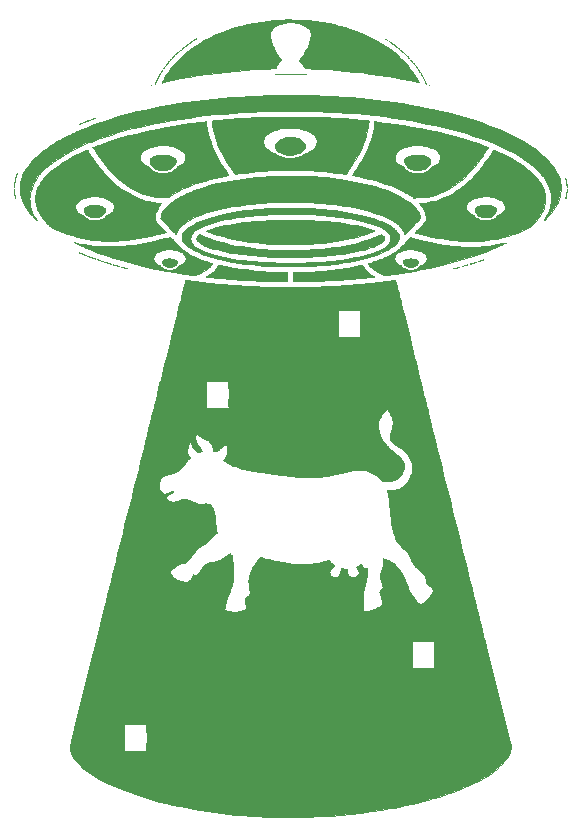
<source format=gbr>
%TF.GenerationSoftware,KiCad,Pcbnew,9.99.0-unknown-1.20250504git96522c4.fc41*%
%TF.CreationDate,2025-06-08T18:15:19+01:00*%
%TF.ProjectId,tr25-sao-r1,74723235-2d73-4616-9f2d-72312e6b6963,rev?*%
%TF.SameCoordinates,Original*%
%TF.FileFunction,Soldermask,Top*%
%TF.FilePolarity,Negative*%
%FSLAX46Y46*%
G04 Gerber Fmt 4.6, Leading zero omitted, Abs format (unit mm)*
G04 Created by KiCad (PCBNEW 9.99.0-unknown-1.20250504git96522c4.fc41) date 2025-06-08 18:15:19*
%MOMM*%
%LPD*%
G01*
G04 APERTURE LIST*
%ADD10C,0.010000*%
%ADD11R,1.200000X0.800000*%
G04 APERTURE END LIST*
D10*
%TO.C,N1*%
X40562253Y-52334254D02*
X40590158Y-52337834D01*
X40631768Y-52343853D01*
X40683496Y-52351801D01*
X40717816Y-52357270D01*
X40765436Y-52364518D01*
X40830665Y-52373801D01*
X40910090Y-52384664D01*
X41000299Y-52396655D01*
X41097880Y-52409323D01*
X41199422Y-52422213D01*
X41301513Y-52434875D01*
X41320003Y-52437134D01*
X41432008Y-52450816D01*
X41552862Y-52465640D01*
X41677441Y-52480973D01*
X41800622Y-52496183D01*
X41917282Y-52510637D01*
X42022297Y-52523703D01*
X42096825Y-52533025D01*
X42354649Y-52564328D01*
X42616072Y-52594058D01*
X42874306Y-52621484D01*
X43122567Y-52645874D01*
X43260991Y-52658489D01*
X43380162Y-52668973D01*
X43509349Y-52680287D01*
X43645458Y-52692163D01*
X43785395Y-52704335D01*
X43926065Y-52716534D01*
X44064374Y-52728493D01*
X44197225Y-52739944D01*
X44321526Y-52750619D01*
X44434180Y-52760252D01*
X44532094Y-52768574D01*
X44612173Y-52775319D01*
X44615658Y-52775610D01*
X44728024Y-52784489D01*
X44858533Y-52793907D01*
X45004175Y-52803681D01*
X45161939Y-52813629D01*
X45328814Y-52823569D01*
X45501789Y-52833318D01*
X45677853Y-52842695D01*
X45853995Y-52851516D01*
X45927991Y-52855046D01*
X46028531Y-52859836D01*
X46144081Y-52865460D01*
X46268519Y-52871610D01*
X46395717Y-52877983D01*
X46519553Y-52884272D01*
X46633900Y-52890172D01*
X46668825Y-52891998D01*
X46974820Y-52906556D01*
X47299173Y-52919162D01*
X47639163Y-52929816D01*
X47992071Y-52938513D01*
X48355176Y-52945252D01*
X48725758Y-52950030D01*
X49101098Y-52952844D01*
X49478477Y-52953691D01*
X49855173Y-52952570D01*
X50228468Y-52949477D01*
X50595641Y-52944410D01*
X50953972Y-52937366D01*
X51300743Y-52928343D01*
X51633232Y-52917338D01*
X51948721Y-52904349D01*
X52098075Y-52897168D01*
X52173268Y-52893383D01*
X52265799Y-52888753D01*
X52371862Y-52883467D01*
X52487653Y-52877715D01*
X52609367Y-52871684D01*
X52733200Y-52865565D01*
X52855347Y-52859545D01*
X52944741Y-52855151D01*
X53084380Y-52848268D01*
X53211656Y-52841905D01*
X53328537Y-52835921D01*
X53436990Y-52830178D01*
X53538983Y-52824534D01*
X53636483Y-52818849D01*
X53731456Y-52812983D01*
X53825870Y-52806796D01*
X53921692Y-52800147D01*
X54020889Y-52792897D01*
X54125428Y-52784905D01*
X54237278Y-52776031D01*
X54358403Y-52766135D01*
X54490773Y-52755077D01*
X54636354Y-52742716D01*
X54797113Y-52728912D01*
X54975017Y-52713525D01*
X55172034Y-52696415D01*
X55172533Y-52696371D01*
X55346930Y-52681129D01*
X55503470Y-52667245D01*
X55645393Y-52654379D01*
X55775941Y-52642192D01*
X55898355Y-52630343D01*
X56015876Y-52618494D01*
X56131744Y-52606305D01*
X56249202Y-52593435D01*
X56371489Y-52579546D01*
X56501847Y-52564298D01*
X56643518Y-52547351D01*
X56799741Y-52528365D01*
X56939950Y-52511164D01*
X57062577Y-52496084D01*
X57182654Y-52481336D01*
X57297914Y-52467196D01*
X57406093Y-52453942D01*
X57504924Y-52441851D01*
X57592142Y-52431200D01*
X57665481Y-52422266D01*
X57722674Y-52415327D01*
X57761457Y-52410659D01*
X57765450Y-52410184D01*
X57825239Y-52402656D01*
X57898832Y-52392746D01*
X57979135Y-52381446D01*
X58059054Y-52369746D01*
X58108567Y-52362221D01*
X58170823Y-52352731D01*
X58225365Y-52344689D01*
X58268961Y-52338548D01*
X58298376Y-52334763D01*
X58310378Y-52333788D01*
X58310489Y-52333845D01*
X58313092Y-52344160D01*
X58320686Y-52374604D01*
X58333171Y-52424763D01*
X58350442Y-52494223D01*
X58372397Y-52582570D01*
X58398933Y-52689388D01*
X58429947Y-52814263D01*
X58465336Y-52956780D01*
X58504998Y-53116526D01*
X58548830Y-53293086D01*
X58596728Y-53486044D01*
X58648590Y-53694987D01*
X58704313Y-53919500D01*
X58763795Y-54159169D01*
X58826931Y-54413579D01*
X58893621Y-54682315D01*
X58963759Y-54964963D01*
X59037245Y-55261108D01*
X59113975Y-55570337D01*
X59193845Y-55892234D01*
X59276754Y-56226384D01*
X59362598Y-56572375D01*
X59451275Y-56929790D01*
X59542682Y-57298215D01*
X59636715Y-57677236D01*
X59733272Y-58066439D01*
X59832250Y-58465409D01*
X59933547Y-58873730D01*
X60037059Y-59290990D01*
X60142684Y-59716772D01*
X60250318Y-60150664D01*
X60359859Y-60592250D01*
X60471204Y-61041115D01*
X60584250Y-61496846D01*
X60698895Y-61959027D01*
X60815035Y-62427244D01*
X60932567Y-62901083D01*
X61051390Y-63380130D01*
X61118335Y-63650033D01*
X61251337Y-64186253D01*
X61387295Y-64734387D01*
X61525974Y-65293488D01*
X61667138Y-65862607D01*
X61810552Y-66440795D01*
X61955982Y-67027105D01*
X62103191Y-67620587D01*
X62251945Y-68220293D01*
X62402008Y-68825276D01*
X62553145Y-69434586D01*
X62705121Y-70047275D01*
X62857700Y-70662395D01*
X63010648Y-71278998D01*
X63163728Y-71896134D01*
X63316707Y-72512856D01*
X63469348Y-73128216D01*
X63621416Y-73741264D01*
X63772676Y-74351052D01*
X63922893Y-74956632D01*
X64071831Y-75557056D01*
X64219256Y-76151376D01*
X64364931Y-76738642D01*
X64508623Y-77317906D01*
X64650095Y-77888221D01*
X64789112Y-78448637D01*
X64925439Y-78998206D01*
X65058840Y-79535981D01*
X65189082Y-80061011D01*
X65315927Y-80572350D01*
X65439142Y-81069049D01*
X65558490Y-81550159D01*
X65673736Y-82014731D01*
X65784646Y-82461818D01*
X65890984Y-82890471D01*
X65992514Y-83299742D01*
X66014682Y-83389100D01*
X68104861Y-91814584D01*
X68093509Y-91940433D01*
X68066979Y-92118161D01*
X68019642Y-92296256D01*
X67951848Y-92474541D01*
X67863949Y-92652838D01*
X67756299Y-92830971D01*
X67629247Y-93008761D01*
X67483147Y-93186031D01*
X67318350Y-93362605D01*
X67135207Y-93538304D01*
X66934071Y-93712951D01*
X66715294Y-93886368D01*
X66479226Y-94058379D01*
X66226220Y-94228806D01*
X65956629Y-94397471D01*
X65670802Y-94564198D01*
X65369093Y-94728808D01*
X65051853Y-94891124D01*
X64719434Y-95050969D01*
X64372188Y-95208166D01*
X64010466Y-95362536D01*
X63634620Y-95513903D01*
X63245003Y-95662090D01*
X62841965Y-95806918D01*
X62425859Y-95948211D01*
X61997037Y-96085791D01*
X61555850Y-96219480D01*
X61102650Y-96349102D01*
X60637789Y-96474479D01*
X60161619Y-96595433D01*
X59674491Y-96711786D01*
X59176757Y-96823363D01*
X58668770Y-96929985D01*
X58150880Y-97031474D01*
X57908325Y-97076588D01*
X57080383Y-97219397D01*
X56240906Y-97347089D01*
X55389368Y-97459718D01*
X54525246Y-97557341D01*
X53648015Y-97640009D01*
X52757151Y-97707779D01*
X51852128Y-97760705D01*
X50955075Y-97798084D01*
X50903276Y-97799501D01*
X50833468Y-97800914D01*
X50747492Y-97802311D01*
X50647191Y-97803682D01*
X50534406Y-97805017D01*
X50410979Y-97806306D01*
X50278754Y-97807539D01*
X50139570Y-97808705D01*
X49995271Y-97809793D01*
X49847699Y-97810794D01*
X49698695Y-97811697D01*
X49550101Y-97812491D01*
X49403760Y-97813167D01*
X49261514Y-97813714D01*
X49125204Y-97814122D01*
X48996673Y-97814380D01*
X48877763Y-97814479D01*
X48770315Y-97814407D01*
X48676171Y-97814155D01*
X48597174Y-97813711D01*
X48535166Y-97813067D01*
X48491989Y-97812211D01*
X48483866Y-97811944D01*
X48453083Y-97810910D01*
X48404060Y-97809401D01*
X48339717Y-97807501D01*
X48262972Y-97805296D01*
X48176744Y-97802867D01*
X48083954Y-97800299D01*
X47987521Y-97797676D01*
X47970575Y-97797219D01*
X47332424Y-97775677D01*
X46695889Y-97745489D01*
X46061662Y-97706814D01*
X45430437Y-97659811D01*
X44802909Y-97604637D01*
X44179770Y-97541452D01*
X43561715Y-97470414D01*
X42949437Y-97391680D01*
X42343630Y-97305411D01*
X41744987Y-97211763D01*
X41154203Y-97110896D01*
X40571970Y-97002967D01*
X39998983Y-96888136D01*
X39435935Y-96766561D01*
X38883520Y-96638399D01*
X38342432Y-96503810D01*
X37813364Y-96362952D01*
X37297011Y-96215984D01*
X36794065Y-96063063D01*
X36305220Y-95904348D01*
X35831170Y-95739998D01*
X35372610Y-95570170D01*
X34930231Y-95395025D01*
X34504729Y-95214719D01*
X34096797Y-95029411D01*
X33707128Y-94839260D01*
X33336417Y-94644424D01*
X32985356Y-94445061D01*
X32799366Y-94332591D01*
X32527758Y-94157990D01*
X32274740Y-93981921D01*
X32040515Y-93804622D01*
X31825287Y-93626334D01*
X31629258Y-93447294D01*
X31452631Y-93267741D01*
X31295608Y-93087915D01*
X31158393Y-92908054D01*
X31041187Y-92728397D01*
X30944195Y-92549183D01*
X30867618Y-92370650D01*
X30833410Y-92262075D01*
X35381700Y-92262075D01*
X37276116Y-92262075D01*
X37276116Y-89976075D01*
X35381700Y-89976075D01*
X35381700Y-92262075D01*
X30833410Y-92262075D01*
X30811659Y-92193038D01*
X30776522Y-92016586D01*
X30767702Y-91939283D01*
X30756552Y-91812283D01*
X31212119Y-89976075D01*
X32393708Y-85213575D01*
X59702200Y-85213575D01*
X61596616Y-85213575D01*
X61596616Y-82927575D01*
X59702200Y-82927575D01*
X59702200Y-85213575D01*
X32393708Y-85213575D01*
X32960870Y-82927575D01*
X33660634Y-80107116D01*
X33794699Y-79566753D01*
X33931335Y-79016021D01*
X34070324Y-78455802D01*
X34211447Y-77886976D01*
X34354486Y-77310423D01*
X34499223Y-76727025D01*
X34645439Y-76137661D01*
X34792915Y-75543212D01*
X34941434Y-74944558D01*
X35090776Y-74342580D01*
X35240724Y-73738159D01*
X35391059Y-73132175D01*
X35541562Y-72525507D01*
X35692016Y-71919038D01*
X35842201Y-71313647D01*
X35991899Y-70710215D01*
X36140892Y-70109622D01*
X36224525Y-69772491D01*
X38298798Y-69772491D01*
X38299482Y-69853799D01*
X38303894Y-69919581D01*
X38313154Y-69975317D01*
X38328379Y-70026486D01*
X38350688Y-70078568D01*
X38368387Y-70113380D01*
X38415638Y-70187035D01*
X38474889Y-70255178D01*
X38542836Y-70315618D01*
X38616177Y-70366164D01*
X38691608Y-70404624D01*
X38765825Y-70428807D01*
X38835527Y-70436522D01*
X38853827Y-70435428D01*
X38918816Y-70423248D01*
X38998531Y-70398903D01*
X39090932Y-70363145D01*
X39193977Y-70316726D01*
X39247511Y-70290430D01*
X39299973Y-70264823D01*
X39347589Y-70243105D01*
X39386376Y-70226976D01*
X39412353Y-70218142D01*
X39419207Y-70216991D01*
X39441117Y-70221000D01*
X39470687Y-70231096D01*
X39501402Y-70244381D01*
X39526745Y-70257958D01*
X39540200Y-70268931D01*
X39540950Y-70271117D01*
X39531753Y-70287427D01*
X39505732Y-70311120D01*
X39465239Y-70340617D01*
X39412626Y-70374341D01*
X39350245Y-70410715D01*
X39280448Y-70448161D01*
X39265783Y-70455652D01*
X39171273Y-70505746D01*
X39095395Y-70551401D01*
X39036509Y-70594273D01*
X38992976Y-70636015D01*
X38963156Y-70678284D01*
X38945412Y-70722735D01*
X38938103Y-70771023D01*
X38937700Y-70786963D01*
X38946118Y-70849048D01*
X38971849Y-70904869D01*
X39015606Y-70955054D01*
X39078103Y-71000228D01*
X39160051Y-71041021D01*
X39262165Y-71078058D01*
X39272320Y-71081214D01*
X39313030Y-71093016D01*
X39348676Y-71101147D01*
X39385036Y-71106293D01*
X39427888Y-71109142D01*
X39483011Y-71110380D01*
X39519783Y-71110620D01*
X39561028Y-71110919D01*
X39594598Y-71111046D01*
X39623225Y-71110338D01*
X39649644Y-71108132D01*
X39676588Y-71103767D01*
X39706790Y-71096579D01*
X39742984Y-71085906D01*
X39787903Y-71071086D01*
X39844282Y-71051455D01*
X39914854Y-71026352D01*
X40002351Y-70995114D01*
X40015139Y-70990558D01*
X40125643Y-70952649D01*
X40220378Y-70923404D01*
X40302471Y-70901947D01*
X40375049Y-70887404D01*
X40395180Y-70884295D01*
X40428419Y-70880838D01*
X40462452Y-70880469D01*
X40499253Y-70883780D01*
X40540792Y-70891358D01*
X40589041Y-70903795D01*
X40645972Y-70921680D01*
X40713556Y-70945602D01*
X40793766Y-70976152D01*
X40888572Y-71013918D01*
X40999946Y-71059492D01*
X41049455Y-71079988D01*
X41188247Y-71136864D01*
X41310239Y-71184987D01*
X41417692Y-71224804D01*
X41512866Y-71256766D01*
X41598024Y-71281320D01*
X41675426Y-71298916D01*
X41747333Y-71310003D01*
X41816006Y-71315029D01*
X41883708Y-71314443D01*
X41952698Y-71308694D01*
X42025238Y-71298231D01*
X42089262Y-71286387D01*
X42191886Y-71270312D01*
X42285768Y-71265717D01*
X42379843Y-71272444D01*
X42431459Y-71280302D01*
X42504106Y-71294248D01*
X42560139Y-71308307D01*
X42604049Y-71324212D01*
X42640325Y-71343693D01*
X42673458Y-71368479D01*
X42683869Y-71377579D01*
X42752662Y-71452174D01*
X42815619Y-71546897D01*
X42872656Y-71661508D01*
X42923689Y-71795766D01*
X42968634Y-71949430D01*
X43007409Y-72122258D01*
X43039930Y-72314010D01*
X43059079Y-72460658D01*
X43066364Y-72525356D01*
X43072413Y-72584352D01*
X43077503Y-72641672D01*
X43081914Y-72701345D01*
X43085925Y-72767397D01*
X43089813Y-72843855D01*
X43093858Y-72934746D01*
X43096793Y-73005700D01*
X43102992Y-73128110D01*
X43111432Y-73235614D01*
X43122925Y-73334425D01*
X43138281Y-73430754D01*
X43158312Y-73530814D01*
X43174900Y-73603658D01*
X43186331Y-73653038D01*
X43192921Y-73686220D01*
X43194935Y-73707547D01*
X43192642Y-73721362D01*
X43186308Y-73732008D01*
X43183049Y-73735950D01*
X43097898Y-73833492D01*
X43008215Y-73932947D01*
X42915980Y-74032326D01*
X42823173Y-74129641D01*
X42731775Y-74222904D01*
X42643765Y-74310127D01*
X42561124Y-74389321D01*
X42485832Y-74458500D01*
X42419868Y-74515675D01*
X42365214Y-74558857D01*
X42358718Y-74563573D01*
X42330663Y-74582359D01*
X42287699Y-74609453D01*
X42233332Y-74642724D01*
X42171065Y-74680043D01*
X42104406Y-74719280D01*
X42062384Y-74743648D01*
X41992882Y-74784215D01*
X41923912Y-74825389D01*
X41859412Y-74864750D01*
X41803321Y-74899881D01*
X41759577Y-74928361D01*
X41742283Y-74940260D01*
X41658494Y-75006496D01*
X41566705Y-75091767D01*
X41466825Y-75196171D01*
X41358763Y-75319801D01*
X41242430Y-75462754D01*
X41218856Y-75492783D01*
X41108445Y-75633216D01*
X41009230Y-75757227D01*
X40920326Y-75865778D01*
X40840850Y-75959827D01*
X40769918Y-76040336D01*
X40706645Y-76108264D01*
X40650149Y-76164571D01*
X40599543Y-76210218D01*
X40553946Y-76246165D01*
X40512472Y-76273371D01*
X40488158Y-76286410D01*
X40430712Y-76307771D01*
X40360211Y-76323688D01*
X40284393Y-76332654D01*
X40243210Y-76334078D01*
X40189043Y-76339529D01*
X40125551Y-76354126D01*
X40061134Y-76375440D01*
X40004188Y-76401045D01*
X39996033Y-76405547D01*
X39972821Y-76420048D01*
X39935933Y-76444583D01*
X39888841Y-76476778D01*
X39835013Y-76514255D01*
X39777920Y-76554638D01*
X39768491Y-76561370D01*
X39700311Y-76609843D01*
X39624592Y-76663230D01*
X39547883Y-76716941D01*
X39476735Y-76766386D01*
X39429825Y-76798689D01*
X39354545Y-76851206D01*
X39295845Y-76894600D01*
X39252042Y-76930452D01*
X39221455Y-76960339D01*
X39202401Y-76985842D01*
X39193197Y-77008539D01*
X39191700Y-77022190D01*
X39193439Y-77042396D01*
X39199495Y-77064298D01*
X39211120Y-77089707D01*
X39229569Y-77120437D01*
X39256095Y-77158302D01*
X39291952Y-77205114D01*
X39338395Y-77262687D01*
X39396677Y-77332834D01*
X39451449Y-77397783D01*
X39526242Y-77483806D01*
X39592523Y-77554295D01*
X39653320Y-77611462D01*
X39711657Y-77657517D01*
X39770562Y-77694674D01*
X39833062Y-77725143D01*
X39902182Y-77751135D01*
X39958991Y-77768679D01*
X40036482Y-77789643D01*
X40129788Y-77812675D01*
X40233808Y-77836624D01*
X40343435Y-77860338D01*
X40453567Y-77882666D01*
X40522259Y-77895752D01*
X40683360Y-77925582D01*
X40744509Y-77883974D01*
X40773244Y-77861965D01*
X40812545Y-77828445D01*
X40858267Y-77787120D01*
X40906263Y-77741698D01*
X40933120Y-77715324D01*
X40991261Y-77655870D01*
X41036405Y-77605184D01*
X41071707Y-77558356D01*
X41100323Y-77510476D01*
X41125408Y-77456634D01*
X41150119Y-77391920D01*
X41160999Y-77360741D01*
X41175767Y-77318090D01*
X41187974Y-77283631D01*
X41196029Y-77261811D01*
X41198305Y-77256485D01*
X41207600Y-77259839D01*
X41227509Y-77272695D01*
X41236234Y-77279048D01*
X41294191Y-77316358D01*
X41347857Y-77336999D01*
X41398050Y-77343108D01*
X41426867Y-77342402D01*
X41453067Y-77338693D01*
X41478157Y-77330525D01*
X41503641Y-77316439D01*
X41531025Y-77294980D01*
X41561813Y-77264690D01*
X41597513Y-77224111D01*
X41639628Y-77171787D01*
X41689665Y-77106261D01*
X41749128Y-77026075D01*
X41806247Y-76947991D01*
X41902044Y-76819101D01*
X41992705Y-76702147D01*
X42077420Y-76598040D01*
X42155379Y-76507688D01*
X42225772Y-76432001D01*
X42287789Y-76371887D01*
X42340620Y-76328256D01*
X42380706Y-76303313D01*
X42442342Y-76279317D01*
X42524236Y-76257044D01*
X42625537Y-76236673D01*
X42745392Y-76218382D01*
X42837658Y-76207158D01*
X42967178Y-76190867D01*
X43077609Y-76172676D01*
X43170976Y-76152141D01*
X43249305Y-76128818D01*
X43313072Y-76102998D01*
X43346210Y-76085945D01*
X43392553Y-76059785D01*
X43452713Y-76024141D01*
X43527300Y-75978635D01*
X43616925Y-75922890D01*
X43722199Y-75856530D01*
X43843733Y-75779177D01*
X43982137Y-75690454D01*
X44003904Y-75676454D01*
X44072578Y-75632456D01*
X44135654Y-75592402D01*
X44190909Y-75557675D01*
X44236117Y-75529661D01*
X44269054Y-75509745D01*
X44287494Y-75499310D01*
X44290515Y-75498075D01*
X44300615Y-75505584D01*
X44321525Y-75525996D01*
X44350289Y-75556136D01*
X44383951Y-75592829D01*
X44419553Y-75632899D01*
X44454139Y-75673173D01*
X44459249Y-75679265D01*
X44466722Y-75697187D01*
X44475971Y-75733990D01*
X44486678Y-75787496D01*
X44498523Y-75855524D01*
X44511190Y-75935893D01*
X44524359Y-76026423D01*
X44537713Y-76124934D01*
X44550933Y-76229245D01*
X44563702Y-76337176D01*
X44575700Y-76446546D01*
X44585714Y-76545825D01*
X44591714Y-76615742D01*
X44596438Y-76689117D01*
X44599996Y-76769267D01*
X44602495Y-76859511D01*
X44604045Y-76963168D01*
X44604755Y-77083557D01*
X44604824Y-77127908D01*
X44604575Y-77251515D01*
X44603414Y-77357423D01*
X44600978Y-77449093D01*
X44596902Y-77529983D01*
X44590823Y-77603556D01*
X44582377Y-77673271D01*
X44571202Y-77742588D01*
X44556934Y-77814967D01*
X44539209Y-77893870D01*
X44517664Y-77982757D01*
X44513115Y-78001033D01*
X44461107Y-78200913D01*
X44409273Y-78382547D01*
X44356645Y-78548821D01*
X44302258Y-78702624D01*
X44245143Y-78846846D01*
X44184333Y-78984373D01*
X44182734Y-78987801D01*
X44153949Y-79050782D01*
X44125675Y-79115080D01*
X44100357Y-79174966D01*
X44080441Y-79224709D01*
X44072604Y-79245873D01*
X44039343Y-79347725D01*
X44004787Y-79467805D01*
X43969638Y-79603266D01*
X43934595Y-79751264D01*
X43900362Y-79908953D01*
X43867638Y-80073488D01*
X43864437Y-80090418D01*
X43853308Y-80153957D01*
X43847699Y-80200551D01*
X43847939Y-80233778D01*
X43854362Y-80257213D01*
X43867297Y-80274433D01*
X43882559Y-80286140D01*
X43907217Y-80297090D01*
X43949976Y-80310351D01*
X44007973Y-80325337D01*
X44078341Y-80341461D01*
X44158214Y-80358137D01*
X44244729Y-80374780D01*
X44335019Y-80390803D01*
X44426218Y-80405620D01*
X44515462Y-80418646D01*
X44557524Y-80424186D01*
X44658004Y-80433112D01*
X44763203Y-80435761D01*
X44866117Y-80432281D01*
X44959744Y-80422822D01*
X45007241Y-80414611D01*
X45060868Y-80401712D01*
X45125747Y-80383284D01*
X45198763Y-80360479D01*
X45276798Y-80334449D01*
X45356737Y-80306345D01*
X45435464Y-80277321D01*
X45509862Y-80248527D01*
X45576815Y-80221116D01*
X45633206Y-80196239D01*
X45675919Y-80175050D01*
X45701839Y-80158698D01*
X45703573Y-80157206D01*
X45713090Y-80145298D01*
X45718197Y-80128691D01*
X45718611Y-80104485D01*
X45714056Y-80069783D01*
X45704250Y-80021684D01*
X45688914Y-79957290D01*
X45681390Y-79927200D01*
X45659864Y-79838189D01*
X45639197Y-79745918D01*
X45620182Y-79654485D01*
X45603611Y-79567988D01*
X45590277Y-79490523D01*
X45580972Y-79426189D01*
X45576998Y-79387450D01*
X45570920Y-79302783D01*
X45710747Y-79202598D01*
X45794100Y-79140544D01*
X45860127Y-79085858D01*
X45910573Y-79036720D01*
X45947181Y-78991311D01*
X45971695Y-78947810D01*
X45982034Y-78919475D01*
X45987533Y-78898312D01*
X45991483Y-78876209D01*
X45993748Y-78850982D01*
X45994189Y-78820449D01*
X45992670Y-78782426D01*
X45989051Y-78734730D01*
X45983196Y-78675179D01*
X45974966Y-78601589D01*
X45964225Y-78511778D01*
X45950834Y-78403563D01*
X45948141Y-78382033D01*
X45931709Y-78250179D01*
X45917956Y-78137021D01*
X45906857Y-78040258D01*
X45898387Y-77957594D01*
X45892522Y-77886728D01*
X45889237Y-77825364D01*
X45888507Y-77771202D01*
X45890307Y-77721944D01*
X45894612Y-77675291D01*
X45901398Y-77628945D01*
X45910639Y-77580608D01*
X45922311Y-77527981D01*
X45936389Y-77468765D01*
X45938197Y-77461283D01*
X46004238Y-77220651D01*
X46081862Y-76997133D01*
X46170973Y-76790956D01*
X46271476Y-76602349D01*
X46336999Y-76498025D01*
X46377669Y-76438329D01*
X46424050Y-76372282D01*
X46474592Y-76301912D01*
X46527747Y-76229244D01*
X46581965Y-76156304D01*
X46635696Y-76085120D01*
X46687392Y-76017717D01*
X46735503Y-75956121D01*
X46778479Y-75902360D01*
X46814772Y-75858458D01*
X46842831Y-75826443D01*
X46861108Y-75808340D01*
X46866911Y-75804991D01*
X46879750Y-75807629D01*
X46910159Y-75815052D01*
X46955274Y-75826526D01*
X47012231Y-75841313D01*
X47078167Y-75858679D01*
X47138237Y-75874679D01*
X47377904Y-75937025D01*
X47624393Y-75997719D01*
X47874916Y-76056204D01*
X48126685Y-76111922D01*
X48376913Y-76164318D01*
X48622813Y-76212835D01*
X48861596Y-76256916D01*
X49090477Y-76296005D01*
X49306666Y-76329545D01*
X49507378Y-76356980D01*
X49621575Y-76370541D01*
X49857628Y-76391583D01*
X50108515Y-76404370D01*
X50369614Y-76408978D01*
X50636302Y-76405488D01*
X50903956Y-76393977D01*
X51167953Y-76374526D01*
X51423673Y-76347212D01*
X51489533Y-76338657D01*
X51654935Y-76313336D01*
X51822318Y-76282074D01*
X51987834Y-76245842D01*
X52147636Y-76205610D01*
X52297876Y-76162346D01*
X52434705Y-76117022D01*
X52554275Y-76070606D01*
X52555988Y-76069877D01*
X52626624Y-76039744D01*
X52760950Y-76169887D01*
X52815850Y-76221402D01*
X52876731Y-76275781D01*
X52937556Y-76327795D01*
X52992287Y-76372218D01*
X53012972Y-76388078D01*
X53059702Y-76423285D01*
X53091859Y-76448642D01*
X53111923Y-76466841D01*
X53122371Y-76480574D01*
X53125682Y-76492532D01*
X53124336Y-76505406D01*
X53123726Y-76508330D01*
X53116256Y-76537538D01*
X53106054Y-76563399D01*
X53090938Y-76588334D01*
X53068726Y-76614764D01*
X53037236Y-76645107D01*
X52994285Y-76681784D01*
X52937691Y-76727215D01*
X52898982Y-76757573D01*
X52840411Y-76813122D01*
X52798177Y-76877134D01*
X52769532Y-76954079D01*
X52763817Y-76977448D01*
X52750878Y-77074083D01*
X52755082Y-77166281D01*
X52775529Y-77251592D01*
X52811319Y-77327565D01*
X52861551Y-77391749D01*
X52925327Y-77441691D01*
X52936652Y-77448156D01*
X53013561Y-77478774D01*
X53099690Y-77494017D01*
X53190350Y-77494464D01*
X53280854Y-77480696D01*
X53366511Y-77453291D01*
X53442632Y-77412830D01*
X53484017Y-77380500D01*
X53524803Y-77338340D01*
X53559432Y-77290842D01*
X53589196Y-77235028D01*
X53615388Y-77167918D01*
X53639299Y-77086534D01*
X53662222Y-76987900D01*
X53669343Y-76953283D01*
X53684884Y-76878510D01*
X53697837Y-76822644D01*
X53708813Y-76783671D01*
X53718423Y-76759574D01*
X53727278Y-76748338D01*
X53731886Y-76746908D01*
X53745635Y-76748604D01*
X53775750Y-76753218D01*
X53817746Y-76760038D01*
X53865609Y-76768095D01*
X53931181Y-76777943D01*
X54005228Y-76786947D01*
X54076312Y-76793792D01*
X54110275Y-76796177D01*
X54162749Y-76799550D01*
X54197314Y-76802971D01*
X54217218Y-76807109D01*
X54225709Y-76812631D01*
X54226106Y-76819970D01*
X54223182Y-76837704D01*
X54219553Y-76870674D01*
X54215834Y-76912990D01*
X54214395Y-76932116D01*
X54213674Y-77036203D01*
X54228131Y-77127476D01*
X54258804Y-77208871D01*
X54306731Y-77283323D01*
X54358706Y-77340358D01*
X54443054Y-77408840D01*
X54533466Y-77457972D01*
X54628061Y-77487554D01*
X54724961Y-77497389D01*
X54822286Y-77487277D01*
X54918157Y-77457021D01*
X55007168Y-77408781D01*
X55081218Y-77348624D01*
X55140005Y-77277912D01*
X55182403Y-77199382D01*
X55207287Y-77115767D01*
X55213530Y-77029805D01*
X55200007Y-76944230D01*
X55199345Y-76941906D01*
X55186054Y-76900902D01*
X55170163Y-76864264D01*
X55148878Y-76827244D01*
X55119400Y-76785095D01*
X55078936Y-76733069D01*
X55069335Y-76721131D01*
X55001538Y-76637145D01*
X55061898Y-76604714D01*
X55093077Y-76586837D01*
X55136648Y-76560344D01*
X55187448Y-76528444D01*
X55240313Y-76494346D01*
X55254849Y-76484797D01*
X55309355Y-76448810D01*
X55349407Y-76424483D01*
X55378725Y-76412618D01*
X55401025Y-76414018D01*
X55420025Y-76429483D01*
X55439441Y-76459818D01*
X55462992Y-76505823D01*
X55476298Y-76532591D01*
X55513777Y-76600130D01*
X55552066Y-76651495D01*
X55595639Y-76691362D01*
X55648972Y-76724401D01*
X55669950Y-76734828D01*
X55708264Y-76750578D01*
X55745327Y-76759139D01*
X55790598Y-76762386D01*
X55810165Y-76762613D01*
X55852848Y-76763495D01*
X55878191Y-76766418D01*
X55889979Y-76772121D01*
X55892203Y-76778658D01*
X55892884Y-76794218D01*
X55894745Y-76826936D01*
X55897545Y-76872851D01*
X55901047Y-76928003D01*
X55903495Y-76965554D01*
X55908165Y-77063740D01*
X55908918Y-77161515D01*
X55905439Y-77260981D01*
X55897417Y-77364238D01*
X55884536Y-77473385D01*
X55866485Y-77590525D01*
X55842949Y-77717757D01*
X55813615Y-77857181D01*
X55778170Y-78010899D01*
X55736300Y-78181010D01*
X55702410Y-78313241D01*
X55684261Y-78384092D01*
X55667649Y-78450821D01*
X55653441Y-78509782D01*
X55642511Y-78557329D01*
X55635726Y-78589816D01*
X55634198Y-78598991D01*
X55628513Y-78650074D01*
X55622365Y-78720977D01*
X55615829Y-78810360D01*
X55608976Y-78916886D01*
X55601881Y-79039213D01*
X55594616Y-79176002D01*
X55587255Y-79325915D01*
X55579870Y-79487611D01*
X55572535Y-79659751D01*
X55565324Y-79840996D01*
X55562957Y-79903269D01*
X55550341Y-80239172D01*
X55581041Y-80288603D01*
X55613359Y-80330749D01*
X55651200Y-80358673D01*
X55698902Y-80374361D01*
X55760804Y-80379794D01*
X55780382Y-80379763D01*
X55865247Y-80373309D01*
X55964953Y-80357098D01*
X56076207Y-80332288D01*
X56195715Y-80300038D01*
X56320183Y-80261506D01*
X56446316Y-80217848D01*
X56570821Y-80170223D01*
X56690404Y-80119789D01*
X56801771Y-80067703D01*
X56901627Y-80015124D01*
X56986679Y-79963210D01*
X57008741Y-79947991D01*
X57080909Y-79890928D01*
X57134040Y-79835118D01*
X57169868Y-79777730D01*
X57190126Y-79715936D01*
X57196548Y-79646906D01*
X57196521Y-79641450D01*
X57192277Y-79584654D01*
X57180865Y-79509938D01*
X57162725Y-79419132D01*
X57138298Y-79314066D01*
X57108026Y-79196571D01*
X57072349Y-79068478D01*
X57031710Y-78931616D01*
X57003998Y-78842478D01*
X56972238Y-78742006D01*
X57005599Y-78686961D01*
X57028859Y-78652386D01*
X57060507Y-78610249D01*
X57094522Y-78568491D01*
X57101946Y-78559891D01*
X57137294Y-78517561D01*
X57173241Y-78471403D01*
X57202894Y-78430321D01*
X57206890Y-78424366D01*
X57228751Y-78390042D01*
X57240832Y-78364853D01*
X57245424Y-78340545D01*
X57244817Y-78308867D01*
X57243616Y-78292075D01*
X57237374Y-78250959D01*
X57224022Y-78193327D01*
X57204362Y-78122293D01*
X57179196Y-78040974D01*
X57178256Y-78038075D01*
X57155444Y-77966041D01*
X57131897Y-77888639D01*
X57109725Y-77813002D01*
X57091036Y-77746265D01*
X57082838Y-77715283D01*
X57060913Y-77625822D01*
X57044221Y-77546045D01*
X57033072Y-77473057D01*
X57027779Y-77403960D01*
X57028652Y-77335858D01*
X57036003Y-77265855D01*
X57050144Y-77191055D01*
X57071387Y-77108560D01*
X57100041Y-77015475D01*
X57136421Y-76908903D01*
X57180835Y-76785948D01*
X57183598Y-76778434D01*
X57207574Y-76711027D01*
X57230043Y-76643743D01*
X57249434Y-76581590D01*
X57264182Y-76529579D01*
X57272274Y-76495126D01*
X57277558Y-76456248D01*
X57282097Y-76401831D01*
X57285802Y-76336229D01*
X57288582Y-76263795D01*
X57290349Y-76188882D01*
X57291013Y-76115843D01*
X57290484Y-76049031D01*
X57288672Y-75992799D01*
X57285487Y-75951500D01*
X57283720Y-75939662D01*
X57276160Y-75899707D01*
X57392562Y-75941230D01*
X57519772Y-75988566D01*
X57644498Y-76038713D01*
X57763744Y-76090277D01*
X57874513Y-76141862D01*
X57973808Y-76192074D01*
X58058632Y-76239517D01*
X58125283Y-76282299D01*
X58188734Y-76332027D01*
X58259647Y-76396276D01*
X58334504Y-76471468D01*
X58409788Y-76554029D01*
X58481981Y-76640382D01*
X58499791Y-76662989D01*
X58635601Y-76848624D01*
X58770068Y-77054496D01*
X58903263Y-77280742D01*
X59035255Y-77527494D01*
X59166114Y-77794887D01*
X59295908Y-78083057D01*
X59424708Y-78392136D01*
X59524042Y-78646546D01*
X59576843Y-78774196D01*
X59636657Y-78896086D01*
X59706115Y-79016817D01*
X59787843Y-79140993D01*
X59874784Y-79260450D01*
X59978310Y-79391761D01*
X60075190Y-79503175D01*
X60165396Y-79594668D01*
X60248899Y-79666215D01*
X60325670Y-79717788D01*
X60395679Y-79749364D01*
X60441355Y-79759640D01*
X60486559Y-79761043D01*
X60532121Y-79753669D01*
X60579935Y-79736362D01*
X60631898Y-79707970D01*
X60689904Y-79667338D01*
X60755850Y-79613312D01*
X60831632Y-79544739D01*
X60896653Y-79482493D01*
X61004271Y-79374648D01*
X61104581Y-79268248D01*
X61196570Y-79164661D01*
X61279221Y-79065254D01*
X61351520Y-78971395D01*
X61412451Y-78884449D01*
X61461000Y-78805785D01*
X61496151Y-78736770D01*
X61516890Y-78678770D01*
X61522429Y-78639643D01*
X61520972Y-78611076D01*
X61515880Y-78583665D01*
X61505873Y-78555876D01*
X61489673Y-78526172D01*
X61465999Y-78493020D01*
X61433572Y-78454883D01*
X61391112Y-78410227D01*
X61337340Y-78357516D01*
X61270976Y-78295216D01*
X61190740Y-78221791D01*
X61123400Y-78160938D01*
X61073234Y-78115396D01*
X61027374Y-78073080D01*
X60988581Y-78036593D01*
X60959616Y-78008534D01*
X60943238Y-77991506D01*
X60941914Y-77989907D01*
X60927939Y-77963794D01*
X60915813Y-77922575D01*
X60905270Y-77864768D01*
X60896045Y-77788891D01*
X60887872Y-77693461D01*
X60887258Y-77684976D01*
X60878648Y-77595964D01*
X60866148Y-77523771D01*
X60848571Y-77464223D01*
X60824730Y-77413144D01*
X60798544Y-77373121D01*
X60765403Y-77333054D01*
X60716635Y-77281269D01*
X60651975Y-77217505D01*
X60571156Y-77141504D01*
X60473912Y-77053006D01*
X60427158Y-77011203D01*
X60329374Y-76922664D01*
X60237918Y-76836885D01*
X60154510Y-76755613D01*
X60080867Y-76680598D01*
X60018709Y-76613588D01*
X59969753Y-76556331D01*
X59936857Y-76512292D01*
X59895526Y-76447814D01*
X59850917Y-76372998D01*
X59802172Y-76286249D01*
X59748428Y-76185968D01*
X59688826Y-76070559D01*
X59622505Y-75938424D01*
X59568494Y-75828730D01*
X59513576Y-75716668D01*
X59466415Y-75621565D01*
X59425531Y-75541334D01*
X59389447Y-75473890D01*
X59356683Y-75417146D01*
X59325763Y-75369014D01*
X59295206Y-75327409D01*
X59263536Y-75290242D01*
X59229275Y-75255429D01*
X59190942Y-75220882D01*
X59147062Y-75184514D01*
X59096154Y-75144238D01*
X59068075Y-75122351D01*
X58924609Y-75004765D01*
X58798117Y-74887571D01*
X58685537Y-74767009D01*
X58583808Y-74639319D01*
X58489868Y-74500740D01*
X58400654Y-74347511D01*
X58336673Y-74224081D01*
X58295252Y-74137406D01*
X58256588Y-74049375D01*
X58220442Y-73958767D01*
X58186575Y-73864361D01*
X58154748Y-73764936D01*
X58124722Y-73659273D01*
X58096259Y-73546149D01*
X58069121Y-73424343D01*
X58043068Y-73292636D01*
X58017863Y-73149806D01*
X57993266Y-72994632D01*
X57969038Y-72825894D01*
X57944942Y-72642370D01*
X57920738Y-72442840D01*
X57896187Y-72226083D01*
X57871052Y-71990878D01*
X57845093Y-71736005D01*
X57839701Y-71681748D01*
X57823755Y-71520907D01*
X57809681Y-71379525D01*
X57797300Y-71255994D01*
X57786435Y-71148704D01*
X57776910Y-71056047D01*
X57768547Y-70976414D01*
X57761168Y-70908197D01*
X57754596Y-70849788D01*
X57748654Y-70799577D01*
X57743164Y-70755957D01*
X57737949Y-70717318D01*
X57732832Y-70682052D01*
X57727635Y-70648551D01*
X57722180Y-70615205D01*
X57721957Y-70613866D01*
X57706481Y-70530045D01*
X57687392Y-70440316D01*
X57666195Y-70350938D01*
X57644397Y-70268166D01*
X57623504Y-70198257D01*
X57617711Y-70180939D01*
X57606420Y-70147323D01*
X57598602Y-70122270D01*
X57596110Y-70112147D01*
X57606216Y-70110564D01*
X57634646Y-70109409D01*
X57678558Y-70108713D01*
X57735113Y-70108504D01*
X57801472Y-70108812D01*
X57859387Y-70109445D01*
X58032547Y-70108940D01*
X58187351Y-70102136D01*
X58325792Y-70088556D01*
X58449866Y-70067724D01*
X58561564Y-70039163D01*
X58662881Y-70002399D01*
X58755810Y-69956955D01*
X58842346Y-69902354D01*
X58895762Y-69862008D01*
X59067733Y-69710993D01*
X59222879Y-69548547D01*
X59360591Y-69375526D01*
X59480262Y-69192786D01*
X59581282Y-69001183D01*
X59663043Y-68801574D01*
X59675597Y-68765073D01*
X59705964Y-68671290D01*
X59729170Y-68591619D01*
X59746266Y-68520660D01*
X59758297Y-68453014D01*
X59766314Y-68383280D01*
X59771364Y-68306062D01*
X59773110Y-68262781D01*
X59775038Y-68184570D01*
X59774619Y-68121236D01*
X59771580Y-68066590D01*
X59765646Y-68014446D01*
X59760672Y-67982322D01*
X59721615Y-67812030D01*
X59661562Y-67642553D01*
X59580676Y-67474180D01*
X59479122Y-67307198D01*
X59357063Y-67141896D01*
X59214664Y-66978560D01*
X59152232Y-66914028D01*
X59111670Y-66873766D01*
X59073837Y-66837598D01*
X59036507Y-66803822D01*
X58997456Y-66770734D01*
X58954459Y-66736634D01*
X58905291Y-66699818D01*
X58847729Y-66658585D01*
X58779546Y-66611231D01*
X58698519Y-66556055D01*
X58602422Y-66491354D01*
X58581618Y-66477402D01*
X58506560Y-66426684D01*
X58431434Y-66375178D01*
X58359629Y-66325262D01*
X58294531Y-66279313D01*
X58239531Y-66239707D01*
X58198016Y-66208822D01*
X58190597Y-66203097D01*
X58100598Y-66129656D01*
X58021116Y-66058133D01*
X57953713Y-65990218D01*
X57899949Y-65927599D01*
X57861385Y-65871962D01*
X57839582Y-65824998D01*
X57838905Y-65822720D01*
X57835444Y-65804690D01*
X57834248Y-65781152D01*
X57835572Y-65750755D01*
X57839669Y-65712148D01*
X57846795Y-65663980D01*
X57857201Y-65604901D01*
X57871143Y-65533559D01*
X57888874Y-65448604D01*
X57910648Y-65348684D01*
X57936719Y-65232450D01*
X57967341Y-65098550D01*
X58002767Y-64945633D01*
X58007795Y-64924044D01*
X58037629Y-64793292D01*
X58061791Y-64680599D01*
X58080515Y-64583699D01*
X58094037Y-64500325D01*
X58102592Y-64428212D01*
X58106415Y-64365092D01*
X58105741Y-64308700D01*
X58100804Y-64256769D01*
X58091841Y-64207032D01*
X58085069Y-64178981D01*
X58057829Y-64089831D01*
X58018837Y-63985192D01*
X57968813Y-63866676D01*
X57908478Y-63735895D01*
X57838553Y-63594463D01*
X57759758Y-63443990D01*
X57741323Y-63409869D01*
X57704924Y-63343388D01*
X57676914Y-63293706D01*
X57655964Y-63258817D01*
X57640744Y-63236717D01*
X57629923Y-63225399D01*
X57622174Y-63222860D01*
X57618513Y-63224660D01*
X57593102Y-63248514D01*
X57557215Y-63286317D01*
X57513250Y-63335220D01*
X57463607Y-63392372D01*
X57410684Y-63454922D01*
X57356879Y-63520021D01*
X57304593Y-63584817D01*
X57256224Y-63646461D01*
X57214171Y-63702102D01*
X57198166Y-63724116D01*
X57137043Y-63813487D01*
X57076683Y-63909176D01*
X57019038Y-64007550D01*
X56966062Y-64104973D01*
X56919706Y-64197809D01*
X56881923Y-64282423D01*
X56854666Y-64355180D01*
X56848592Y-64374991D01*
X56838435Y-64426041D01*
X56831640Y-64493080D01*
X56828162Y-64571206D01*
X56827960Y-64655519D01*
X56830990Y-64741115D01*
X56837211Y-64823094D01*
X56846579Y-64896554D01*
X56853455Y-64933404D01*
X56900741Y-65118016D01*
X56963414Y-65308541D01*
X57039363Y-65500341D01*
X57126478Y-65688780D01*
X57222649Y-65869222D01*
X57325765Y-66037029D01*
X57410603Y-66157421D01*
X57436314Y-66190650D01*
X57463719Y-66223953D01*
X57493976Y-66258405D01*
X57528245Y-66295079D01*
X57567684Y-66335049D01*
X57613451Y-66379390D01*
X57666704Y-66429174D01*
X57728603Y-66485477D01*
X57800305Y-66549371D01*
X57882970Y-66621931D01*
X57977755Y-66704231D01*
X58085820Y-66797344D01*
X58208323Y-66902344D01*
X58284033Y-66967053D01*
X58335769Y-67012443D01*
X58397505Y-67068532D01*
X58464464Y-67130863D01*
X58531871Y-67194981D01*
X58594950Y-67256429D01*
X58607886Y-67269260D01*
X58708590Y-67372191D01*
X58793255Y-67465101D01*
X58863141Y-67550167D01*
X58919508Y-67629568D01*
X58963617Y-67705480D01*
X58996726Y-67780081D01*
X59020096Y-67855548D01*
X59034986Y-67934059D01*
X59042656Y-68017791D01*
X59042815Y-68020950D01*
X59039615Y-68156696D01*
X59018049Y-68296988D01*
X58979581Y-68438972D01*
X58925677Y-68579799D01*
X58857804Y-68716618D01*
X58777426Y-68846578D01*
X58686011Y-68966828D01*
X58585022Y-69074518D01*
X58475927Y-69166797D01*
X58440845Y-69191724D01*
X58376176Y-69230250D01*
X58303550Y-69262828D01*
X58221317Y-69289724D01*
X58127824Y-69311203D01*
X58021421Y-69327532D01*
X57900456Y-69338975D01*
X57763277Y-69345799D01*
X57608232Y-69348269D01*
X57473537Y-69347340D01*
X57183850Y-69342949D01*
X57144958Y-69295783D01*
X57108052Y-69253862D01*
X57058769Y-69201966D01*
X57000821Y-69143643D01*
X56937925Y-69082442D01*
X56873793Y-69021912D01*
X56812142Y-68965603D01*
X56756684Y-68917064D01*
X56711136Y-68879842D01*
X56703715Y-68874197D01*
X56532096Y-68755370D01*
X56356011Y-68651963D01*
X56177902Y-68565141D01*
X56000213Y-68496067D01*
X55825386Y-68445904D01*
X55786366Y-68437274D01*
X55729988Y-68428285D01*
X55656768Y-68420807D01*
X55570985Y-68414960D01*
X55476918Y-68410861D01*
X55378845Y-68408629D01*
X55281047Y-68408381D01*
X55187801Y-68410237D01*
X55103387Y-68414315D01*
X55064711Y-68417324D01*
X54977821Y-68426255D01*
X54885591Y-68437909D01*
X54786279Y-68452615D01*
X54678140Y-68470702D01*
X54559429Y-68492499D01*
X54428405Y-68518332D01*
X54283322Y-68548532D01*
X54122437Y-68583426D01*
X53944007Y-68623342D01*
X53817866Y-68652120D01*
X53662684Y-68687658D01*
X53525375Y-68718883D01*
X53403227Y-68746393D01*
X53293524Y-68770786D01*
X53193552Y-68792659D01*
X53100596Y-68812612D01*
X53011942Y-68831241D01*
X52924875Y-68849146D01*
X52907700Y-68852634D01*
X52591303Y-68912736D01*
X52289567Y-68961580D01*
X51999418Y-68999472D01*
X51717787Y-69026716D01*
X51441602Y-69043615D01*
X51167791Y-69050475D01*
X50930070Y-69048535D01*
X50742818Y-69043026D01*
X50552606Y-69035033D01*
X50358033Y-69024413D01*
X50157700Y-69011019D01*
X49950205Y-68994709D01*
X49734148Y-68975337D01*
X49508131Y-68952759D01*
X49270751Y-68926831D01*
X49020610Y-68897407D01*
X48756307Y-68864344D01*
X48476442Y-68827496D01*
X48179614Y-68786720D01*
X47864424Y-68741872D01*
X47637200Y-68708725D01*
X47413235Y-68675716D01*
X47208978Y-68645509D01*
X47023184Y-68617902D01*
X46854611Y-68592691D01*
X46702013Y-68569674D01*
X46564146Y-68548646D01*
X46439767Y-68529404D01*
X46327631Y-68511745D01*
X46226494Y-68495466D01*
X46135111Y-68480363D01*
X46052239Y-68466233D01*
X45976634Y-68452873D01*
X45907051Y-68440079D01*
X45842247Y-68427649D01*
X45780976Y-68415378D01*
X45721995Y-68403063D01*
X45664061Y-68390502D01*
X45605928Y-68377490D01*
X45594616Y-68374918D01*
X45381427Y-68322948D01*
X45173011Y-68265510D01*
X44972310Y-68203594D01*
X44782267Y-68138188D01*
X44605825Y-68070282D01*
X44445925Y-68000865D01*
X44363129Y-67960909D01*
X44309332Y-67932952D01*
X44247930Y-67899570D01*
X44181372Y-67862240D01*
X44112106Y-67822437D01*
X44042579Y-67781637D01*
X43975238Y-67741316D01*
X43912533Y-67702949D01*
X43856911Y-67668012D01*
X43810819Y-67637981D01*
X43776705Y-67614332D01*
X43757018Y-67598541D01*
X43753116Y-67593142D01*
X43759316Y-67581733D01*
X43775793Y-67558429D01*
X43799361Y-67527668D01*
X43806978Y-67518097D01*
X43865959Y-67440644D01*
X43921090Y-67360778D01*
X43968187Y-67284786D01*
X43994789Y-67235969D01*
X44024957Y-67164925D01*
X44051002Y-67081491D01*
X44072595Y-66989255D01*
X44089410Y-66891802D01*
X44101120Y-66792721D01*
X44107397Y-66695596D01*
X44107914Y-66604016D01*
X44102344Y-66521566D01*
X44090359Y-66451834D01*
X44071633Y-66398406D01*
X44071269Y-66397687D01*
X44036737Y-66351888D01*
X43989408Y-66321849D01*
X43932511Y-66309505D01*
X43923706Y-66309299D01*
X43894043Y-66311218D01*
X43864303Y-66317878D01*
X43832352Y-66330632D01*
X43796057Y-66350833D01*
X43753284Y-66379834D01*
X43701899Y-66418988D01*
X43639767Y-66469647D01*
X43564755Y-66533166D01*
X43548140Y-66547428D01*
X43472766Y-66611381D01*
X43409978Y-66662510D01*
X43357111Y-66702673D01*
X43311503Y-66733725D01*
X43270491Y-66757525D01*
X43231412Y-66775929D01*
X43206698Y-66785548D01*
X43167511Y-66798988D01*
X43120678Y-66813939D01*
X43071065Y-66828983D01*
X43023539Y-66842706D01*
X42982967Y-66853691D01*
X42954216Y-66860522D01*
X42943684Y-66862075D01*
X42934321Y-66852205D01*
X42924544Y-66825263D01*
X42917817Y-66795929D01*
X42895462Y-66691327D01*
X42868089Y-66584581D01*
X42837223Y-66480570D01*
X42804390Y-66384173D01*
X42771113Y-66300268D01*
X42746662Y-66248241D01*
X42711524Y-66186264D01*
X42672555Y-66130970D01*
X42627371Y-66080422D01*
X42573585Y-66032687D01*
X42508815Y-65985829D01*
X42430676Y-65937912D01*
X42336782Y-65887002D01*
X42244597Y-65840804D01*
X42174682Y-65805913D01*
X42105273Y-65769872D01*
X42040664Y-65735016D01*
X41985150Y-65703677D01*
X41943025Y-65678188D01*
X41932389Y-65671183D01*
X41886449Y-65638827D01*
X41835131Y-65600930D01*
X41782247Y-65560497D01*
X41731606Y-65520532D01*
X41687018Y-65484037D01*
X41652293Y-65454018D01*
X41632123Y-65434469D01*
X41608490Y-65416927D01*
X41576394Y-65402661D01*
X41570557Y-65400930D01*
X41540595Y-65395395D01*
X41514602Y-65398907D01*
X41483396Y-65411962D01*
X41447650Y-65435185D01*
X41426945Y-65461418D01*
X41426362Y-65462832D01*
X41393903Y-65574183D01*
X41380639Y-65691207D01*
X41386404Y-65811027D01*
X41411032Y-65930763D01*
X41454354Y-66047537D01*
X41461057Y-66061743D01*
X41490904Y-66118871D01*
X41527039Y-66179009D01*
X41571547Y-66245261D01*
X41626508Y-66320731D01*
X41692312Y-66406359D01*
X41763178Y-66499181D01*
X41819500Y-66578254D01*
X41861919Y-66644573D01*
X41891077Y-66699135D01*
X41906312Y-66738334D01*
X41918948Y-66790416D01*
X41921700Y-66827334D01*
X41914585Y-66847732D01*
X41904891Y-66851491D01*
X41888319Y-66855278D01*
X41857104Y-66865513D01*
X41816143Y-66880508D01*
X41782031Y-66893839D01*
X41676479Y-66936187D01*
X41587448Y-66882410D01*
X41457632Y-66798447D01*
X41347857Y-66715027D01*
X41257079Y-66630831D01*
X41184253Y-66544537D01*
X41128335Y-66454826D01*
X41088283Y-66360376D01*
X41063050Y-66259868D01*
X41056024Y-66210253D01*
X41050174Y-66163528D01*
X41043874Y-66132643D01*
X41035405Y-66112311D01*
X41023046Y-66097243D01*
X41017706Y-66092426D01*
X40980981Y-66072982D01*
X40939537Y-66069414D01*
X40901650Y-66082305D01*
X40899021Y-66084064D01*
X40882051Y-66104717D01*
X40862321Y-66143203D01*
X40840657Y-66196493D01*
X40817881Y-66261559D01*
X40794819Y-66335371D01*
X40772296Y-66414903D01*
X40751134Y-66497125D01*
X40732160Y-66579009D01*
X40716197Y-66657526D01*
X40704069Y-66729648D01*
X40696601Y-66792347D01*
X40694533Y-66835258D01*
X40701136Y-66912509D01*
X40721358Y-66997211D01*
X40755812Y-67091124D01*
X40805116Y-67196009D01*
X40849124Y-67277486D01*
X40907414Y-67380689D01*
X40802734Y-67499736D01*
X40768265Y-67539679D01*
X40723478Y-67592711D01*
X40671246Y-67655368D01*
X40614440Y-67724184D01*
X40555934Y-67795694D01*
X40498600Y-67866434D01*
X40493484Y-67872783D01*
X40396776Y-67992360D01*
X40311529Y-68096463D01*
X40236361Y-68186441D01*
X40169888Y-68263642D01*
X40110727Y-68329417D01*
X40057494Y-68385115D01*
X40008806Y-68432084D01*
X39963280Y-68471674D01*
X39919532Y-68505235D01*
X39876180Y-68534115D01*
X39831841Y-68559664D01*
X39785129Y-68583231D01*
X39747325Y-68600588D01*
X39686396Y-68626614D01*
X39624957Y-68650461D01*
X39559628Y-68673184D01*
X39487032Y-68695837D01*
X39403792Y-68719474D01*
X39306532Y-68745149D01*
X39192548Y-68773750D01*
X39076305Y-68802636D01*
X38978500Y-68827677D01*
X38896933Y-68849717D01*
X38829400Y-68869601D01*
X38773701Y-68888176D01*
X38727633Y-68906287D01*
X38688996Y-68924779D01*
X38655587Y-68944498D01*
X38625204Y-68966289D01*
X38595647Y-68990998D01*
X38572993Y-69011676D01*
X38493138Y-69100661D01*
X38426414Y-69205434D01*
X38373228Y-69324868D01*
X38333986Y-69457837D01*
X38309093Y-69603216D01*
X38298956Y-69759876D01*
X38298798Y-69772491D01*
X36224525Y-69772491D01*
X36288961Y-69512749D01*
X36435889Y-68920476D01*
X36581456Y-68333684D01*
X36725444Y-67753253D01*
X36867634Y-67180064D01*
X37007809Y-66614997D01*
X37145750Y-66058933D01*
X37281239Y-65512751D01*
X37414056Y-64977334D01*
X37543984Y-64453560D01*
X37670804Y-63942311D01*
X37794297Y-63444467D01*
X37865379Y-63157908D01*
X42334950Y-63157908D01*
X44229366Y-63157908D01*
X44229366Y-60861325D01*
X42334950Y-60861325D01*
X42334950Y-63157908D01*
X37865379Y-63157908D01*
X37914246Y-62960909D01*
X38030432Y-62492517D01*
X38142636Y-62040171D01*
X38250641Y-61604752D01*
X38354226Y-61187141D01*
X38435041Y-60861325D01*
X38453175Y-60788217D01*
X38547269Y-60408862D01*
X38557107Y-60369200D01*
X38657706Y-59963620D01*
X38757056Y-59563091D01*
X38855035Y-59168104D01*
X38951521Y-58779152D01*
X39046391Y-58396727D01*
X39139523Y-58021320D01*
X39230796Y-57653424D01*
X39320086Y-57293531D01*
X39343419Y-57199491D01*
X53458033Y-57199491D01*
X55352450Y-57199491D01*
X55352450Y-54913491D01*
X53458033Y-54913491D01*
X53458033Y-57199491D01*
X39343419Y-57199491D01*
X39407273Y-56942132D01*
X39492234Y-56599720D01*
X39574846Y-56266787D01*
X39654988Y-55943825D01*
X39732538Y-55631325D01*
X39807373Y-55329780D01*
X39879371Y-55039682D01*
X39910691Y-54913491D01*
X39948410Y-54761523D01*
X40014369Y-54495795D01*
X40077124Y-54242990D01*
X40136554Y-54003599D01*
X40192536Y-53778116D01*
X40244950Y-53567031D01*
X40293671Y-53370838D01*
X40338579Y-53190027D01*
X40379550Y-53025092D01*
X40416464Y-52876523D01*
X40449198Y-52744814D01*
X40477629Y-52630455D01*
X40501636Y-52533940D01*
X40521097Y-52455760D01*
X40535889Y-52396407D01*
X40545890Y-52356373D01*
X40550978Y-52336151D01*
X40551641Y-52333623D01*
X40562253Y-52334254D01*
G36*
X40562253Y-52334254D02*
G01*
X40590158Y-52337834D01*
X40631768Y-52343853D01*
X40683496Y-52351801D01*
X40717816Y-52357270D01*
X40765436Y-52364518D01*
X40830665Y-52373801D01*
X40910090Y-52384664D01*
X41000299Y-52396655D01*
X41097880Y-52409323D01*
X41199422Y-52422213D01*
X41301513Y-52434875D01*
X41320003Y-52437134D01*
X41432008Y-52450816D01*
X41552862Y-52465640D01*
X41677441Y-52480973D01*
X41800622Y-52496183D01*
X41917282Y-52510637D01*
X42022297Y-52523703D01*
X42096825Y-52533025D01*
X42354649Y-52564328D01*
X42616072Y-52594058D01*
X42874306Y-52621484D01*
X43122567Y-52645874D01*
X43260991Y-52658489D01*
X43380162Y-52668973D01*
X43509349Y-52680287D01*
X43645458Y-52692163D01*
X43785395Y-52704335D01*
X43926065Y-52716534D01*
X44064374Y-52728493D01*
X44197225Y-52739944D01*
X44321526Y-52750619D01*
X44434180Y-52760252D01*
X44532094Y-52768574D01*
X44612173Y-52775319D01*
X44615658Y-52775610D01*
X44728024Y-52784489D01*
X44858533Y-52793907D01*
X45004175Y-52803681D01*
X45161939Y-52813629D01*
X45328814Y-52823569D01*
X45501789Y-52833318D01*
X45677853Y-52842695D01*
X45853995Y-52851516D01*
X45927991Y-52855046D01*
X46028531Y-52859836D01*
X46144081Y-52865460D01*
X46268519Y-52871610D01*
X46395717Y-52877983D01*
X46519553Y-52884272D01*
X46633900Y-52890172D01*
X46668825Y-52891998D01*
X46974820Y-52906556D01*
X47299173Y-52919162D01*
X47639163Y-52929816D01*
X47992071Y-52938513D01*
X48355176Y-52945252D01*
X48725758Y-52950030D01*
X49101098Y-52952844D01*
X49478477Y-52953691D01*
X49855173Y-52952570D01*
X50228468Y-52949477D01*
X50595641Y-52944410D01*
X50953972Y-52937366D01*
X51300743Y-52928343D01*
X51633232Y-52917338D01*
X51948721Y-52904349D01*
X52098075Y-52897168D01*
X52173268Y-52893383D01*
X52265799Y-52888753D01*
X52371862Y-52883467D01*
X52487653Y-52877715D01*
X52609367Y-52871684D01*
X52733200Y-52865565D01*
X52855347Y-52859545D01*
X52944741Y-52855151D01*
X53084380Y-52848268D01*
X53211656Y-52841905D01*
X53328537Y-52835921D01*
X53436990Y-52830178D01*
X53538983Y-52824534D01*
X53636483Y-52818849D01*
X53731456Y-52812983D01*
X53825870Y-52806796D01*
X53921692Y-52800147D01*
X54020889Y-52792897D01*
X54125428Y-52784905D01*
X54237278Y-52776031D01*
X54358403Y-52766135D01*
X54490773Y-52755077D01*
X54636354Y-52742716D01*
X54797113Y-52728912D01*
X54975017Y-52713525D01*
X55172034Y-52696415D01*
X55172533Y-52696371D01*
X55346930Y-52681129D01*
X55503470Y-52667245D01*
X55645393Y-52654379D01*
X55775941Y-52642192D01*
X55898355Y-52630343D01*
X56015876Y-52618494D01*
X56131744Y-52606305D01*
X56249202Y-52593435D01*
X56371489Y-52579546D01*
X56501847Y-52564298D01*
X56643518Y-52547351D01*
X56799741Y-52528365D01*
X56939950Y-52511164D01*
X57062577Y-52496084D01*
X57182654Y-52481336D01*
X57297914Y-52467196D01*
X57406093Y-52453942D01*
X57504924Y-52441851D01*
X57592142Y-52431200D01*
X57665481Y-52422266D01*
X57722674Y-52415327D01*
X57761457Y-52410659D01*
X57765450Y-52410184D01*
X57825239Y-52402656D01*
X57898832Y-52392746D01*
X57979135Y-52381446D01*
X58059054Y-52369746D01*
X58108567Y-52362221D01*
X58170823Y-52352731D01*
X58225365Y-52344689D01*
X58268961Y-52338548D01*
X58298376Y-52334763D01*
X58310378Y-52333788D01*
X58310489Y-52333845D01*
X58313092Y-52344160D01*
X58320686Y-52374604D01*
X58333171Y-52424763D01*
X58350442Y-52494223D01*
X58372397Y-52582570D01*
X58398933Y-52689388D01*
X58429947Y-52814263D01*
X58465336Y-52956780D01*
X58504998Y-53116526D01*
X58548830Y-53293086D01*
X58596728Y-53486044D01*
X58648590Y-53694987D01*
X58704313Y-53919500D01*
X58763795Y-54159169D01*
X58826931Y-54413579D01*
X58893621Y-54682315D01*
X58963759Y-54964963D01*
X59037245Y-55261108D01*
X59113975Y-55570337D01*
X59193845Y-55892234D01*
X59276754Y-56226384D01*
X59362598Y-56572375D01*
X59451275Y-56929790D01*
X59542682Y-57298215D01*
X59636715Y-57677236D01*
X59733272Y-58066439D01*
X59832250Y-58465409D01*
X59933547Y-58873730D01*
X60037059Y-59290990D01*
X60142684Y-59716772D01*
X60250318Y-60150664D01*
X60359859Y-60592250D01*
X60471204Y-61041115D01*
X60584250Y-61496846D01*
X60698895Y-61959027D01*
X60815035Y-62427244D01*
X60932567Y-62901083D01*
X61051390Y-63380130D01*
X61118335Y-63650033D01*
X61251337Y-64186253D01*
X61387295Y-64734387D01*
X61525974Y-65293488D01*
X61667138Y-65862607D01*
X61810552Y-66440795D01*
X61955982Y-67027105D01*
X62103191Y-67620587D01*
X62251945Y-68220293D01*
X62402008Y-68825276D01*
X62553145Y-69434586D01*
X62705121Y-70047275D01*
X62857700Y-70662395D01*
X63010648Y-71278998D01*
X63163728Y-71896134D01*
X63316707Y-72512856D01*
X63469348Y-73128216D01*
X63621416Y-73741264D01*
X63772676Y-74351052D01*
X63922893Y-74956632D01*
X64071831Y-75557056D01*
X64219256Y-76151376D01*
X64364931Y-76738642D01*
X64508623Y-77317906D01*
X64650095Y-77888221D01*
X64789112Y-78448637D01*
X64925439Y-78998206D01*
X65058840Y-79535981D01*
X65189082Y-80061011D01*
X65315927Y-80572350D01*
X65439142Y-81069049D01*
X65558490Y-81550159D01*
X65673736Y-82014731D01*
X65784646Y-82461818D01*
X65890984Y-82890471D01*
X65992514Y-83299742D01*
X66014682Y-83389100D01*
X68104861Y-91814584D01*
X68093509Y-91940433D01*
X68066979Y-92118161D01*
X68019642Y-92296256D01*
X67951848Y-92474541D01*
X67863949Y-92652838D01*
X67756299Y-92830971D01*
X67629247Y-93008761D01*
X67483147Y-93186031D01*
X67318350Y-93362605D01*
X67135207Y-93538304D01*
X66934071Y-93712951D01*
X66715294Y-93886368D01*
X66479226Y-94058379D01*
X66226220Y-94228806D01*
X65956629Y-94397471D01*
X65670802Y-94564198D01*
X65369093Y-94728808D01*
X65051853Y-94891124D01*
X64719434Y-95050969D01*
X64372188Y-95208166D01*
X64010466Y-95362536D01*
X63634620Y-95513903D01*
X63245003Y-95662090D01*
X62841965Y-95806918D01*
X62425859Y-95948211D01*
X61997037Y-96085791D01*
X61555850Y-96219480D01*
X61102650Y-96349102D01*
X60637789Y-96474479D01*
X60161619Y-96595433D01*
X59674491Y-96711786D01*
X59176757Y-96823363D01*
X58668770Y-96929985D01*
X58150880Y-97031474D01*
X57908325Y-97076588D01*
X57080383Y-97219397D01*
X56240906Y-97347089D01*
X55389368Y-97459718D01*
X54525246Y-97557341D01*
X53648015Y-97640009D01*
X52757151Y-97707779D01*
X51852128Y-97760705D01*
X50955075Y-97798084D01*
X50903276Y-97799501D01*
X50833468Y-97800914D01*
X50747492Y-97802311D01*
X50647191Y-97803682D01*
X50534406Y-97805017D01*
X50410979Y-97806306D01*
X50278754Y-97807539D01*
X50139570Y-97808705D01*
X49995271Y-97809793D01*
X49847699Y-97810794D01*
X49698695Y-97811697D01*
X49550101Y-97812491D01*
X49403760Y-97813167D01*
X49261514Y-97813714D01*
X49125204Y-97814122D01*
X48996673Y-97814380D01*
X48877763Y-97814479D01*
X48770315Y-97814407D01*
X48676171Y-97814155D01*
X48597174Y-97813711D01*
X48535166Y-97813067D01*
X48491989Y-97812211D01*
X48483866Y-97811944D01*
X48453083Y-97810910D01*
X48404060Y-97809401D01*
X48339717Y-97807501D01*
X48262972Y-97805296D01*
X48176744Y-97802867D01*
X48083954Y-97800299D01*
X47987521Y-97797676D01*
X47970575Y-97797219D01*
X47332424Y-97775677D01*
X46695889Y-97745489D01*
X46061662Y-97706814D01*
X45430437Y-97659811D01*
X44802909Y-97604637D01*
X44179770Y-97541452D01*
X43561715Y-97470414D01*
X42949437Y-97391680D01*
X42343630Y-97305411D01*
X41744987Y-97211763D01*
X41154203Y-97110896D01*
X40571970Y-97002967D01*
X39998983Y-96888136D01*
X39435935Y-96766561D01*
X38883520Y-96638399D01*
X38342432Y-96503810D01*
X37813364Y-96362952D01*
X37297011Y-96215984D01*
X36794065Y-96063063D01*
X36305220Y-95904348D01*
X35831170Y-95739998D01*
X35372610Y-95570170D01*
X34930231Y-95395025D01*
X34504729Y-95214719D01*
X34096797Y-95029411D01*
X33707128Y-94839260D01*
X33336417Y-94644424D01*
X32985356Y-94445061D01*
X32799366Y-94332591D01*
X32527758Y-94157990D01*
X32274740Y-93981921D01*
X32040515Y-93804622D01*
X31825287Y-93626334D01*
X31629258Y-93447294D01*
X31452631Y-93267741D01*
X31295608Y-93087915D01*
X31158393Y-92908054D01*
X31041187Y-92728397D01*
X30944195Y-92549183D01*
X30867618Y-92370650D01*
X30833410Y-92262075D01*
X35381700Y-92262075D01*
X37276116Y-92262075D01*
X37276116Y-89976075D01*
X35381700Y-89976075D01*
X35381700Y-92262075D01*
X30833410Y-92262075D01*
X30811659Y-92193038D01*
X30776522Y-92016586D01*
X30767702Y-91939283D01*
X30756552Y-91812283D01*
X31212119Y-89976075D01*
X32393708Y-85213575D01*
X59702200Y-85213575D01*
X61596616Y-85213575D01*
X61596616Y-82927575D01*
X59702200Y-82927575D01*
X59702200Y-85213575D01*
X32393708Y-85213575D01*
X32960870Y-82927575D01*
X33660634Y-80107116D01*
X33794699Y-79566753D01*
X33931335Y-79016021D01*
X34070324Y-78455802D01*
X34211447Y-77886976D01*
X34354486Y-77310423D01*
X34499223Y-76727025D01*
X34645439Y-76137661D01*
X34792915Y-75543212D01*
X34941434Y-74944558D01*
X35090776Y-74342580D01*
X35240724Y-73738159D01*
X35391059Y-73132175D01*
X35541562Y-72525507D01*
X35692016Y-71919038D01*
X35842201Y-71313647D01*
X35991899Y-70710215D01*
X36140892Y-70109622D01*
X36224525Y-69772491D01*
X38298798Y-69772491D01*
X38299482Y-69853799D01*
X38303894Y-69919581D01*
X38313154Y-69975317D01*
X38328379Y-70026486D01*
X38350688Y-70078568D01*
X38368387Y-70113380D01*
X38415638Y-70187035D01*
X38474889Y-70255178D01*
X38542836Y-70315618D01*
X38616177Y-70366164D01*
X38691608Y-70404624D01*
X38765825Y-70428807D01*
X38835527Y-70436522D01*
X38853827Y-70435428D01*
X38918816Y-70423248D01*
X38998531Y-70398903D01*
X39090932Y-70363145D01*
X39193977Y-70316726D01*
X39247511Y-70290430D01*
X39299973Y-70264823D01*
X39347589Y-70243105D01*
X39386376Y-70226976D01*
X39412353Y-70218142D01*
X39419207Y-70216991D01*
X39441117Y-70221000D01*
X39470687Y-70231096D01*
X39501402Y-70244381D01*
X39526745Y-70257958D01*
X39540200Y-70268931D01*
X39540950Y-70271117D01*
X39531753Y-70287427D01*
X39505732Y-70311120D01*
X39465239Y-70340617D01*
X39412626Y-70374341D01*
X39350245Y-70410715D01*
X39280448Y-70448161D01*
X39265783Y-70455652D01*
X39171273Y-70505746D01*
X39095395Y-70551401D01*
X39036509Y-70594273D01*
X38992976Y-70636015D01*
X38963156Y-70678284D01*
X38945412Y-70722735D01*
X38938103Y-70771023D01*
X38937700Y-70786963D01*
X38946118Y-70849048D01*
X38971849Y-70904869D01*
X39015606Y-70955054D01*
X39078103Y-71000228D01*
X39160051Y-71041021D01*
X39262165Y-71078058D01*
X39272320Y-71081214D01*
X39313030Y-71093016D01*
X39348676Y-71101147D01*
X39385036Y-71106293D01*
X39427888Y-71109142D01*
X39483011Y-71110380D01*
X39519783Y-71110620D01*
X39561028Y-71110919D01*
X39594598Y-71111046D01*
X39623225Y-71110338D01*
X39649644Y-71108132D01*
X39676588Y-71103767D01*
X39706790Y-71096579D01*
X39742984Y-71085906D01*
X39787903Y-71071086D01*
X39844282Y-71051455D01*
X39914854Y-71026352D01*
X40002351Y-70995114D01*
X40015139Y-70990558D01*
X40125643Y-70952649D01*
X40220378Y-70923404D01*
X40302471Y-70901947D01*
X40375049Y-70887404D01*
X40395180Y-70884295D01*
X40428419Y-70880838D01*
X40462452Y-70880469D01*
X40499253Y-70883780D01*
X40540792Y-70891358D01*
X40589041Y-70903795D01*
X40645972Y-70921680D01*
X40713556Y-70945602D01*
X40793766Y-70976152D01*
X40888572Y-71013918D01*
X40999946Y-71059492D01*
X41049455Y-71079988D01*
X41188247Y-71136864D01*
X41310239Y-71184987D01*
X41417692Y-71224804D01*
X41512866Y-71256766D01*
X41598024Y-71281320D01*
X41675426Y-71298916D01*
X41747333Y-71310003D01*
X41816006Y-71315029D01*
X41883708Y-71314443D01*
X41952698Y-71308694D01*
X42025238Y-71298231D01*
X42089262Y-71286387D01*
X42191886Y-71270312D01*
X42285768Y-71265717D01*
X42379843Y-71272444D01*
X42431459Y-71280302D01*
X42504106Y-71294248D01*
X42560139Y-71308307D01*
X42604049Y-71324212D01*
X42640325Y-71343693D01*
X42673458Y-71368479D01*
X42683869Y-71377579D01*
X42752662Y-71452174D01*
X42815619Y-71546897D01*
X42872656Y-71661508D01*
X42923689Y-71795766D01*
X42968634Y-71949430D01*
X43007409Y-72122258D01*
X43039930Y-72314010D01*
X43059079Y-72460658D01*
X43066364Y-72525356D01*
X43072413Y-72584352D01*
X43077503Y-72641672D01*
X43081914Y-72701345D01*
X43085925Y-72767397D01*
X43089813Y-72843855D01*
X43093858Y-72934746D01*
X43096793Y-73005700D01*
X43102992Y-73128110D01*
X43111432Y-73235614D01*
X43122925Y-73334425D01*
X43138281Y-73430754D01*
X43158312Y-73530814D01*
X43174900Y-73603658D01*
X43186331Y-73653038D01*
X43192921Y-73686220D01*
X43194935Y-73707547D01*
X43192642Y-73721362D01*
X43186308Y-73732008D01*
X43183049Y-73735950D01*
X43097898Y-73833492D01*
X43008215Y-73932947D01*
X42915980Y-74032326D01*
X42823173Y-74129641D01*
X42731775Y-74222904D01*
X42643765Y-74310127D01*
X42561124Y-74389321D01*
X42485832Y-74458500D01*
X42419868Y-74515675D01*
X42365214Y-74558857D01*
X42358718Y-74563573D01*
X42330663Y-74582359D01*
X42287699Y-74609453D01*
X42233332Y-74642724D01*
X42171065Y-74680043D01*
X42104406Y-74719280D01*
X42062384Y-74743648D01*
X41992882Y-74784215D01*
X41923912Y-74825389D01*
X41859412Y-74864750D01*
X41803321Y-74899881D01*
X41759577Y-74928361D01*
X41742283Y-74940260D01*
X41658494Y-75006496D01*
X41566705Y-75091767D01*
X41466825Y-75196171D01*
X41358763Y-75319801D01*
X41242430Y-75462754D01*
X41218856Y-75492783D01*
X41108445Y-75633216D01*
X41009230Y-75757227D01*
X40920326Y-75865778D01*
X40840850Y-75959827D01*
X40769918Y-76040336D01*
X40706645Y-76108264D01*
X40650149Y-76164571D01*
X40599543Y-76210218D01*
X40553946Y-76246165D01*
X40512472Y-76273371D01*
X40488158Y-76286410D01*
X40430712Y-76307771D01*
X40360211Y-76323688D01*
X40284393Y-76332654D01*
X40243210Y-76334078D01*
X40189043Y-76339529D01*
X40125551Y-76354126D01*
X40061134Y-76375440D01*
X40004188Y-76401045D01*
X39996033Y-76405547D01*
X39972821Y-76420048D01*
X39935933Y-76444583D01*
X39888841Y-76476778D01*
X39835013Y-76514255D01*
X39777920Y-76554638D01*
X39768491Y-76561370D01*
X39700311Y-76609843D01*
X39624592Y-76663230D01*
X39547883Y-76716941D01*
X39476735Y-76766386D01*
X39429825Y-76798689D01*
X39354545Y-76851206D01*
X39295845Y-76894600D01*
X39252042Y-76930452D01*
X39221455Y-76960339D01*
X39202401Y-76985842D01*
X39193197Y-77008539D01*
X39191700Y-77022190D01*
X39193439Y-77042396D01*
X39199495Y-77064298D01*
X39211120Y-77089707D01*
X39229569Y-77120437D01*
X39256095Y-77158302D01*
X39291952Y-77205114D01*
X39338395Y-77262687D01*
X39396677Y-77332834D01*
X39451449Y-77397783D01*
X39526242Y-77483806D01*
X39592523Y-77554295D01*
X39653320Y-77611462D01*
X39711657Y-77657517D01*
X39770562Y-77694674D01*
X39833062Y-77725143D01*
X39902182Y-77751135D01*
X39958991Y-77768679D01*
X40036482Y-77789643D01*
X40129788Y-77812675D01*
X40233808Y-77836624D01*
X40343435Y-77860338D01*
X40453567Y-77882666D01*
X40522259Y-77895752D01*
X40683360Y-77925582D01*
X40744509Y-77883974D01*
X40773244Y-77861965D01*
X40812545Y-77828445D01*
X40858267Y-77787120D01*
X40906263Y-77741698D01*
X40933120Y-77715324D01*
X40991261Y-77655870D01*
X41036405Y-77605184D01*
X41071707Y-77558356D01*
X41100323Y-77510476D01*
X41125408Y-77456634D01*
X41150119Y-77391920D01*
X41160999Y-77360741D01*
X41175767Y-77318090D01*
X41187974Y-77283631D01*
X41196029Y-77261811D01*
X41198305Y-77256485D01*
X41207600Y-77259839D01*
X41227509Y-77272695D01*
X41236234Y-77279048D01*
X41294191Y-77316358D01*
X41347857Y-77336999D01*
X41398050Y-77343108D01*
X41426867Y-77342402D01*
X41453067Y-77338693D01*
X41478157Y-77330525D01*
X41503641Y-77316439D01*
X41531025Y-77294980D01*
X41561813Y-77264690D01*
X41597513Y-77224111D01*
X41639628Y-77171787D01*
X41689665Y-77106261D01*
X41749128Y-77026075D01*
X41806247Y-76947991D01*
X41902044Y-76819101D01*
X41992705Y-76702147D01*
X42077420Y-76598040D01*
X42155379Y-76507688D01*
X42225772Y-76432001D01*
X42287789Y-76371887D01*
X42340620Y-76328256D01*
X42380706Y-76303313D01*
X42442342Y-76279317D01*
X42524236Y-76257044D01*
X42625537Y-76236673D01*
X42745392Y-76218382D01*
X42837658Y-76207158D01*
X42967178Y-76190867D01*
X43077609Y-76172676D01*
X43170976Y-76152141D01*
X43249305Y-76128818D01*
X43313072Y-76102998D01*
X43346210Y-76085945D01*
X43392553Y-76059785D01*
X43452713Y-76024141D01*
X43527300Y-75978635D01*
X43616925Y-75922890D01*
X43722199Y-75856530D01*
X43843733Y-75779177D01*
X43982137Y-75690454D01*
X44003904Y-75676454D01*
X44072578Y-75632456D01*
X44135654Y-75592402D01*
X44190909Y-75557675D01*
X44236117Y-75529661D01*
X44269054Y-75509745D01*
X44287494Y-75499310D01*
X44290515Y-75498075D01*
X44300615Y-75505584D01*
X44321525Y-75525996D01*
X44350289Y-75556136D01*
X44383951Y-75592829D01*
X44419553Y-75632899D01*
X44454139Y-75673173D01*
X44459249Y-75679265D01*
X44466722Y-75697187D01*
X44475971Y-75733990D01*
X44486678Y-75787496D01*
X44498523Y-75855524D01*
X44511190Y-75935893D01*
X44524359Y-76026423D01*
X44537713Y-76124934D01*
X44550933Y-76229245D01*
X44563702Y-76337176D01*
X44575700Y-76446546D01*
X44585714Y-76545825D01*
X44591714Y-76615742D01*
X44596438Y-76689117D01*
X44599996Y-76769267D01*
X44602495Y-76859511D01*
X44604045Y-76963168D01*
X44604755Y-77083557D01*
X44604824Y-77127908D01*
X44604575Y-77251515D01*
X44603414Y-77357423D01*
X44600978Y-77449093D01*
X44596902Y-77529983D01*
X44590823Y-77603556D01*
X44582377Y-77673271D01*
X44571202Y-77742588D01*
X44556934Y-77814967D01*
X44539209Y-77893870D01*
X44517664Y-77982757D01*
X44513115Y-78001033D01*
X44461107Y-78200913D01*
X44409273Y-78382547D01*
X44356645Y-78548821D01*
X44302258Y-78702624D01*
X44245143Y-78846846D01*
X44184333Y-78984373D01*
X44182734Y-78987801D01*
X44153949Y-79050782D01*
X44125675Y-79115080D01*
X44100357Y-79174966D01*
X44080441Y-79224709D01*
X44072604Y-79245873D01*
X44039343Y-79347725D01*
X44004787Y-79467805D01*
X43969638Y-79603266D01*
X43934595Y-79751264D01*
X43900362Y-79908953D01*
X43867638Y-80073488D01*
X43864437Y-80090418D01*
X43853308Y-80153957D01*
X43847699Y-80200551D01*
X43847939Y-80233778D01*
X43854362Y-80257213D01*
X43867297Y-80274433D01*
X43882559Y-80286140D01*
X43907217Y-80297090D01*
X43949976Y-80310351D01*
X44007973Y-80325337D01*
X44078341Y-80341461D01*
X44158214Y-80358137D01*
X44244729Y-80374780D01*
X44335019Y-80390803D01*
X44426218Y-80405620D01*
X44515462Y-80418646D01*
X44557524Y-80424186D01*
X44658004Y-80433112D01*
X44763203Y-80435761D01*
X44866117Y-80432281D01*
X44959744Y-80422822D01*
X45007241Y-80414611D01*
X45060868Y-80401712D01*
X45125747Y-80383284D01*
X45198763Y-80360479D01*
X45276798Y-80334449D01*
X45356737Y-80306345D01*
X45435464Y-80277321D01*
X45509862Y-80248527D01*
X45576815Y-80221116D01*
X45633206Y-80196239D01*
X45675919Y-80175050D01*
X45701839Y-80158698D01*
X45703573Y-80157206D01*
X45713090Y-80145298D01*
X45718197Y-80128691D01*
X45718611Y-80104485D01*
X45714056Y-80069783D01*
X45704250Y-80021684D01*
X45688914Y-79957290D01*
X45681390Y-79927200D01*
X45659864Y-79838189D01*
X45639197Y-79745918D01*
X45620182Y-79654485D01*
X45603611Y-79567988D01*
X45590277Y-79490523D01*
X45580972Y-79426189D01*
X45576998Y-79387450D01*
X45570920Y-79302783D01*
X45710747Y-79202598D01*
X45794100Y-79140544D01*
X45860127Y-79085858D01*
X45910573Y-79036720D01*
X45947181Y-78991311D01*
X45971695Y-78947810D01*
X45982034Y-78919475D01*
X45987533Y-78898312D01*
X45991483Y-78876209D01*
X45993748Y-78850982D01*
X45994189Y-78820449D01*
X45992670Y-78782426D01*
X45989051Y-78734730D01*
X45983196Y-78675179D01*
X45974966Y-78601589D01*
X45964225Y-78511778D01*
X45950834Y-78403563D01*
X45948141Y-78382033D01*
X45931709Y-78250179D01*
X45917956Y-78137021D01*
X45906857Y-78040258D01*
X45898387Y-77957594D01*
X45892522Y-77886728D01*
X45889237Y-77825364D01*
X45888507Y-77771202D01*
X45890307Y-77721944D01*
X45894612Y-77675291D01*
X45901398Y-77628945D01*
X45910639Y-77580608D01*
X45922311Y-77527981D01*
X45936389Y-77468765D01*
X45938197Y-77461283D01*
X46004238Y-77220651D01*
X46081862Y-76997133D01*
X46170973Y-76790956D01*
X46271476Y-76602349D01*
X46336999Y-76498025D01*
X46377669Y-76438329D01*
X46424050Y-76372282D01*
X46474592Y-76301912D01*
X46527747Y-76229244D01*
X46581965Y-76156304D01*
X46635696Y-76085120D01*
X46687392Y-76017717D01*
X46735503Y-75956121D01*
X46778479Y-75902360D01*
X46814772Y-75858458D01*
X46842831Y-75826443D01*
X46861108Y-75808340D01*
X46866911Y-75804991D01*
X46879750Y-75807629D01*
X46910159Y-75815052D01*
X46955274Y-75826526D01*
X47012231Y-75841313D01*
X47078167Y-75858679D01*
X47138237Y-75874679D01*
X47377904Y-75937025D01*
X47624393Y-75997719D01*
X47874916Y-76056204D01*
X48126685Y-76111922D01*
X48376913Y-76164318D01*
X48622813Y-76212835D01*
X48861596Y-76256916D01*
X49090477Y-76296005D01*
X49306666Y-76329545D01*
X49507378Y-76356980D01*
X49621575Y-76370541D01*
X49857628Y-76391583D01*
X50108515Y-76404370D01*
X50369614Y-76408978D01*
X50636302Y-76405488D01*
X50903956Y-76393977D01*
X51167953Y-76374526D01*
X51423673Y-76347212D01*
X51489533Y-76338657D01*
X51654935Y-76313336D01*
X51822318Y-76282074D01*
X51987834Y-76245842D01*
X52147636Y-76205610D01*
X52297876Y-76162346D01*
X52434705Y-76117022D01*
X52554275Y-76070606D01*
X52555988Y-76069877D01*
X52626624Y-76039744D01*
X52760950Y-76169887D01*
X52815850Y-76221402D01*
X52876731Y-76275781D01*
X52937556Y-76327795D01*
X52992287Y-76372218D01*
X53012972Y-76388078D01*
X53059702Y-76423285D01*
X53091859Y-76448642D01*
X53111923Y-76466841D01*
X53122371Y-76480574D01*
X53125682Y-76492532D01*
X53124336Y-76505406D01*
X53123726Y-76508330D01*
X53116256Y-76537538D01*
X53106054Y-76563399D01*
X53090938Y-76588334D01*
X53068726Y-76614764D01*
X53037236Y-76645107D01*
X52994285Y-76681784D01*
X52937691Y-76727215D01*
X52898982Y-76757573D01*
X52840411Y-76813122D01*
X52798177Y-76877134D01*
X52769532Y-76954079D01*
X52763817Y-76977448D01*
X52750878Y-77074083D01*
X52755082Y-77166281D01*
X52775529Y-77251592D01*
X52811319Y-77327565D01*
X52861551Y-77391749D01*
X52925327Y-77441691D01*
X52936652Y-77448156D01*
X53013561Y-77478774D01*
X53099690Y-77494017D01*
X53190350Y-77494464D01*
X53280854Y-77480696D01*
X53366511Y-77453291D01*
X53442632Y-77412830D01*
X53484017Y-77380500D01*
X53524803Y-77338340D01*
X53559432Y-77290842D01*
X53589196Y-77235028D01*
X53615388Y-77167918D01*
X53639299Y-77086534D01*
X53662222Y-76987900D01*
X53669343Y-76953283D01*
X53684884Y-76878510D01*
X53697837Y-76822644D01*
X53708813Y-76783671D01*
X53718423Y-76759574D01*
X53727278Y-76748338D01*
X53731886Y-76746908D01*
X53745635Y-76748604D01*
X53775750Y-76753218D01*
X53817746Y-76760038D01*
X53865609Y-76768095D01*
X53931181Y-76777943D01*
X54005228Y-76786947D01*
X54076312Y-76793792D01*
X54110275Y-76796177D01*
X54162749Y-76799550D01*
X54197314Y-76802971D01*
X54217218Y-76807109D01*
X54225709Y-76812631D01*
X54226106Y-76819970D01*
X54223182Y-76837704D01*
X54219553Y-76870674D01*
X54215834Y-76912990D01*
X54214395Y-76932116D01*
X54213674Y-77036203D01*
X54228131Y-77127476D01*
X54258804Y-77208871D01*
X54306731Y-77283323D01*
X54358706Y-77340358D01*
X54443054Y-77408840D01*
X54533466Y-77457972D01*
X54628061Y-77487554D01*
X54724961Y-77497389D01*
X54822286Y-77487277D01*
X54918157Y-77457021D01*
X55007168Y-77408781D01*
X55081218Y-77348624D01*
X55140005Y-77277912D01*
X55182403Y-77199382D01*
X55207287Y-77115767D01*
X55213530Y-77029805D01*
X55200007Y-76944230D01*
X55199345Y-76941906D01*
X55186054Y-76900902D01*
X55170163Y-76864264D01*
X55148878Y-76827244D01*
X55119400Y-76785095D01*
X55078936Y-76733069D01*
X55069335Y-76721131D01*
X55001538Y-76637145D01*
X55061898Y-76604714D01*
X55093077Y-76586837D01*
X55136648Y-76560344D01*
X55187448Y-76528444D01*
X55240313Y-76494346D01*
X55254849Y-76484797D01*
X55309355Y-76448810D01*
X55349407Y-76424483D01*
X55378725Y-76412618D01*
X55401025Y-76414018D01*
X55420025Y-76429483D01*
X55439441Y-76459818D01*
X55462992Y-76505823D01*
X55476298Y-76532591D01*
X55513777Y-76600130D01*
X55552066Y-76651495D01*
X55595639Y-76691362D01*
X55648972Y-76724401D01*
X55669950Y-76734828D01*
X55708264Y-76750578D01*
X55745327Y-76759139D01*
X55790598Y-76762386D01*
X55810165Y-76762613D01*
X55852848Y-76763495D01*
X55878191Y-76766418D01*
X55889979Y-76772121D01*
X55892203Y-76778658D01*
X55892884Y-76794218D01*
X55894745Y-76826936D01*
X55897545Y-76872851D01*
X55901047Y-76928003D01*
X55903495Y-76965554D01*
X55908165Y-77063740D01*
X55908918Y-77161515D01*
X55905439Y-77260981D01*
X55897417Y-77364238D01*
X55884536Y-77473385D01*
X55866485Y-77590525D01*
X55842949Y-77717757D01*
X55813615Y-77857181D01*
X55778170Y-78010899D01*
X55736300Y-78181010D01*
X55702410Y-78313241D01*
X55684261Y-78384092D01*
X55667649Y-78450821D01*
X55653441Y-78509782D01*
X55642511Y-78557329D01*
X55635726Y-78589816D01*
X55634198Y-78598991D01*
X55628513Y-78650074D01*
X55622365Y-78720977D01*
X55615829Y-78810360D01*
X55608976Y-78916886D01*
X55601881Y-79039213D01*
X55594616Y-79176002D01*
X55587255Y-79325915D01*
X55579870Y-79487611D01*
X55572535Y-79659751D01*
X55565324Y-79840996D01*
X55562957Y-79903269D01*
X55550341Y-80239172D01*
X55581041Y-80288603D01*
X55613359Y-80330749D01*
X55651200Y-80358673D01*
X55698902Y-80374361D01*
X55760804Y-80379794D01*
X55780382Y-80379763D01*
X55865247Y-80373309D01*
X55964953Y-80357098D01*
X56076207Y-80332288D01*
X56195715Y-80300038D01*
X56320183Y-80261506D01*
X56446316Y-80217848D01*
X56570821Y-80170223D01*
X56690404Y-80119789D01*
X56801771Y-80067703D01*
X56901627Y-80015124D01*
X56986679Y-79963210D01*
X57008741Y-79947991D01*
X57080909Y-79890928D01*
X57134040Y-79835118D01*
X57169868Y-79777730D01*
X57190126Y-79715936D01*
X57196548Y-79646906D01*
X57196521Y-79641450D01*
X57192277Y-79584654D01*
X57180865Y-79509938D01*
X57162725Y-79419132D01*
X57138298Y-79314066D01*
X57108026Y-79196571D01*
X57072349Y-79068478D01*
X57031710Y-78931616D01*
X57003998Y-78842478D01*
X56972238Y-78742006D01*
X57005599Y-78686961D01*
X57028859Y-78652386D01*
X57060507Y-78610249D01*
X57094522Y-78568491D01*
X57101946Y-78559891D01*
X57137294Y-78517561D01*
X57173241Y-78471403D01*
X57202894Y-78430321D01*
X57206890Y-78424366D01*
X57228751Y-78390042D01*
X57240832Y-78364853D01*
X57245424Y-78340545D01*
X57244817Y-78308867D01*
X57243616Y-78292075D01*
X57237374Y-78250959D01*
X57224022Y-78193327D01*
X57204362Y-78122293D01*
X57179196Y-78040974D01*
X57178256Y-78038075D01*
X57155444Y-77966041D01*
X57131897Y-77888639D01*
X57109725Y-77813002D01*
X57091036Y-77746265D01*
X57082838Y-77715283D01*
X57060913Y-77625822D01*
X57044221Y-77546045D01*
X57033072Y-77473057D01*
X57027779Y-77403960D01*
X57028652Y-77335858D01*
X57036003Y-77265855D01*
X57050144Y-77191055D01*
X57071387Y-77108560D01*
X57100041Y-77015475D01*
X57136421Y-76908903D01*
X57180835Y-76785948D01*
X57183598Y-76778434D01*
X57207574Y-76711027D01*
X57230043Y-76643743D01*
X57249434Y-76581590D01*
X57264182Y-76529579D01*
X57272274Y-76495126D01*
X57277558Y-76456248D01*
X57282097Y-76401831D01*
X57285802Y-76336229D01*
X57288582Y-76263795D01*
X57290349Y-76188882D01*
X57291013Y-76115843D01*
X57290484Y-76049031D01*
X57288672Y-75992799D01*
X57285487Y-75951500D01*
X57283720Y-75939662D01*
X57276160Y-75899707D01*
X57392562Y-75941230D01*
X57519772Y-75988566D01*
X57644498Y-76038713D01*
X57763744Y-76090277D01*
X57874513Y-76141862D01*
X57973808Y-76192074D01*
X58058632Y-76239517D01*
X58125283Y-76282299D01*
X58188734Y-76332027D01*
X58259647Y-76396276D01*
X58334504Y-76471468D01*
X58409788Y-76554029D01*
X58481981Y-76640382D01*
X58499791Y-76662989D01*
X58635601Y-76848624D01*
X58770068Y-77054496D01*
X58903263Y-77280742D01*
X59035255Y-77527494D01*
X59166114Y-77794887D01*
X59295908Y-78083057D01*
X59424708Y-78392136D01*
X59524042Y-78646546D01*
X59576843Y-78774196D01*
X59636657Y-78896086D01*
X59706115Y-79016817D01*
X59787843Y-79140993D01*
X59874784Y-79260450D01*
X59978310Y-79391761D01*
X60075190Y-79503175D01*
X60165396Y-79594668D01*
X60248899Y-79666215D01*
X60325670Y-79717788D01*
X60395679Y-79749364D01*
X60441355Y-79759640D01*
X60486559Y-79761043D01*
X60532121Y-79753669D01*
X60579935Y-79736362D01*
X60631898Y-79707970D01*
X60689904Y-79667338D01*
X60755850Y-79613312D01*
X60831632Y-79544739D01*
X60896653Y-79482493D01*
X61004271Y-79374648D01*
X61104581Y-79268248D01*
X61196570Y-79164661D01*
X61279221Y-79065254D01*
X61351520Y-78971395D01*
X61412451Y-78884449D01*
X61461000Y-78805785D01*
X61496151Y-78736770D01*
X61516890Y-78678770D01*
X61522429Y-78639643D01*
X61520972Y-78611076D01*
X61515880Y-78583665D01*
X61505873Y-78555876D01*
X61489673Y-78526172D01*
X61465999Y-78493020D01*
X61433572Y-78454883D01*
X61391112Y-78410227D01*
X61337340Y-78357516D01*
X61270976Y-78295216D01*
X61190740Y-78221791D01*
X61123400Y-78160938D01*
X61073234Y-78115396D01*
X61027374Y-78073080D01*
X60988581Y-78036593D01*
X60959616Y-78008534D01*
X60943238Y-77991506D01*
X60941914Y-77989907D01*
X60927939Y-77963794D01*
X60915813Y-77922575D01*
X60905270Y-77864768D01*
X60896045Y-77788891D01*
X60887872Y-77693461D01*
X60887258Y-77684976D01*
X60878648Y-77595964D01*
X60866148Y-77523771D01*
X60848571Y-77464223D01*
X60824730Y-77413144D01*
X60798544Y-77373121D01*
X60765403Y-77333054D01*
X60716635Y-77281269D01*
X60651975Y-77217505D01*
X60571156Y-77141504D01*
X60473912Y-77053006D01*
X60427158Y-77011203D01*
X60329374Y-76922664D01*
X60237918Y-76836885D01*
X60154510Y-76755613D01*
X60080867Y-76680598D01*
X60018709Y-76613588D01*
X59969753Y-76556331D01*
X59936857Y-76512292D01*
X59895526Y-76447814D01*
X59850917Y-76372998D01*
X59802172Y-76286249D01*
X59748428Y-76185968D01*
X59688826Y-76070559D01*
X59622505Y-75938424D01*
X59568494Y-75828730D01*
X59513576Y-75716668D01*
X59466415Y-75621565D01*
X59425531Y-75541334D01*
X59389447Y-75473890D01*
X59356683Y-75417146D01*
X59325763Y-75369014D01*
X59295206Y-75327409D01*
X59263536Y-75290242D01*
X59229275Y-75255429D01*
X59190942Y-75220882D01*
X59147062Y-75184514D01*
X59096154Y-75144238D01*
X59068075Y-75122351D01*
X58924609Y-75004765D01*
X58798117Y-74887571D01*
X58685537Y-74767009D01*
X58583808Y-74639319D01*
X58489868Y-74500740D01*
X58400654Y-74347511D01*
X58336673Y-74224081D01*
X58295252Y-74137406D01*
X58256588Y-74049375D01*
X58220442Y-73958767D01*
X58186575Y-73864361D01*
X58154748Y-73764936D01*
X58124722Y-73659273D01*
X58096259Y-73546149D01*
X58069121Y-73424343D01*
X58043068Y-73292636D01*
X58017863Y-73149806D01*
X57993266Y-72994632D01*
X57969038Y-72825894D01*
X57944942Y-72642370D01*
X57920738Y-72442840D01*
X57896187Y-72226083D01*
X57871052Y-71990878D01*
X57845093Y-71736005D01*
X57839701Y-71681748D01*
X57823755Y-71520907D01*
X57809681Y-71379525D01*
X57797300Y-71255994D01*
X57786435Y-71148704D01*
X57776910Y-71056047D01*
X57768547Y-70976414D01*
X57761168Y-70908197D01*
X57754596Y-70849788D01*
X57748654Y-70799577D01*
X57743164Y-70755957D01*
X57737949Y-70717318D01*
X57732832Y-70682052D01*
X57727635Y-70648551D01*
X57722180Y-70615205D01*
X57721957Y-70613866D01*
X57706481Y-70530045D01*
X57687392Y-70440316D01*
X57666195Y-70350938D01*
X57644397Y-70268166D01*
X57623504Y-70198257D01*
X57617711Y-70180939D01*
X57606420Y-70147323D01*
X57598602Y-70122270D01*
X57596110Y-70112147D01*
X57606216Y-70110564D01*
X57634646Y-70109409D01*
X57678558Y-70108713D01*
X57735113Y-70108504D01*
X57801472Y-70108812D01*
X57859387Y-70109445D01*
X58032547Y-70108940D01*
X58187351Y-70102136D01*
X58325792Y-70088556D01*
X58449866Y-70067724D01*
X58561564Y-70039163D01*
X58662881Y-70002399D01*
X58755810Y-69956955D01*
X58842346Y-69902354D01*
X58895762Y-69862008D01*
X59067733Y-69710993D01*
X59222879Y-69548547D01*
X59360591Y-69375526D01*
X59480262Y-69192786D01*
X59581282Y-69001183D01*
X59663043Y-68801574D01*
X59675597Y-68765073D01*
X59705964Y-68671290D01*
X59729170Y-68591619D01*
X59746266Y-68520660D01*
X59758297Y-68453014D01*
X59766314Y-68383280D01*
X59771364Y-68306062D01*
X59773110Y-68262781D01*
X59775038Y-68184570D01*
X59774619Y-68121236D01*
X59771580Y-68066590D01*
X59765646Y-68014446D01*
X59760672Y-67982322D01*
X59721615Y-67812030D01*
X59661562Y-67642553D01*
X59580676Y-67474180D01*
X59479122Y-67307198D01*
X59357063Y-67141896D01*
X59214664Y-66978560D01*
X59152232Y-66914028D01*
X59111670Y-66873766D01*
X59073837Y-66837598D01*
X59036507Y-66803822D01*
X58997456Y-66770734D01*
X58954459Y-66736634D01*
X58905291Y-66699818D01*
X58847729Y-66658585D01*
X58779546Y-66611231D01*
X58698519Y-66556055D01*
X58602422Y-66491354D01*
X58581618Y-66477402D01*
X58506560Y-66426684D01*
X58431434Y-66375178D01*
X58359629Y-66325262D01*
X58294531Y-66279313D01*
X58239531Y-66239707D01*
X58198016Y-66208822D01*
X58190597Y-66203097D01*
X58100598Y-66129656D01*
X58021116Y-66058133D01*
X57953713Y-65990218D01*
X57899949Y-65927599D01*
X57861385Y-65871962D01*
X57839582Y-65824998D01*
X57838905Y-65822720D01*
X57835444Y-65804690D01*
X57834248Y-65781152D01*
X57835572Y-65750755D01*
X57839669Y-65712148D01*
X57846795Y-65663980D01*
X57857201Y-65604901D01*
X57871143Y-65533559D01*
X57888874Y-65448604D01*
X57910648Y-65348684D01*
X57936719Y-65232450D01*
X57967341Y-65098550D01*
X58002767Y-64945633D01*
X58007795Y-64924044D01*
X58037629Y-64793292D01*
X58061791Y-64680599D01*
X58080515Y-64583699D01*
X58094037Y-64500325D01*
X58102592Y-64428212D01*
X58106415Y-64365092D01*
X58105741Y-64308700D01*
X58100804Y-64256769D01*
X58091841Y-64207032D01*
X58085069Y-64178981D01*
X58057829Y-64089831D01*
X58018837Y-63985192D01*
X57968813Y-63866676D01*
X57908478Y-63735895D01*
X57838553Y-63594463D01*
X57759758Y-63443990D01*
X57741323Y-63409869D01*
X57704924Y-63343388D01*
X57676914Y-63293706D01*
X57655964Y-63258817D01*
X57640744Y-63236717D01*
X57629923Y-63225399D01*
X57622174Y-63222860D01*
X57618513Y-63224660D01*
X57593102Y-63248514D01*
X57557215Y-63286317D01*
X57513250Y-63335220D01*
X57463607Y-63392372D01*
X57410684Y-63454922D01*
X57356879Y-63520021D01*
X57304593Y-63584817D01*
X57256224Y-63646461D01*
X57214171Y-63702102D01*
X57198166Y-63724116D01*
X57137043Y-63813487D01*
X57076683Y-63909176D01*
X57019038Y-64007550D01*
X56966062Y-64104973D01*
X56919706Y-64197809D01*
X56881923Y-64282423D01*
X56854666Y-64355180D01*
X56848592Y-64374991D01*
X56838435Y-64426041D01*
X56831640Y-64493080D01*
X56828162Y-64571206D01*
X56827960Y-64655519D01*
X56830990Y-64741115D01*
X56837211Y-64823094D01*
X56846579Y-64896554D01*
X56853455Y-64933404D01*
X56900741Y-65118016D01*
X56963414Y-65308541D01*
X57039363Y-65500341D01*
X57126478Y-65688780D01*
X57222649Y-65869222D01*
X57325765Y-66037029D01*
X57410603Y-66157421D01*
X57436314Y-66190650D01*
X57463719Y-66223953D01*
X57493976Y-66258405D01*
X57528245Y-66295079D01*
X57567684Y-66335049D01*
X57613451Y-66379390D01*
X57666704Y-66429174D01*
X57728603Y-66485477D01*
X57800305Y-66549371D01*
X57882970Y-66621931D01*
X57977755Y-66704231D01*
X58085820Y-66797344D01*
X58208323Y-66902344D01*
X58284033Y-66967053D01*
X58335769Y-67012443D01*
X58397505Y-67068532D01*
X58464464Y-67130863D01*
X58531871Y-67194981D01*
X58594950Y-67256429D01*
X58607886Y-67269260D01*
X58708590Y-67372191D01*
X58793255Y-67465101D01*
X58863141Y-67550167D01*
X58919508Y-67629568D01*
X58963617Y-67705480D01*
X58996726Y-67780081D01*
X59020096Y-67855548D01*
X59034986Y-67934059D01*
X59042656Y-68017791D01*
X59042815Y-68020950D01*
X59039615Y-68156696D01*
X59018049Y-68296988D01*
X58979581Y-68438972D01*
X58925677Y-68579799D01*
X58857804Y-68716618D01*
X58777426Y-68846578D01*
X58686011Y-68966828D01*
X58585022Y-69074518D01*
X58475927Y-69166797D01*
X58440845Y-69191724D01*
X58376176Y-69230250D01*
X58303550Y-69262828D01*
X58221317Y-69289724D01*
X58127824Y-69311203D01*
X58021421Y-69327532D01*
X57900456Y-69338975D01*
X57763277Y-69345799D01*
X57608232Y-69348269D01*
X57473537Y-69347340D01*
X57183850Y-69342949D01*
X57144958Y-69295783D01*
X57108052Y-69253862D01*
X57058769Y-69201966D01*
X57000821Y-69143643D01*
X56937925Y-69082442D01*
X56873793Y-69021912D01*
X56812142Y-68965603D01*
X56756684Y-68917064D01*
X56711136Y-68879842D01*
X56703715Y-68874197D01*
X56532096Y-68755370D01*
X56356011Y-68651963D01*
X56177902Y-68565141D01*
X56000213Y-68496067D01*
X55825386Y-68445904D01*
X55786366Y-68437274D01*
X55729988Y-68428285D01*
X55656768Y-68420807D01*
X55570985Y-68414960D01*
X55476918Y-68410861D01*
X55378845Y-68408629D01*
X55281047Y-68408381D01*
X55187801Y-68410237D01*
X55103387Y-68414315D01*
X55064711Y-68417324D01*
X54977821Y-68426255D01*
X54885591Y-68437909D01*
X54786279Y-68452615D01*
X54678140Y-68470702D01*
X54559429Y-68492499D01*
X54428405Y-68518332D01*
X54283322Y-68548532D01*
X54122437Y-68583426D01*
X53944007Y-68623342D01*
X53817866Y-68652120D01*
X53662684Y-68687658D01*
X53525375Y-68718883D01*
X53403227Y-68746393D01*
X53293524Y-68770786D01*
X53193552Y-68792659D01*
X53100596Y-68812612D01*
X53011942Y-68831241D01*
X52924875Y-68849146D01*
X52907700Y-68852634D01*
X52591303Y-68912736D01*
X52289567Y-68961580D01*
X51999418Y-68999472D01*
X51717787Y-69026716D01*
X51441602Y-69043615D01*
X51167791Y-69050475D01*
X50930070Y-69048535D01*
X50742818Y-69043026D01*
X50552606Y-69035033D01*
X50358033Y-69024413D01*
X50157700Y-69011019D01*
X49950205Y-68994709D01*
X49734148Y-68975337D01*
X49508131Y-68952759D01*
X49270751Y-68926831D01*
X49020610Y-68897407D01*
X48756307Y-68864344D01*
X48476442Y-68827496D01*
X48179614Y-68786720D01*
X47864424Y-68741872D01*
X47637200Y-68708725D01*
X47413235Y-68675716D01*
X47208978Y-68645509D01*
X47023184Y-68617902D01*
X46854611Y-68592691D01*
X46702013Y-68569674D01*
X46564146Y-68548646D01*
X46439767Y-68529404D01*
X46327631Y-68511745D01*
X46226494Y-68495466D01*
X46135111Y-68480363D01*
X46052239Y-68466233D01*
X45976634Y-68452873D01*
X45907051Y-68440079D01*
X45842247Y-68427649D01*
X45780976Y-68415378D01*
X45721995Y-68403063D01*
X45664061Y-68390502D01*
X45605928Y-68377490D01*
X45594616Y-68374918D01*
X45381427Y-68322948D01*
X45173011Y-68265510D01*
X44972310Y-68203594D01*
X44782267Y-68138188D01*
X44605825Y-68070282D01*
X44445925Y-68000865D01*
X44363129Y-67960909D01*
X44309332Y-67932952D01*
X44247930Y-67899570D01*
X44181372Y-67862240D01*
X44112106Y-67822437D01*
X44042579Y-67781637D01*
X43975238Y-67741316D01*
X43912533Y-67702949D01*
X43856911Y-67668012D01*
X43810819Y-67637981D01*
X43776705Y-67614332D01*
X43757018Y-67598541D01*
X43753116Y-67593142D01*
X43759316Y-67581733D01*
X43775793Y-67558429D01*
X43799361Y-67527668D01*
X43806978Y-67518097D01*
X43865959Y-67440644D01*
X43921090Y-67360778D01*
X43968187Y-67284786D01*
X43994789Y-67235969D01*
X44024957Y-67164925D01*
X44051002Y-67081491D01*
X44072595Y-66989255D01*
X44089410Y-66891802D01*
X44101120Y-66792721D01*
X44107397Y-66695596D01*
X44107914Y-66604016D01*
X44102344Y-66521566D01*
X44090359Y-66451834D01*
X44071633Y-66398406D01*
X44071269Y-66397687D01*
X44036737Y-66351888D01*
X43989408Y-66321849D01*
X43932511Y-66309505D01*
X43923706Y-66309299D01*
X43894043Y-66311218D01*
X43864303Y-66317878D01*
X43832352Y-66330632D01*
X43796057Y-66350833D01*
X43753284Y-66379834D01*
X43701899Y-66418988D01*
X43639767Y-66469647D01*
X43564755Y-66533166D01*
X43548140Y-66547428D01*
X43472766Y-66611381D01*
X43409978Y-66662510D01*
X43357111Y-66702673D01*
X43311503Y-66733725D01*
X43270491Y-66757525D01*
X43231412Y-66775929D01*
X43206698Y-66785548D01*
X43167511Y-66798988D01*
X43120678Y-66813939D01*
X43071065Y-66828983D01*
X43023539Y-66842706D01*
X42982967Y-66853691D01*
X42954216Y-66860522D01*
X42943684Y-66862075D01*
X42934321Y-66852205D01*
X42924544Y-66825263D01*
X42917817Y-66795929D01*
X42895462Y-66691327D01*
X42868089Y-66584581D01*
X42837223Y-66480570D01*
X42804390Y-66384173D01*
X42771113Y-66300268D01*
X42746662Y-66248241D01*
X42711524Y-66186264D01*
X42672555Y-66130970D01*
X42627371Y-66080422D01*
X42573585Y-66032687D01*
X42508815Y-65985829D01*
X42430676Y-65937912D01*
X42336782Y-65887002D01*
X42244597Y-65840804D01*
X42174682Y-65805913D01*
X42105273Y-65769872D01*
X42040664Y-65735016D01*
X41985150Y-65703677D01*
X41943025Y-65678188D01*
X41932389Y-65671183D01*
X41886449Y-65638827D01*
X41835131Y-65600930D01*
X41782247Y-65560497D01*
X41731606Y-65520532D01*
X41687018Y-65484037D01*
X41652293Y-65454018D01*
X41632123Y-65434469D01*
X41608490Y-65416927D01*
X41576394Y-65402661D01*
X41570557Y-65400930D01*
X41540595Y-65395395D01*
X41514602Y-65398907D01*
X41483396Y-65411962D01*
X41447650Y-65435185D01*
X41426945Y-65461418D01*
X41426362Y-65462832D01*
X41393903Y-65574183D01*
X41380639Y-65691207D01*
X41386404Y-65811027D01*
X41411032Y-65930763D01*
X41454354Y-66047537D01*
X41461057Y-66061743D01*
X41490904Y-66118871D01*
X41527039Y-66179009D01*
X41571547Y-66245261D01*
X41626508Y-66320731D01*
X41692312Y-66406359D01*
X41763178Y-66499181D01*
X41819500Y-66578254D01*
X41861919Y-66644573D01*
X41891077Y-66699135D01*
X41906312Y-66738334D01*
X41918948Y-66790416D01*
X41921700Y-66827334D01*
X41914585Y-66847732D01*
X41904891Y-66851491D01*
X41888319Y-66855278D01*
X41857104Y-66865513D01*
X41816143Y-66880508D01*
X41782031Y-66893839D01*
X41676479Y-66936187D01*
X41587448Y-66882410D01*
X41457632Y-66798447D01*
X41347857Y-66715027D01*
X41257079Y-66630831D01*
X41184253Y-66544537D01*
X41128335Y-66454826D01*
X41088283Y-66360376D01*
X41063050Y-66259868D01*
X41056024Y-66210253D01*
X41050174Y-66163528D01*
X41043874Y-66132643D01*
X41035405Y-66112311D01*
X41023046Y-66097243D01*
X41017706Y-66092426D01*
X40980981Y-66072982D01*
X40939537Y-66069414D01*
X40901650Y-66082305D01*
X40899021Y-66084064D01*
X40882051Y-66104717D01*
X40862321Y-66143203D01*
X40840657Y-66196493D01*
X40817881Y-66261559D01*
X40794819Y-66335371D01*
X40772296Y-66414903D01*
X40751134Y-66497125D01*
X40732160Y-66579009D01*
X40716197Y-66657526D01*
X40704069Y-66729648D01*
X40696601Y-66792347D01*
X40694533Y-66835258D01*
X40701136Y-66912509D01*
X40721358Y-66997211D01*
X40755812Y-67091124D01*
X40805116Y-67196009D01*
X40849124Y-67277486D01*
X40907414Y-67380689D01*
X40802734Y-67499736D01*
X40768265Y-67539679D01*
X40723478Y-67592711D01*
X40671246Y-67655368D01*
X40614440Y-67724184D01*
X40555934Y-67795694D01*
X40498600Y-67866434D01*
X40493484Y-67872783D01*
X40396776Y-67992360D01*
X40311529Y-68096463D01*
X40236361Y-68186441D01*
X40169888Y-68263642D01*
X40110727Y-68329417D01*
X40057494Y-68385115D01*
X40008806Y-68432084D01*
X39963280Y-68471674D01*
X39919532Y-68505235D01*
X39876180Y-68534115D01*
X39831841Y-68559664D01*
X39785129Y-68583231D01*
X39747325Y-68600588D01*
X39686396Y-68626614D01*
X39624957Y-68650461D01*
X39559628Y-68673184D01*
X39487032Y-68695837D01*
X39403792Y-68719474D01*
X39306532Y-68745149D01*
X39192548Y-68773750D01*
X39076305Y-68802636D01*
X38978500Y-68827677D01*
X38896933Y-68849717D01*
X38829400Y-68869601D01*
X38773701Y-68888176D01*
X38727633Y-68906287D01*
X38688996Y-68924779D01*
X38655587Y-68944498D01*
X38625204Y-68966289D01*
X38595647Y-68990998D01*
X38572993Y-69011676D01*
X38493138Y-69100661D01*
X38426414Y-69205434D01*
X38373228Y-69324868D01*
X38333986Y-69457837D01*
X38309093Y-69603216D01*
X38298956Y-69759876D01*
X38298798Y-69772491D01*
X36224525Y-69772491D01*
X36288961Y-69512749D01*
X36435889Y-68920476D01*
X36581456Y-68333684D01*
X36725444Y-67753253D01*
X36867634Y-67180064D01*
X37007809Y-66614997D01*
X37145750Y-66058933D01*
X37281239Y-65512751D01*
X37414056Y-64977334D01*
X37543984Y-64453560D01*
X37670804Y-63942311D01*
X37794297Y-63444467D01*
X37865379Y-63157908D01*
X42334950Y-63157908D01*
X44229366Y-63157908D01*
X44229366Y-60861325D01*
X42334950Y-60861325D01*
X42334950Y-63157908D01*
X37865379Y-63157908D01*
X37914246Y-62960909D01*
X38030432Y-62492517D01*
X38142636Y-62040171D01*
X38250641Y-61604752D01*
X38354226Y-61187141D01*
X38435041Y-60861325D01*
X38453175Y-60788217D01*
X38547269Y-60408862D01*
X38557107Y-60369200D01*
X38657706Y-59963620D01*
X38757056Y-59563091D01*
X38855035Y-59168104D01*
X38951521Y-58779152D01*
X39046391Y-58396727D01*
X39139523Y-58021320D01*
X39230796Y-57653424D01*
X39320086Y-57293531D01*
X39343419Y-57199491D01*
X53458033Y-57199491D01*
X55352450Y-57199491D01*
X55352450Y-54913491D01*
X53458033Y-54913491D01*
X53458033Y-57199491D01*
X39343419Y-57199491D01*
X39407273Y-56942132D01*
X39492234Y-56599720D01*
X39574846Y-56266787D01*
X39654988Y-55943825D01*
X39732538Y-55631325D01*
X39807373Y-55329780D01*
X39879371Y-55039682D01*
X39910691Y-54913491D01*
X39948410Y-54761523D01*
X40014369Y-54495795D01*
X40077124Y-54242990D01*
X40136554Y-54003599D01*
X40192536Y-53778116D01*
X40244950Y-53567031D01*
X40293671Y-53370838D01*
X40338579Y-53190027D01*
X40379550Y-53025092D01*
X40416464Y-52876523D01*
X40449198Y-52744814D01*
X40477629Y-52630455D01*
X40501636Y-52533940D01*
X40521097Y-52455760D01*
X40535889Y-52396407D01*
X40545890Y-52356373D01*
X40550978Y-52336151D01*
X40551641Y-52333623D01*
X40562253Y-52334254D01*
G37*
X43475992Y-51088160D02*
X43865337Y-51174813D01*
X44273585Y-51255332D01*
X44699337Y-51329565D01*
X45141194Y-51397359D01*
X45597755Y-51458564D01*
X46067620Y-51513028D01*
X46549389Y-51560598D01*
X47041664Y-51601122D01*
X47543043Y-51634450D01*
X48052128Y-51660429D01*
X48567517Y-51678907D01*
X49013033Y-51688658D01*
X49155908Y-51690866D01*
X49155908Y-52452866D01*
X48785491Y-52453238D01*
X48690263Y-52453253D01*
X48594183Y-52453122D01*
X48501226Y-52452860D01*
X48415369Y-52452483D01*
X48340587Y-52452008D01*
X48280856Y-52451450D01*
X48256325Y-52451120D01*
X48133158Y-52448959D01*
X47999897Y-52446208D01*
X47859649Y-52442958D01*
X47715518Y-52439302D01*
X47570611Y-52435331D01*
X47428033Y-52431137D01*
X47290890Y-52426811D01*
X47162287Y-52422444D01*
X47045332Y-52418129D01*
X46943128Y-52413957D01*
X46858783Y-52410019D01*
X46854033Y-52409775D01*
X46780036Y-52405992D01*
X46688664Y-52401378D01*
X46583684Y-52396122D01*
X46468862Y-52390409D01*
X46347965Y-52384428D01*
X46224760Y-52378364D01*
X46103014Y-52372406D01*
X46012658Y-52368008D01*
X45869852Y-52361063D01*
X45741069Y-52354742D01*
X45624251Y-52348901D01*
X45517341Y-52343396D01*
X45418283Y-52338083D01*
X45325017Y-52332819D01*
X45235488Y-52327458D01*
X45147638Y-52321858D01*
X45059409Y-52315875D01*
X44968745Y-52309364D01*
X44873588Y-52302181D01*
X44771881Y-52294182D01*
X44661566Y-52285224D01*
X44540586Y-52275163D01*
X44406885Y-52263854D01*
X44258403Y-52251154D01*
X44093086Y-52236918D01*
X43908874Y-52221003D01*
X43895991Y-52219889D01*
X43697484Y-52202550D01*
X43508026Y-52185654D01*
X43328570Y-52169299D01*
X43160070Y-52153582D01*
X43003481Y-52138602D01*
X42859756Y-52124456D01*
X42729850Y-52111245D01*
X42614715Y-52099064D01*
X42515307Y-52088013D01*
X42432579Y-52078189D01*
X42367485Y-52069692D01*
X42320980Y-52062618D01*
X42294016Y-52057066D01*
X42287481Y-52054384D01*
X42294166Y-52047244D01*
X42315828Y-52030653D01*
X42349656Y-52006625D01*
X42392833Y-51977173D01*
X42427788Y-51953966D01*
X42490099Y-51912010D01*
X42558505Y-51864270D01*
X42625555Y-51816043D01*
X42683798Y-51772625D01*
X42694783Y-51764173D01*
X42768407Y-51703752D01*
X42849859Y-51631131D01*
X42935914Y-51549637D01*
X43023350Y-51462601D01*
X43108944Y-51373353D01*
X43189471Y-51285220D01*
X43261709Y-51201533D01*
X43322434Y-51125621D01*
X43351655Y-51085688D01*
X43367812Y-51062594D01*
X43475992Y-51088160D01*
G36*
X43475992Y-51088160D02*
G01*
X43865337Y-51174813D01*
X44273585Y-51255332D01*
X44699337Y-51329565D01*
X45141194Y-51397359D01*
X45597755Y-51458564D01*
X46067620Y-51513028D01*
X46549389Y-51560598D01*
X47041664Y-51601122D01*
X47543043Y-51634450D01*
X48052128Y-51660429D01*
X48567517Y-51678907D01*
X49013033Y-51688658D01*
X49155908Y-51690866D01*
X49155908Y-52452866D01*
X48785491Y-52453238D01*
X48690263Y-52453253D01*
X48594183Y-52453122D01*
X48501226Y-52452860D01*
X48415369Y-52452483D01*
X48340587Y-52452008D01*
X48280856Y-52451450D01*
X48256325Y-52451120D01*
X48133158Y-52448959D01*
X47999897Y-52446208D01*
X47859649Y-52442958D01*
X47715518Y-52439302D01*
X47570611Y-52435331D01*
X47428033Y-52431137D01*
X47290890Y-52426811D01*
X47162287Y-52422444D01*
X47045332Y-52418129D01*
X46943128Y-52413957D01*
X46858783Y-52410019D01*
X46854033Y-52409775D01*
X46780036Y-52405992D01*
X46688664Y-52401378D01*
X46583684Y-52396122D01*
X46468862Y-52390409D01*
X46347965Y-52384428D01*
X46224760Y-52378364D01*
X46103014Y-52372406D01*
X46012658Y-52368008D01*
X45869852Y-52361063D01*
X45741069Y-52354742D01*
X45624251Y-52348901D01*
X45517341Y-52343396D01*
X45418283Y-52338083D01*
X45325017Y-52332819D01*
X45235488Y-52327458D01*
X45147638Y-52321858D01*
X45059409Y-52315875D01*
X44968745Y-52309364D01*
X44873588Y-52302181D01*
X44771881Y-52294182D01*
X44661566Y-52285224D01*
X44540586Y-52275163D01*
X44406885Y-52263854D01*
X44258403Y-52251154D01*
X44093086Y-52236918D01*
X43908874Y-52221003D01*
X43895991Y-52219889D01*
X43697484Y-52202550D01*
X43508026Y-52185654D01*
X43328570Y-52169299D01*
X43160070Y-52153582D01*
X43003481Y-52138602D01*
X42859756Y-52124456D01*
X42729850Y-52111245D01*
X42614715Y-52099064D01*
X42515307Y-52088013D01*
X42432579Y-52078189D01*
X42367485Y-52069692D01*
X42320980Y-52062618D01*
X42294016Y-52057066D01*
X42287481Y-52054384D01*
X42294166Y-52047244D01*
X42315828Y-52030653D01*
X42349656Y-52006625D01*
X42392833Y-51977173D01*
X42427788Y-51953966D01*
X42490099Y-51912010D01*
X42558505Y-51864270D01*
X42625555Y-51816043D01*
X42683798Y-51772625D01*
X42694783Y-51764173D01*
X42768407Y-51703752D01*
X42849859Y-51631131D01*
X42935914Y-51549637D01*
X43023350Y-51462601D01*
X43108944Y-51373353D01*
X43189471Y-51285220D01*
X43261709Y-51201533D01*
X43322434Y-51125621D01*
X43351655Y-51085688D01*
X43367812Y-51062594D01*
X43475992Y-51088160D01*
G37*
X55474131Y-51100696D02*
X55546414Y-51195003D01*
X55631814Y-51296902D01*
X55726098Y-51401860D01*
X55825034Y-51505343D01*
X55924390Y-51602816D01*
X56019933Y-51689744D01*
X56040131Y-51707097D01*
X56118158Y-51770902D01*
X56205372Y-51838107D01*
X56295685Y-51904257D01*
X56383011Y-51964897D01*
X56461263Y-52015573D01*
X56463588Y-52017004D01*
X56494869Y-52037015D01*
X56516907Y-52052648D01*
X56525520Y-52060905D01*
X56525410Y-52061309D01*
X56512127Y-52065205D01*
X56479395Y-52070754D01*
X56428852Y-52077784D01*
X56362137Y-52086121D01*
X56280888Y-52095594D01*
X56186744Y-52106030D01*
X56081343Y-52117255D01*
X55966323Y-52129098D01*
X55843325Y-52141385D01*
X55713984Y-52153945D01*
X55579942Y-52166603D01*
X55442834Y-52179189D01*
X55304302Y-52191529D01*
X55220158Y-52198830D01*
X55106864Y-52208571D01*
X54983339Y-52219211D01*
X54855049Y-52230279D01*
X54727458Y-52241303D01*
X54606029Y-52251811D01*
X54496227Y-52261330D01*
X54426408Y-52267397D01*
X54299336Y-52278291D01*
X54178644Y-52288268D01*
X54061872Y-52297485D01*
X53946556Y-52306097D01*
X53830235Y-52314258D01*
X53710447Y-52322124D01*
X53584731Y-52329851D01*
X53450624Y-52337595D01*
X53305665Y-52345510D01*
X53147391Y-52353752D01*
X52973342Y-52362476D01*
X52781054Y-52371839D01*
X52743658Y-52373635D01*
X52632799Y-52378969D01*
X52514983Y-52384671D01*
X52394946Y-52390508D01*
X52277425Y-52396250D01*
X52167158Y-52401665D01*
X52068881Y-52406521D01*
X51992241Y-52410342D01*
X51795141Y-52419392D01*
X51583292Y-52427497D01*
X51355620Y-52434685D01*
X51111049Y-52440983D01*
X50848505Y-52446419D01*
X50566914Y-52451021D01*
X50278235Y-52454674D01*
X49648033Y-52461627D01*
X49648033Y-51685575D01*
X49888804Y-51685493D01*
X50093986Y-51683910D01*
X50317033Y-51679401D01*
X50554869Y-51672122D01*
X50804417Y-51662233D01*
X51062602Y-51649891D01*
X51326348Y-51635256D01*
X51592579Y-51618485D01*
X51858218Y-51599737D01*
X52120191Y-51579171D01*
X52362658Y-51558112D01*
X52692803Y-51525575D01*
X53027584Y-51487907D01*
X53363856Y-51445589D01*
X53698476Y-51399105D01*
X54028298Y-51348937D01*
X54350178Y-51295567D01*
X54660971Y-51239477D01*
X54957534Y-51181150D01*
X55236721Y-51121069D01*
X55288950Y-51109172D01*
X55452991Y-51071443D01*
X55474131Y-51100696D01*
G36*
X55474131Y-51100696D02*
G01*
X55546414Y-51195003D01*
X55631814Y-51296902D01*
X55726098Y-51401860D01*
X55825034Y-51505343D01*
X55924390Y-51602816D01*
X56019933Y-51689744D01*
X56040131Y-51707097D01*
X56118158Y-51770902D01*
X56205372Y-51838107D01*
X56295685Y-51904257D01*
X56383011Y-51964897D01*
X56461263Y-52015573D01*
X56463588Y-52017004D01*
X56494869Y-52037015D01*
X56516907Y-52052648D01*
X56525520Y-52060905D01*
X56525410Y-52061309D01*
X56512127Y-52065205D01*
X56479395Y-52070754D01*
X56428852Y-52077784D01*
X56362137Y-52086121D01*
X56280888Y-52095594D01*
X56186744Y-52106030D01*
X56081343Y-52117255D01*
X55966323Y-52129098D01*
X55843325Y-52141385D01*
X55713984Y-52153945D01*
X55579942Y-52166603D01*
X55442834Y-52179189D01*
X55304302Y-52191529D01*
X55220158Y-52198830D01*
X55106864Y-52208571D01*
X54983339Y-52219211D01*
X54855049Y-52230279D01*
X54727458Y-52241303D01*
X54606029Y-52251811D01*
X54496227Y-52261330D01*
X54426408Y-52267397D01*
X54299336Y-52278291D01*
X54178644Y-52288268D01*
X54061872Y-52297485D01*
X53946556Y-52306097D01*
X53830235Y-52314258D01*
X53710447Y-52322124D01*
X53584731Y-52329851D01*
X53450624Y-52337595D01*
X53305665Y-52345510D01*
X53147391Y-52353752D01*
X52973342Y-52362476D01*
X52781054Y-52371839D01*
X52743658Y-52373635D01*
X52632799Y-52378969D01*
X52514983Y-52384671D01*
X52394946Y-52390508D01*
X52277425Y-52396250D01*
X52167158Y-52401665D01*
X52068881Y-52406521D01*
X51992241Y-52410342D01*
X51795141Y-52419392D01*
X51583292Y-52427497D01*
X51355620Y-52434685D01*
X51111049Y-52440983D01*
X50848505Y-52446419D01*
X50566914Y-52451021D01*
X50278235Y-52454674D01*
X49648033Y-52461627D01*
X49648033Y-51685575D01*
X49888804Y-51685493D01*
X50093986Y-51683910D01*
X50317033Y-51679401D01*
X50554869Y-51672122D01*
X50804417Y-51662233D01*
X51062602Y-51649891D01*
X51326348Y-51635256D01*
X51592579Y-51618485D01*
X51858218Y-51599737D01*
X52120191Y-51579171D01*
X52362658Y-51558112D01*
X52692803Y-51525575D01*
X53027584Y-51487907D01*
X53363856Y-51445589D01*
X53698476Y-51399105D01*
X54028298Y-51348937D01*
X54350178Y-51295567D01*
X54660971Y-51239477D01*
X54957534Y-51181150D01*
X55236721Y-51121069D01*
X55288950Y-51109172D01*
X55452991Y-51071443D01*
X55474131Y-51100696D01*
G37*
X59611659Y-48732721D02*
X59649195Y-48743593D01*
X59701914Y-48758318D01*
X59767156Y-48776185D01*
X59842264Y-48796487D01*
X59924578Y-48818514D01*
X60011440Y-48841557D01*
X60100190Y-48864907D01*
X60188171Y-48887855D01*
X60272723Y-48909692D01*
X60351188Y-48929709D01*
X60405991Y-48943487D01*
X60821600Y-49043915D01*
X61221911Y-49133923D01*
X61609777Y-49213978D01*
X61988052Y-49284546D01*
X62359589Y-49346094D01*
X62727243Y-49399089D01*
X63093867Y-49443999D01*
X63462315Y-49481289D01*
X63835440Y-49511427D01*
X63909075Y-49516516D01*
X63983842Y-49520645D01*
X64076466Y-49524306D01*
X64183642Y-49527473D01*
X64302066Y-49530120D01*
X64428432Y-49532220D01*
X64559436Y-49533750D01*
X64691772Y-49534681D01*
X64822135Y-49534989D01*
X64947221Y-49534647D01*
X65063725Y-49533629D01*
X65168341Y-49531910D01*
X65257766Y-49529464D01*
X65306075Y-49527477D01*
X65740758Y-49499230D01*
X66164317Y-49457443D01*
X66575426Y-49402301D01*
X66972758Y-49333991D01*
X67354988Y-49252701D01*
X67491254Y-49219638D01*
X67547016Y-49205988D01*
X67595220Y-49194845D01*
X67632303Y-49186981D01*
X67654705Y-49183166D01*
X67659677Y-49183191D01*
X67651966Y-49188984D01*
X67627355Y-49202629D01*
X67588121Y-49223020D01*
X67536541Y-49249051D01*
X67474892Y-49279614D01*
X67405451Y-49313605D01*
X67330496Y-49349916D01*
X67252305Y-49387442D01*
X67173153Y-49425077D01*
X67095318Y-49461713D01*
X67021078Y-49496245D01*
X66952709Y-49527566D01*
X66925325Y-49539933D01*
X66441866Y-49749208D01*
X65938875Y-49951432D01*
X65416305Y-50146619D01*
X64874110Y-50334780D01*
X64312247Y-50515930D01*
X63730670Y-50690082D01*
X63129335Y-50857249D01*
X62508194Y-51017444D01*
X61867205Y-51170681D01*
X61206322Y-51316972D01*
X60525499Y-51456332D01*
X60189033Y-51521254D01*
X60047081Y-51547622D01*
X59890639Y-51575794D01*
X59722370Y-51605342D01*
X59544935Y-51635836D01*
X59360998Y-51666848D01*
X59173219Y-51697950D01*
X58984262Y-51728712D01*
X58796789Y-51758706D01*
X58613462Y-51787503D01*
X58436943Y-51814675D01*
X58269895Y-51839792D01*
X58114980Y-51862426D01*
X57974861Y-51882148D01*
X57852198Y-51898529D01*
X57823658Y-51902168D01*
X57745561Y-51912046D01*
X57673283Y-51921255D01*
X57609795Y-51929412D01*
X57558069Y-51936134D01*
X57521075Y-51941035D01*
X57501784Y-51943732D01*
X57500866Y-51943879D01*
X57481039Y-51942095D01*
X57446225Y-51934051D01*
X57401218Y-51921021D01*
X57350813Y-51904280D01*
X57347408Y-51903073D01*
X57104420Y-51806081D01*
X56874082Y-51692530D01*
X56656828Y-51562681D01*
X56453094Y-51416797D01*
X56263317Y-51255139D01*
X56250776Y-51243436D01*
X56217086Y-51210743D01*
X56178138Y-51171243D01*
X56136543Y-51127788D01*
X56094912Y-51083229D01*
X56055856Y-51040416D01*
X56021985Y-51002201D01*
X55995911Y-50971434D01*
X55980244Y-50950966D01*
X55976866Y-50944342D01*
X55986428Y-50938872D01*
X56012294Y-50929661D01*
X56050236Y-50918109D01*
X56085345Y-50908413D01*
X56228447Y-50868542D01*
X56385431Y-50821361D01*
X56551048Y-50768620D01*
X56720049Y-50712065D01*
X56887187Y-50653447D01*
X57047211Y-50594512D01*
X57167491Y-50547951D01*
X57168001Y-50547738D01*
X58242394Y-50547738D01*
X58261317Y-50641874D01*
X58299958Y-50733971D01*
X58358308Y-50822656D01*
X58436360Y-50906558D01*
X58534107Y-50984305D01*
X58548616Y-50994125D01*
X58627307Y-51043216D01*
X58692200Y-51076824D01*
X58743128Y-51094867D01*
X58762431Y-51097965D01*
X58796399Y-51104403D01*
X58819247Y-51120587D01*
X58827820Y-51131477D01*
X58906293Y-51224811D01*
X59000794Y-51305705D01*
X59109469Y-51373039D01*
X59230463Y-51425698D01*
X59361920Y-51462561D01*
X59384700Y-51467088D01*
X59402991Y-51468476D01*
X59438845Y-51469498D01*
X59488660Y-51470116D01*
X59548835Y-51470289D01*
X59615769Y-51469979D01*
X59633408Y-51469818D01*
X59707618Y-51468995D01*
X59764555Y-51467917D01*
X59808110Y-51466142D01*
X59842176Y-51463226D01*
X59870644Y-51458726D01*
X59897408Y-51452200D01*
X59926358Y-51443204D01*
X59956200Y-51433076D01*
X60084780Y-51380037D01*
X60196104Y-51315039D01*
X60290552Y-51237827D01*
X60357007Y-51163494D01*
X60385477Y-51129352D01*
X60407464Y-51110448D01*
X60426900Y-51103595D01*
X60431091Y-51103388D01*
X60466983Y-51096431D01*
X60514541Y-51077344D01*
X60569996Y-51048480D01*
X60629576Y-51012191D01*
X60689513Y-50970831D01*
X60746036Y-50926752D01*
X60795375Y-50882307D01*
X60811081Y-50866214D01*
X60872482Y-50788872D01*
X60920083Y-50704426D01*
X60952427Y-50616757D01*
X60968056Y-50529750D01*
X60966296Y-50452710D01*
X60944450Y-50358372D01*
X60904636Y-50269602D01*
X60845609Y-50183976D01*
X60803721Y-50136521D01*
X60740806Y-50076600D01*
X60671220Y-50023274D01*
X60590189Y-49973260D01*
X60494607Y-49924076D01*
X60344094Y-49861761D01*
X60182600Y-49812663D01*
X60012731Y-49776659D01*
X59837091Y-49753624D01*
X59658285Y-49743434D01*
X59478919Y-49745966D01*
X59301596Y-49761095D01*
X59128921Y-49788698D01*
X58963500Y-49828650D01*
X58807938Y-49880828D01*
X58664838Y-49945108D01*
X58543325Y-50016922D01*
X58443790Y-50094484D01*
X58364018Y-50178238D01*
X58303999Y-50266813D01*
X58263727Y-50358835D01*
X58243194Y-50452934D01*
X58242394Y-50547738D01*
X57168001Y-50547738D01*
X57436877Y-50435507D01*
X57685935Y-50320063D01*
X57915337Y-50201248D01*
X58125758Y-50078692D01*
X58317873Y-49952025D01*
X58492354Y-49820876D01*
X58495700Y-49818179D01*
X58526753Y-49792553D01*
X58560251Y-49763670D01*
X58598303Y-49729581D01*
X58643023Y-49688339D01*
X58696523Y-49637999D01*
X58760913Y-49576613D01*
X58835791Y-49504658D01*
X58855306Y-49485118D01*
X58887522Y-49451965D01*
X58930683Y-49407043D01*
X58983033Y-49352198D01*
X59042813Y-49289273D01*
X59108266Y-49220115D01*
X59177636Y-49146568D01*
X59236447Y-49084024D01*
X59321197Y-48994212D01*
X59395610Y-48916272D01*
X59459068Y-48850825D01*
X59510951Y-48798493D01*
X59550642Y-48759900D01*
X59577521Y-48735668D01*
X59590969Y-48726419D01*
X59591964Y-48726410D01*
X59611659Y-48732721D01*
G36*
X59611659Y-48732721D02*
G01*
X59649195Y-48743593D01*
X59701914Y-48758318D01*
X59767156Y-48776185D01*
X59842264Y-48796487D01*
X59924578Y-48818514D01*
X60011440Y-48841557D01*
X60100190Y-48864907D01*
X60188171Y-48887855D01*
X60272723Y-48909692D01*
X60351188Y-48929709D01*
X60405991Y-48943487D01*
X60821600Y-49043915D01*
X61221911Y-49133923D01*
X61609777Y-49213978D01*
X61988052Y-49284546D01*
X62359589Y-49346094D01*
X62727243Y-49399089D01*
X63093867Y-49443999D01*
X63462315Y-49481289D01*
X63835440Y-49511427D01*
X63909075Y-49516516D01*
X63983842Y-49520645D01*
X64076466Y-49524306D01*
X64183642Y-49527473D01*
X64302066Y-49530120D01*
X64428432Y-49532220D01*
X64559436Y-49533750D01*
X64691772Y-49534681D01*
X64822135Y-49534989D01*
X64947221Y-49534647D01*
X65063725Y-49533629D01*
X65168341Y-49531910D01*
X65257766Y-49529464D01*
X65306075Y-49527477D01*
X65740758Y-49499230D01*
X66164317Y-49457443D01*
X66575426Y-49402301D01*
X66972758Y-49333991D01*
X67354988Y-49252701D01*
X67491254Y-49219638D01*
X67547016Y-49205988D01*
X67595220Y-49194845D01*
X67632303Y-49186981D01*
X67654705Y-49183166D01*
X67659677Y-49183191D01*
X67651966Y-49188984D01*
X67627355Y-49202629D01*
X67588121Y-49223020D01*
X67536541Y-49249051D01*
X67474892Y-49279614D01*
X67405451Y-49313605D01*
X67330496Y-49349916D01*
X67252305Y-49387442D01*
X67173153Y-49425077D01*
X67095318Y-49461713D01*
X67021078Y-49496245D01*
X66952709Y-49527566D01*
X66925325Y-49539933D01*
X66441866Y-49749208D01*
X65938875Y-49951432D01*
X65416305Y-50146619D01*
X64874110Y-50334780D01*
X64312247Y-50515930D01*
X63730670Y-50690082D01*
X63129335Y-50857249D01*
X62508194Y-51017444D01*
X61867205Y-51170681D01*
X61206322Y-51316972D01*
X60525499Y-51456332D01*
X60189033Y-51521254D01*
X60047081Y-51547622D01*
X59890639Y-51575794D01*
X59722370Y-51605342D01*
X59544935Y-51635836D01*
X59360998Y-51666848D01*
X59173219Y-51697950D01*
X58984262Y-51728712D01*
X58796789Y-51758706D01*
X58613462Y-51787503D01*
X58436943Y-51814675D01*
X58269895Y-51839792D01*
X58114980Y-51862426D01*
X57974861Y-51882148D01*
X57852198Y-51898529D01*
X57823658Y-51902168D01*
X57745561Y-51912046D01*
X57673283Y-51921255D01*
X57609795Y-51929412D01*
X57558069Y-51936134D01*
X57521075Y-51941035D01*
X57501784Y-51943732D01*
X57500866Y-51943879D01*
X57481039Y-51942095D01*
X57446225Y-51934051D01*
X57401218Y-51921021D01*
X57350813Y-51904280D01*
X57347408Y-51903073D01*
X57104420Y-51806081D01*
X56874082Y-51692530D01*
X56656828Y-51562681D01*
X56453094Y-51416797D01*
X56263317Y-51255139D01*
X56250776Y-51243436D01*
X56217086Y-51210743D01*
X56178138Y-51171243D01*
X56136543Y-51127788D01*
X56094912Y-51083229D01*
X56055856Y-51040416D01*
X56021985Y-51002201D01*
X55995911Y-50971434D01*
X55980244Y-50950966D01*
X55976866Y-50944342D01*
X55986428Y-50938872D01*
X56012294Y-50929661D01*
X56050236Y-50918109D01*
X56085345Y-50908413D01*
X56228447Y-50868542D01*
X56385431Y-50821361D01*
X56551048Y-50768620D01*
X56720049Y-50712065D01*
X56887187Y-50653447D01*
X57047211Y-50594512D01*
X57167491Y-50547951D01*
X57168001Y-50547738D01*
X58242394Y-50547738D01*
X58261317Y-50641874D01*
X58299958Y-50733971D01*
X58358308Y-50822656D01*
X58436360Y-50906558D01*
X58534107Y-50984305D01*
X58548616Y-50994125D01*
X58627307Y-51043216D01*
X58692200Y-51076824D01*
X58743128Y-51094867D01*
X58762431Y-51097965D01*
X58796399Y-51104403D01*
X58819247Y-51120587D01*
X58827820Y-51131477D01*
X58906293Y-51224811D01*
X59000794Y-51305705D01*
X59109469Y-51373039D01*
X59230463Y-51425698D01*
X59361920Y-51462561D01*
X59384700Y-51467088D01*
X59402991Y-51468476D01*
X59438845Y-51469498D01*
X59488660Y-51470116D01*
X59548835Y-51470289D01*
X59615769Y-51469979D01*
X59633408Y-51469818D01*
X59707618Y-51468995D01*
X59764555Y-51467917D01*
X59808110Y-51466142D01*
X59842176Y-51463226D01*
X59870644Y-51458726D01*
X59897408Y-51452200D01*
X59926358Y-51443204D01*
X59956200Y-51433076D01*
X60084780Y-51380037D01*
X60196104Y-51315039D01*
X60290552Y-51237827D01*
X60357007Y-51163494D01*
X60385477Y-51129352D01*
X60407464Y-51110448D01*
X60426900Y-51103595D01*
X60431091Y-51103388D01*
X60466983Y-51096431D01*
X60514541Y-51077344D01*
X60569996Y-51048480D01*
X60629576Y-51012191D01*
X60689513Y-50970831D01*
X60746036Y-50926752D01*
X60795375Y-50882307D01*
X60811081Y-50866214D01*
X60872482Y-50788872D01*
X60920083Y-50704426D01*
X60952427Y-50616757D01*
X60968056Y-50529750D01*
X60966296Y-50452710D01*
X60944450Y-50358372D01*
X60904636Y-50269602D01*
X60845609Y-50183976D01*
X60803721Y-50136521D01*
X60740806Y-50076600D01*
X60671220Y-50023274D01*
X60590189Y-49973260D01*
X60494607Y-49924076D01*
X60344094Y-49861761D01*
X60182600Y-49812663D01*
X60012731Y-49776659D01*
X59837091Y-49753624D01*
X59658285Y-49743434D01*
X59478919Y-49745966D01*
X59301596Y-49761095D01*
X59128921Y-49788698D01*
X58963500Y-49828650D01*
X58807938Y-49880828D01*
X58664838Y-49945108D01*
X58543325Y-50016922D01*
X58443790Y-50094484D01*
X58364018Y-50178238D01*
X58303999Y-50266813D01*
X58263727Y-50358835D01*
X58243194Y-50452934D01*
X58242394Y-50547738D01*
X57168001Y-50547738D01*
X57436877Y-50435507D01*
X57685935Y-50320063D01*
X57915337Y-50201248D01*
X58125758Y-50078692D01*
X58317873Y-49952025D01*
X58492354Y-49820876D01*
X58495700Y-49818179D01*
X58526753Y-49792553D01*
X58560251Y-49763670D01*
X58598303Y-49729581D01*
X58643023Y-49688339D01*
X58696523Y-49637999D01*
X58760913Y-49576613D01*
X58835791Y-49504658D01*
X58855306Y-49485118D01*
X58887522Y-49451965D01*
X58930683Y-49407043D01*
X58983033Y-49352198D01*
X59042813Y-49289273D01*
X59108266Y-49220115D01*
X59177636Y-49146568D01*
X59236447Y-49084024D01*
X59321197Y-48994212D01*
X59395610Y-48916272D01*
X59459068Y-48850825D01*
X59510951Y-48798493D01*
X59550642Y-48759900D01*
X59577521Y-48735668D01*
X59590969Y-48726419D01*
X59591964Y-48726410D01*
X59611659Y-48732721D01*
G37*
X39346750Y-48787522D02*
X39374009Y-48815995D01*
X39413406Y-48857499D01*
X39462638Y-48909592D01*
X39519403Y-48969830D01*
X39581396Y-49035770D01*
X39646315Y-49104968D01*
X39704152Y-49166741D01*
X39830741Y-49300577D01*
X39950621Y-49424303D01*
X40062660Y-49536812D01*
X40165723Y-49636999D01*
X40258678Y-49723758D01*
X40340391Y-49795982D01*
X40395445Y-49841397D01*
X40565251Y-49967186D01*
X40752469Y-50089164D01*
X40957818Y-50207718D01*
X41182012Y-50323238D01*
X41425769Y-50436109D01*
X41689805Y-50546720D01*
X41725444Y-50560870D01*
X41805425Y-50591453D01*
X41901052Y-50626412D01*
X42008162Y-50664349D01*
X42122592Y-50703866D01*
X42240177Y-50743566D01*
X42356754Y-50782050D01*
X42468160Y-50817921D01*
X42570230Y-50849781D01*
X42658801Y-50876232D01*
X42697429Y-50887188D01*
X42749341Y-50902066D01*
X42793076Y-50915561D01*
X42825002Y-50926478D01*
X42841488Y-50933621D01*
X42842950Y-50935104D01*
X42835960Y-50946990D01*
X42816771Y-50971032D01*
X42788049Y-51004316D01*
X42752464Y-51043934D01*
X42712682Y-51086974D01*
X42671373Y-51130524D01*
X42631204Y-51171675D01*
X42594843Y-51207514D01*
X42582828Y-51218903D01*
X42398071Y-51378752D01*
X42203977Y-51521177D01*
X41998315Y-51647610D01*
X41778855Y-51759486D01*
X41662144Y-51810879D01*
X41612224Y-51831126D01*
X41556227Y-51852755D01*
X41497858Y-51874459D01*
X41440819Y-51894935D01*
X41388816Y-51912874D01*
X41345552Y-51926972D01*
X41314731Y-51935923D01*
X41300271Y-51938459D01*
X41287753Y-51936778D01*
X41257730Y-51932787D01*
X41213680Y-51926949D01*
X41159080Y-51919724D01*
X41101991Y-51912178D01*
X40933029Y-51889190D01*
X40746695Y-51862640D01*
X40546383Y-51833074D01*
X40335485Y-51801038D01*
X40117394Y-51767079D01*
X39895503Y-51731742D01*
X39673205Y-51695573D01*
X39453892Y-51659120D01*
X39240957Y-51622928D01*
X39037793Y-51587543D01*
X38847793Y-51553512D01*
X38674350Y-51521381D01*
X38673116Y-51521147D01*
X37982799Y-51385300D01*
X37312449Y-51242526D01*
X36662024Y-51092815D01*
X36031486Y-50936154D01*
X35420795Y-50772533D01*
X34829911Y-50601940D01*
X34451269Y-50484208D01*
X37837302Y-50484208D01*
X37842954Y-50576950D01*
X37867752Y-50668589D01*
X37911501Y-50757938D01*
X37974012Y-50843811D01*
X38055092Y-50925022D01*
X38154549Y-51000385D01*
X38267912Y-51066527D01*
X38307577Y-51084682D01*
X38344540Y-51097860D01*
X38371258Y-51103405D01*
X38372698Y-51103439D01*
X38396505Y-51107338D01*
X38416455Y-51122033D01*
X38435253Y-51146203D01*
X38494966Y-51217454D01*
X38571755Y-51285426D01*
X38661530Y-51347076D01*
X38760202Y-51399362D01*
X38797005Y-51415262D01*
X38846818Y-51434097D01*
X38894287Y-51448433D01*
X38943360Y-51458775D01*
X38997983Y-51465626D01*
X39062102Y-51469489D01*
X39139663Y-51470868D01*
X39228741Y-51470345D01*
X39302982Y-51469304D01*
X39359980Y-51468052D01*
X39403661Y-51466131D01*
X39437946Y-51463082D01*
X39466759Y-51458448D01*
X39494024Y-51451772D01*
X39523665Y-51442595D01*
X39553853Y-51432421D01*
X39679521Y-51380623D01*
X39790003Y-51316312D01*
X39884171Y-51240257D01*
X39958524Y-51156444D01*
X39983631Y-51124578D01*
X40003010Y-51106541D01*
X40022216Y-51098251D01*
X40040894Y-51095911D01*
X40083391Y-51086534D01*
X40136533Y-51064241D01*
X40196417Y-51031492D01*
X40259140Y-50990747D01*
X40320801Y-50944467D01*
X40377497Y-50895111D01*
X40408028Y-50864489D01*
X40468733Y-50788014D01*
X40515906Y-50704416D01*
X40548024Y-50617689D01*
X40563565Y-50531823D01*
X40562314Y-50460121D01*
X40542660Y-50367036D01*
X40507036Y-50281168D01*
X40453847Y-50199644D01*
X40381501Y-50119590D01*
X40364445Y-50103366D01*
X40260517Y-50020211D01*
X40140586Y-49947842D01*
X40006896Y-49886317D01*
X39861689Y-49835693D01*
X39707210Y-49796028D01*
X39545701Y-49767379D01*
X39379406Y-49749803D01*
X39210568Y-49743359D01*
X39041431Y-49748102D01*
X38874237Y-49764092D01*
X38711230Y-49791385D01*
X38554653Y-49830038D01*
X38406751Y-49880110D01*
X38269765Y-49941657D01*
X38145939Y-50014737D01*
X38102910Y-50045462D01*
X38009967Y-50125929D01*
X37937125Y-50211223D01*
X37884195Y-50300158D01*
X37850985Y-50391549D01*
X37837302Y-50484208D01*
X34451269Y-50484208D01*
X34258796Y-50424362D01*
X33707408Y-50239790D01*
X33175709Y-50048210D01*
X32663659Y-49849611D01*
X32171218Y-49643982D01*
X31999955Y-49568777D01*
X31937071Y-49540435D01*
X31865787Y-49507693D01*
X31788259Y-49471596D01*
X31706640Y-49433186D01*
X31623086Y-49393508D01*
X31539750Y-49353605D01*
X31458788Y-49314521D01*
X31382353Y-49277299D01*
X31312600Y-49242982D01*
X31251683Y-49212615D01*
X31201757Y-49187241D01*
X31164977Y-49167903D01*
X31143496Y-49155645D01*
X31138775Y-49151638D01*
X31149961Y-49152639D01*
X31178345Y-49158120D01*
X31220607Y-49167357D01*
X31273427Y-49179627D01*
X31330214Y-49193396D01*
X31665808Y-49270444D01*
X32006403Y-49336802D01*
X32355214Y-49392962D01*
X32715452Y-49439416D01*
X33090332Y-49476655D01*
X33275616Y-49491343D01*
X33355969Y-49496154D01*
X33454355Y-49500294D01*
X33567653Y-49503753D01*
X33692739Y-49506522D01*
X33826492Y-49508588D01*
X33965789Y-49509940D01*
X34107507Y-49510569D01*
X34248523Y-49510463D01*
X34385716Y-49509612D01*
X34515963Y-49508004D01*
X34636141Y-49505629D01*
X34743128Y-49502476D01*
X34833801Y-49498535D01*
X34863116Y-49496841D01*
X35294022Y-49464522D01*
X35725377Y-49421507D01*
X36159124Y-49367456D01*
X36597208Y-49302027D01*
X37041573Y-49224879D01*
X37494164Y-49135671D01*
X37956924Y-49034060D01*
X38431797Y-48919707D01*
X38920728Y-48792269D01*
X39001739Y-48770275D01*
X39261571Y-48699345D01*
X39346750Y-48787522D01*
G36*
X39346750Y-48787522D02*
G01*
X39374009Y-48815995D01*
X39413406Y-48857499D01*
X39462638Y-48909592D01*
X39519403Y-48969830D01*
X39581396Y-49035770D01*
X39646315Y-49104968D01*
X39704152Y-49166741D01*
X39830741Y-49300577D01*
X39950621Y-49424303D01*
X40062660Y-49536812D01*
X40165723Y-49636999D01*
X40258678Y-49723758D01*
X40340391Y-49795982D01*
X40395445Y-49841397D01*
X40565251Y-49967186D01*
X40752469Y-50089164D01*
X40957818Y-50207718D01*
X41182012Y-50323238D01*
X41425769Y-50436109D01*
X41689805Y-50546720D01*
X41725444Y-50560870D01*
X41805425Y-50591453D01*
X41901052Y-50626412D01*
X42008162Y-50664349D01*
X42122592Y-50703866D01*
X42240177Y-50743566D01*
X42356754Y-50782050D01*
X42468160Y-50817921D01*
X42570230Y-50849781D01*
X42658801Y-50876232D01*
X42697429Y-50887188D01*
X42749341Y-50902066D01*
X42793076Y-50915561D01*
X42825002Y-50926478D01*
X42841488Y-50933621D01*
X42842950Y-50935104D01*
X42835960Y-50946990D01*
X42816771Y-50971032D01*
X42788049Y-51004316D01*
X42752464Y-51043934D01*
X42712682Y-51086974D01*
X42671373Y-51130524D01*
X42631204Y-51171675D01*
X42594843Y-51207514D01*
X42582828Y-51218903D01*
X42398071Y-51378752D01*
X42203977Y-51521177D01*
X41998315Y-51647610D01*
X41778855Y-51759486D01*
X41662144Y-51810879D01*
X41612224Y-51831126D01*
X41556227Y-51852755D01*
X41497858Y-51874459D01*
X41440819Y-51894935D01*
X41388816Y-51912874D01*
X41345552Y-51926972D01*
X41314731Y-51935923D01*
X41300271Y-51938459D01*
X41287753Y-51936778D01*
X41257730Y-51932787D01*
X41213680Y-51926949D01*
X41159080Y-51919724D01*
X41101991Y-51912178D01*
X40933029Y-51889190D01*
X40746695Y-51862640D01*
X40546383Y-51833074D01*
X40335485Y-51801038D01*
X40117394Y-51767079D01*
X39895503Y-51731742D01*
X39673205Y-51695573D01*
X39453892Y-51659120D01*
X39240957Y-51622928D01*
X39037793Y-51587543D01*
X38847793Y-51553512D01*
X38674350Y-51521381D01*
X38673116Y-51521147D01*
X37982799Y-51385300D01*
X37312449Y-51242526D01*
X36662024Y-51092815D01*
X36031486Y-50936154D01*
X35420795Y-50772533D01*
X34829911Y-50601940D01*
X34451269Y-50484208D01*
X37837302Y-50484208D01*
X37842954Y-50576950D01*
X37867752Y-50668589D01*
X37911501Y-50757938D01*
X37974012Y-50843811D01*
X38055092Y-50925022D01*
X38154549Y-51000385D01*
X38267912Y-51066527D01*
X38307577Y-51084682D01*
X38344540Y-51097860D01*
X38371258Y-51103405D01*
X38372698Y-51103439D01*
X38396505Y-51107338D01*
X38416455Y-51122033D01*
X38435253Y-51146203D01*
X38494966Y-51217454D01*
X38571755Y-51285426D01*
X38661530Y-51347076D01*
X38760202Y-51399362D01*
X38797005Y-51415262D01*
X38846818Y-51434097D01*
X38894287Y-51448433D01*
X38943360Y-51458775D01*
X38997983Y-51465626D01*
X39062102Y-51469489D01*
X39139663Y-51470868D01*
X39228741Y-51470345D01*
X39302982Y-51469304D01*
X39359980Y-51468052D01*
X39403661Y-51466131D01*
X39437946Y-51463082D01*
X39466759Y-51458448D01*
X39494024Y-51451772D01*
X39523665Y-51442595D01*
X39553853Y-51432421D01*
X39679521Y-51380623D01*
X39790003Y-51316312D01*
X39884171Y-51240257D01*
X39958524Y-51156444D01*
X39983631Y-51124578D01*
X40003010Y-51106541D01*
X40022216Y-51098251D01*
X40040894Y-51095911D01*
X40083391Y-51086534D01*
X40136533Y-51064241D01*
X40196417Y-51031492D01*
X40259140Y-50990747D01*
X40320801Y-50944467D01*
X40377497Y-50895111D01*
X40408028Y-50864489D01*
X40468733Y-50788014D01*
X40515906Y-50704416D01*
X40548024Y-50617689D01*
X40563565Y-50531823D01*
X40562314Y-50460121D01*
X40542660Y-50367036D01*
X40507036Y-50281168D01*
X40453847Y-50199644D01*
X40381501Y-50119590D01*
X40364445Y-50103366D01*
X40260517Y-50020211D01*
X40140586Y-49947842D01*
X40006896Y-49886317D01*
X39861689Y-49835693D01*
X39707210Y-49796028D01*
X39545701Y-49767379D01*
X39379406Y-49749803D01*
X39210568Y-49743359D01*
X39041431Y-49748102D01*
X38874237Y-49764092D01*
X38711230Y-49791385D01*
X38554653Y-49830038D01*
X38406751Y-49880110D01*
X38269765Y-49941657D01*
X38145939Y-50014737D01*
X38102910Y-50045462D01*
X38009967Y-50125929D01*
X37937125Y-50211223D01*
X37884195Y-50300158D01*
X37850985Y-50391549D01*
X37837302Y-50484208D01*
X34451269Y-50484208D01*
X34258796Y-50424362D01*
X33707408Y-50239790D01*
X33175709Y-50048210D01*
X32663659Y-49849611D01*
X32171218Y-49643982D01*
X31999955Y-49568777D01*
X31937071Y-49540435D01*
X31865787Y-49507693D01*
X31788259Y-49471596D01*
X31706640Y-49433186D01*
X31623086Y-49393508D01*
X31539750Y-49353605D01*
X31458788Y-49314521D01*
X31382353Y-49277299D01*
X31312600Y-49242982D01*
X31251683Y-49212615D01*
X31201757Y-49187241D01*
X31164977Y-49167903D01*
X31143496Y-49155645D01*
X31138775Y-49151638D01*
X31149961Y-49152639D01*
X31178345Y-49158120D01*
X31220607Y-49167357D01*
X31273427Y-49179627D01*
X31330214Y-49193396D01*
X31665808Y-49270444D01*
X32006403Y-49336802D01*
X32355214Y-49392962D01*
X32715452Y-49439416D01*
X33090332Y-49476655D01*
X33275616Y-49491343D01*
X33355969Y-49496154D01*
X33454355Y-49500294D01*
X33567653Y-49503753D01*
X33692739Y-49506522D01*
X33826492Y-49508588D01*
X33965789Y-49509940D01*
X34107507Y-49510569D01*
X34248523Y-49510463D01*
X34385716Y-49509612D01*
X34515963Y-49508004D01*
X34636141Y-49505629D01*
X34743128Y-49502476D01*
X34833801Y-49498535D01*
X34863116Y-49496841D01*
X35294022Y-49464522D01*
X35725377Y-49421507D01*
X36159124Y-49367456D01*
X36597208Y-49302027D01*
X37041573Y-49224879D01*
X37494164Y-49135671D01*
X37956924Y-49034060D01*
X38431797Y-48919707D01*
X38920728Y-48792269D01*
X39001739Y-48770275D01*
X39261571Y-48699345D01*
X39346750Y-48787522D01*
G37*
X35632172Y-51361019D02*
X35630719Y-51367311D01*
X35625116Y-51368075D01*
X35616405Y-51364202D01*
X35618061Y-51361019D01*
X35630621Y-51359752D01*
X35632172Y-51361019D01*
G36*
X35632172Y-51361019D02*
G01*
X35630719Y-51367311D01*
X35625116Y-51368075D01*
X35616405Y-51364202D01*
X35618061Y-51361019D01*
X35630621Y-51359752D01*
X35632172Y-51361019D01*
G37*
X63244088Y-51361019D02*
X63242636Y-51367311D01*
X63237033Y-51368075D01*
X63228322Y-51364202D01*
X63229977Y-51361019D01*
X63242537Y-51359752D01*
X63244088Y-51361019D01*
G36*
X63244088Y-51361019D02*
G01*
X63242636Y-51367311D01*
X63237033Y-51368075D01*
X63228322Y-51364202D01*
X63229977Y-51361019D01*
X63242537Y-51359752D01*
X63244088Y-51361019D01*
G37*
X35600422Y-51350436D02*
X35598969Y-51356727D01*
X35593366Y-51357491D01*
X35584655Y-51353619D01*
X35586311Y-51350436D01*
X35598871Y-51349169D01*
X35600422Y-51350436D01*
G36*
X35600422Y-51350436D02*
G01*
X35598969Y-51356727D01*
X35593366Y-51357491D01*
X35584655Y-51353619D01*
X35586311Y-51350436D01*
X35598871Y-51349169D01*
X35600422Y-51350436D01*
G37*
X63317010Y-51340526D02*
X63305825Y-51346908D01*
X63281135Y-51354472D01*
X63268783Y-51356003D01*
X63262889Y-51353290D01*
X63274075Y-51346908D01*
X63298764Y-51339344D01*
X63311116Y-51337812D01*
X63317010Y-51340526D01*
G36*
X63317010Y-51340526D02*
G01*
X63305825Y-51346908D01*
X63281135Y-51354472D01*
X63268783Y-51356003D01*
X63262889Y-51353290D01*
X63274075Y-51346908D01*
X63298764Y-51339344D01*
X63311116Y-51337812D01*
X63317010Y-51340526D01*
G37*
X35569333Y-51340514D02*
X35566177Y-51345324D01*
X35555443Y-51346072D01*
X35544150Y-51343488D01*
X35549048Y-51339678D01*
X35565589Y-51338417D01*
X35569333Y-51340514D01*
G36*
X35569333Y-51340514D02*
G01*
X35566177Y-51345324D01*
X35555443Y-51346072D01*
X35544150Y-51343488D01*
X35549048Y-51339678D01*
X35565589Y-51338417D01*
X35569333Y-51340514D01*
G37*
X35195509Y-51245367D02*
X35222705Y-51251091D01*
X35262035Y-51260271D01*
X35309356Y-51271849D01*
X35360525Y-51284768D01*
X35411399Y-51297971D01*
X35457834Y-51310398D01*
X35495687Y-51320993D01*
X35520817Y-51328698D01*
X35528984Y-51332080D01*
X35528920Y-51335442D01*
X35516567Y-51334693D01*
X35490184Y-51329456D01*
X35448026Y-51319357D01*
X35388351Y-51304018D01*
X35341743Y-51291699D01*
X35287224Y-51276848D01*
X35241126Y-51263639D01*
X35206775Y-51253080D01*
X35187498Y-51246176D01*
X35184590Y-51244157D01*
X35195509Y-51245367D01*
G36*
X35195509Y-51245367D02*
G01*
X35222705Y-51251091D01*
X35262035Y-51260271D01*
X35309356Y-51271849D01*
X35360525Y-51284768D01*
X35411399Y-51297971D01*
X35457834Y-51310398D01*
X35495687Y-51320993D01*
X35520817Y-51328698D01*
X35528984Y-51332080D01*
X35528920Y-51335442D01*
X35516567Y-51334693D01*
X35490184Y-51329456D01*
X35448026Y-51319357D01*
X35388351Y-51304018D01*
X35341743Y-51291699D01*
X35287224Y-51276848D01*
X35241126Y-51263639D01*
X35206775Y-51253080D01*
X35187498Y-51246176D01*
X35184590Y-51244157D01*
X35195509Y-51245367D01*
G37*
X63669238Y-51247851D02*
X63644454Y-51255699D01*
X63607224Y-51266591D01*
X63561580Y-51279434D01*
X63511554Y-51293134D01*
X63461177Y-51306597D01*
X63414482Y-51318731D01*
X63375501Y-51328441D01*
X63348265Y-51334636D01*
X63337606Y-51336325D01*
X63332527Y-51332826D01*
X63333165Y-51332080D01*
X63345052Y-51327470D01*
X63372995Y-51319119D01*
X63412852Y-51308082D01*
X63460480Y-51295419D01*
X63511735Y-51282186D01*
X63562475Y-51269443D01*
X63608556Y-51258247D01*
X63645836Y-51249656D01*
X63670172Y-51244728D01*
X63677543Y-51244140D01*
X63669238Y-51247851D01*
G36*
X63669238Y-51247851D02*
G01*
X63644454Y-51255699D01*
X63607224Y-51266591D01*
X63561580Y-51279434D01*
X63511554Y-51293134D01*
X63461177Y-51306597D01*
X63414482Y-51318731D01*
X63375501Y-51328441D01*
X63348265Y-51334636D01*
X63337606Y-51336325D01*
X63332527Y-51332826D01*
X63333165Y-51332080D01*
X63345052Y-51327470D01*
X63372995Y-51319119D01*
X63412852Y-51308082D01*
X63460480Y-51295419D01*
X63511735Y-51282186D01*
X63562475Y-51269443D01*
X63608556Y-51258247D01*
X63645836Y-51249656D01*
X63670172Y-51244728D01*
X63677543Y-51244140D01*
X63669238Y-51247851D01*
G37*
X35167167Y-51234680D02*
X35164010Y-51239491D01*
X35153276Y-51240239D01*
X35141983Y-51237654D01*
X35146882Y-51233845D01*
X35163422Y-51232583D01*
X35167167Y-51234680D01*
G36*
X35167167Y-51234680D02*
G01*
X35164010Y-51239491D01*
X35153276Y-51240239D01*
X35141983Y-51237654D01*
X35146882Y-51233845D01*
X35163422Y-51232583D01*
X35167167Y-51234680D01*
G37*
X63721000Y-51234680D02*
X63717843Y-51239491D01*
X63707109Y-51240239D01*
X63695816Y-51237654D01*
X63700715Y-51233845D01*
X63717256Y-51232583D01*
X63721000Y-51234680D01*
G36*
X63721000Y-51234680D02*
G01*
X63717843Y-51239491D01*
X63707109Y-51240239D01*
X63695816Y-51237654D01*
X63700715Y-51233845D01*
X63717256Y-51232583D01*
X63721000Y-51234680D01*
G37*
X35127700Y-51225200D02*
X35122408Y-51230491D01*
X35117116Y-51225200D01*
X35122408Y-51219908D01*
X35127700Y-51225200D01*
G36*
X35127700Y-51225200D02*
G01*
X35122408Y-51230491D01*
X35117116Y-51225200D01*
X35122408Y-51219908D01*
X35127700Y-51225200D01*
G37*
X49864254Y-46218524D02*
X50352064Y-46228691D01*
X50837000Y-46246135D01*
X51318004Y-46270810D01*
X51794018Y-46302665D01*
X52263984Y-46341651D01*
X52726844Y-46387721D01*
X53181541Y-46440825D01*
X53627015Y-46500914D01*
X54062210Y-46567939D01*
X54486068Y-46641853D01*
X54897530Y-46722605D01*
X55295538Y-46810147D01*
X55679035Y-46904431D01*
X56046963Y-47005407D01*
X56398263Y-47113027D01*
X56731879Y-47227242D01*
X57046751Y-47348003D01*
X57146325Y-47389265D01*
X57309460Y-47461462D01*
X57472297Y-47539752D01*
X57631218Y-47622146D01*
X57782603Y-47706653D01*
X57922832Y-47791283D01*
X58048287Y-47874045D01*
X58114700Y-47921781D01*
X58172076Y-47967368D01*
X58234639Y-48021793D01*
X58298695Y-48081406D01*
X58360548Y-48142561D01*
X58416501Y-48201608D01*
X58462859Y-48254898D01*
X58494657Y-48296885D01*
X58560895Y-48408739D01*
X58607133Y-48518582D01*
X58633259Y-48626942D01*
X58639159Y-48734342D01*
X58624720Y-48841309D01*
X58589828Y-48948368D01*
X58534370Y-49056045D01*
X58458233Y-49164864D01*
X58361304Y-49275353D01*
X58263144Y-49370371D01*
X58127536Y-49483355D01*
X57971516Y-49594869D01*
X57795806Y-49704639D01*
X57601126Y-49812394D01*
X57388197Y-49917859D01*
X57157740Y-50020763D01*
X56910477Y-50120833D01*
X56647129Y-50217795D01*
X56368416Y-50311377D01*
X56075059Y-50401306D01*
X55767780Y-50487310D01*
X55447299Y-50569115D01*
X55114338Y-50646449D01*
X54769618Y-50719039D01*
X54621995Y-50747952D01*
X54292490Y-50808631D01*
X53962338Y-50864412D01*
X53629444Y-50915528D01*
X53291717Y-50962209D01*
X52947061Y-51004688D01*
X52593383Y-51043198D01*
X52228590Y-51077970D01*
X51850588Y-51109236D01*
X51457283Y-51137228D01*
X51046582Y-51162179D01*
X50738116Y-51178431D01*
X50685176Y-51180492D01*
X50613136Y-51182437D01*
X50524065Y-51184259D01*
X50420029Y-51185950D01*
X50303096Y-51187499D01*
X50175332Y-51188900D01*
X50038806Y-51190144D01*
X49895584Y-51191222D01*
X49747734Y-51192126D01*
X49597322Y-51192848D01*
X49446417Y-51193379D01*
X49297085Y-51193711D01*
X49151393Y-51193836D01*
X49011410Y-51193744D01*
X48879201Y-51193429D01*
X48756835Y-51192880D01*
X48646379Y-51192091D01*
X48549899Y-51191052D01*
X48469464Y-51189755D01*
X48407140Y-51188192D01*
X48399200Y-51187924D01*
X47811176Y-51162167D01*
X47235851Y-51126851D01*
X46674077Y-51082074D01*
X46126706Y-51027934D01*
X45594591Y-50964531D01*
X45078585Y-50891963D01*
X44579540Y-50810329D01*
X44098309Y-50719729D01*
X43779575Y-50652584D01*
X43428355Y-50571397D01*
X43092559Y-50485989D01*
X42772655Y-50396555D01*
X42469112Y-50303290D01*
X42182399Y-50206385D01*
X41912986Y-50106036D01*
X41661342Y-50002436D01*
X41427936Y-49895778D01*
X41213236Y-49786257D01*
X41017713Y-49674067D01*
X40841835Y-49559400D01*
X40686071Y-49442452D01*
X40550890Y-49323415D01*
X40542883Y-49315664D01*
X40438103Y-49204909D01*
X40354083Y-49096621D01*
X40290644Y-48990170D01*
X40247608Y-48884926D01*
X40228523Y-48797360D01*
X40969408Y-48797360D01*
X40974668Y-48912356D01*
X41000650Y-49026626D01*
X41047289Y-49139581D01*
X41114520Y-49250632D01*
X41202275Y-49359188D01*
X41278271Y-49435601D01*
X41395588Y-49533827D01*
X41533641Y-49629895D01*
X41692094Y-49723655D01*
X41870610Y-49814959D01*
X42068855Y-49903657D01*
X42286491Y-49989599D01*
X42523184Y-50072636D01*
X42778597Y-50152619D01*
X43052395Y-50229397D01*
X43075669Y-50235551D01*
X43430158Y-50323337D01*
X43803896Y-50405269D01*
X44195763Y-50481253D01*
X44604640Y-50551190D01*
X45029405Y-50614983D01*
X45468940Y-50672537D01*
X45922124Y-50723753D01*
X46387837Y-50768536D01*
X46864959Y-50806789D01*
X47352371Y-50838414D01*
X47848951Y-50863314D01*
X48353582Y-50881394D01*
X48865141Y-50892556D01*
X49382510Y-50896703D01*
X49904568Y-50893739D01*
X50430196Y-50883566D01*
X50537033Y-50880618D01*
X50974756Y-50865164D01*
X51406169Y-50844437D01*
X51830462Y-50818570D01*
X52246824Y-50787699D01*
X52654446Y-50751958D01*
X53052517Y-50711481D01*
X53440227Y-50666403D01*
X53816766Y-50616858D01*
X54181323Y-50562981D01*
X54533089Y-50504907D01*
X54871253Y-50442769D01*
X55195005Y-50376702D01*
X55503535Y-50306842D01*
X55796032Y-50233322D01*
X56071687Y-50156276D01*
X56329689Y-50075840D01*
X56569228Y-49992148D01*
X56789494Y-49905334D01*
X56989676Y-49815532D01*
X57008741Y-49806304D01*
X57184461Y-49714892D01*
X57339593Y-49621904D01*
X57474684Y-49526887D01*
X57590284Y-49429384D01*
X57686941Y-49328941D01*
X57765204Y-49225102D01*
X57816720Y-49135742D01*
X57862034Y-49023001D01*
X57886653Y-48908274D01*
X57890817Y-48792707D01*
X57874765Y-48677442D01*
X57838737Y-48563624D01*
X57782973Y-48452396D01*
X57707710Y-48344904D01*
X57634020Y-48262769D01*
X57586382Y-48216544D01*
X57538821Y-48174659D01*
X57487373Y-48134112D01*
X57428072Y-48091899D01*
X57356953Y-48045016D01*
X57294491Y-48005617D01*
X57195004Y-47945274D01*
X57100426Y-47891576D01*
X57006473Y-47842473D01*
X56908864Y-47795913D01*
X56803314Y-47749846D01*
X56685540Y-47702221D01*
X56562898Y-47655338D01*
X56324314Y-47571401D01*
X56065772Y-47490619D01*
X55788270Y-47413155D01*
X55492805Y-47339173D01*
X55180373Y-47268835D01*
X54851973Y-47202304D01*
X54508599Y-47139744D01*
X54151251Y-47081317D01*
X53780923Y-47027187D01*
X53398615Y-46977517D01*
X53005321Y-46932470D01*
X52602041Y-46892208D01*
X52189769Y-46856896D01*
X51769504Y-46826696D01*
X51346658Y-46802000D01*
X51198456Y-46794470D01*
X51061400Y-46787858D01*
X50932934Y-46782106D01*
X50810501Y-46777160D01*
X50691546Y-46772960D01*
X50573512Y-46769451D01*
X50453841Y-46766576D01*
X50329979Y-46764278D01*
X50199368Y-46762499D01*
X50059452Y-46761184D01*
X49907675Y-46760275D01*
X49741480Y-46759716D01*
X49558311Y-46759450D01*
X49431075Y-46759406D01*
X49171827Y-46759789D01*
X48931018Y-46760995D01*
X48705932Y-46763109D01*
X48493853Y-46766217D01*
X48292065Y-46770406D01*
X48097853Y-46775760D01*
X47908501Y-46782365D01*
X47721294Y-46790308D01*
X47533517Y-46799673D01*
X47342452Y-46810547D01*
X47145386Y-46823015D01*
X46939602Y-46837163D01*
X46917533Y-46838739D01*
X46497974Y-46871490D01*
X46090131Y-46908752D01*
X45694465Y-46950405D01*
X45311436Y-46996327D01*
X44941507Y-47046400D01*
X44585138Y-47100501D01*
X44242790Y-47158512D01*
X43914924Y-47220312D01*
X43602001Y-47285779D01*
X43304482Y-47354796D01*
X43022829Y-47427240D01*
X42757502Y-47502991D01*
X42508963Y-47581930D01*
X42277672Y-47663935D01*
X42064091Y-47748887D01*
X41868681Y-47836666D01*
X41691902Y-47927150D01*
X41534216Y-48020221D01*
X41396084Y-48115756D01*
X41277967Y-48213637D01*
X41180325Y-48313742D01*
X41156899Y-48341927D01*
X41078616Y-48453924D01*
X41021317Y-48567555D01*
X40984936Y-48682230D01*
X40969408Y-48797360D01*
X40228523Y-48797360D01*
X40224795Y-48780260D01*
X40222026Y-48675540D01*
X40239124Y-48570137D01*
X40275908Y-48463420D01*
X40291437Y-48429652D01*
X40356834Y-48316940D01*
X40442837Y-48204643D01*
X40548888Y-48093031D01*
X40674427Y-47982373D01*
X40818894Y-47872937D01*
X40981729Y-47764993D01*
X41162374Y-47658808D01*
X41360268Y-47554654D01*
X41574852Y-47452797D01*
X41805567Y-47353508D01*
X42051853Y-47257055D01*
X42313150Y-47163706D01*
X42588900Y-47073732D01*
X42878542Y-46987401D01*
X43181518Y-46904981D01*
X43497267Y-46826742D01*
X43742533Y-46770879D01*
X44171435Y-46681988D01*
X44611217Y-46601009D01*
X45060819Y-46527894D01*
X45519185Y-46462595D01*
X45985255Y-46405062D01*
X46457973Y-46355246D01*
X46936280Y-46313099D01*
X47419119Y-46278571D01*
X47905431Y-46251615D01*
X48394158Y-46232181D01*
X48884243Y-46220220D01*
X49374628Y-46215684D01*
X49864254Y-46218524D01*
G36*
X49864254Y-46218524D02*
G01*
X50352064Y-46228691D01*
X50837000Y-46246135D01*
X51318004Y-46270810D01*
X51794018Y-46302665D01*
X52263984Y-46341651D01*
X52726844Y-46387721D01*
X53181541Y-46440825D01*
X53627015Y-46500914D01*
X54062210Y-46567939D01*
X54486068Y-46641853D01*
X54897530Y-46722605D01*
X55295538Y-46810147D01*
X55679035Y-46904431D01*
X56046963Y-47005407D01*
X56398263Y-47113027D01*
X56731879Y-47227242D01*
X57046751Y-47348003D01*
X57146325Y-47389265D01*
X57309460Y-47461462D01*
X57472297Y-47539752D01*
X57631218Y-47622146D01*
X57782603Y-47706653D01*
X57922832Y-47791283D01*
X58048287Y-47874045D01*
X58114700Y-47921781D01*
X58172076Y-47967368D01*
X58234639Y-48021793D01*
X58298695Y-48081406D01*
X58360548Y-48142561D01*
X58416501Y-48201608D01*
X58462859Y-48254898D01*
X58494657Y-48296885D01*
X58560895Y-48408739D01*
X58607133Y-48518582D01*
X58633259Y-48626942D01*
X58639159Y-48734342D01*
X58624720Y-48841309D01*
X58589828Y-48948368D01*
X58534370Y-49056045D01*
X58458233Y-49164864D01*
X58361304Y-49275353D01*
X58263144Y-49370371D01*
X58127536Y-49483355D01*
X57971516Y-49594869D01*
X57795806Y-49704639D01*
X57601126Y-49812394D01*
X57388197Y-49917859D01*
X57157740Y-50020763D01*
X56910477Y-50120833D01*
X56647129Y-50217795D01*
X56368416Y-50311377D01*
X56075059Y-50401306D01*
X55767780Y-50487310D01*
X55447299Y-50569115D01*
X55114338Y-50646449D01*
X54769618Y-50719039D01*
X54621995Y-50747952D01*
X54292490Y-50808631D01*
X53962338Y-50864412D01*
X53629444Y-50915528D01*
X53291717Y-50962209D01*
X52947061Y-51004688D01*
X52593383Y-51043198D01*
X52228590Y-51077970D01*
X51850588Y-51109236D01*
X51457283Y-51137228D01*
X51046582Y-51162179D01*
X50738116Y-51178431D01*
X50685176Y-51180492D01*
X50613136Y-51182437D01*
X50524065Y-51184259D01*
X50420029Y-51185950D01*
X50303096Y-51187499D01*
X50175332Y-51188900D01*
X50038806Y-51190144D01*
X49895584Y-51191222D01*
X49747734Y-51192126D01*
X49597322Y-51192848D01*
X49446417Y-51193379D01*
X49297085Y-51193711D01*
X49151393Y-51193836D01*
X49011410Y-51193744D01*
X48879201Y-51193429D01*
X48756835Y-51192880D01*
X48646379Y-51192091D01*
X48549899Y-51191052D01*
X48469464Y-51189755D01*
X48407140Y-51188192D01*
X48399200Y-51187924D01*
X47811176Y-51162167D01*
X47235851Y-51126851D01*
X46674077Y-51082074D01*
X46126706Y-51027934D01*
X45594591Y-50964531D01*
X45078585Y-50891963D01*
X44579540Y-50810329D01*
X44098309Y-50719729D01*
X43779575Y-50652584D01*
X43428355Y-50571397D01*
X43092559Y-50485989D01*
X42772655Y-50396555D01*
X42469112Y-50303290D01*
X42182399Y-50206385D01*
X41912986Y-50106036D01*
X41661342Y-50002436D01*
X41427936Y-49895778D01*
X41213236Y-49786257D01*
X41017713Y-49674067D01*
X40841835Y-49559400D01*
X40686071Y-49442452D01*
X40550890Y-49323415D01*
X40542883Y-49315664D01*
X40438103Y-49204909D01*
X40354083Y-49096621D01*
X40290644Y-48990170D01*
X40247608Y-48884926D01*
X40228523Y-48797360D01*
X40969408Y-48797360D01*
X40974668Y-48912356D01*
X41000650Y-49026626D01*
X41047289Y-49139581D01*
X41114520Y-49250632D01*
X41202275Y-49359188D01*
X41278271Y-49435601D01*
X41395588Y-49533827D01*
X41533641Y-49629895D01*
X41692094Y-49723655D01*
X41870610Y-49814959D01*
X42068855Y-49903657D01*
X42286491Y-49989599D01*
X42523184Y-50072636D01*
X42778597Y-50152619D01*
X43052395Y-50229397D01*
X43075669Y-50235551D01*
X43430158Y-50323337D01*
X43803896Y-50405269D01*
X44195763Y-50481253D01*
X44604640Y-50551190D01*
X45029405Y-50614983D01*
X45468940Y-50672537D01*
X45922124Y-50723753D01*
X46387837Y-50768536D01*
X46864959Y-50806789D01*
X47352371Y-50838414D01*
X47848951Y-50863314D01*
X48353582Y-50881394D01*
X48865141Y-50892556D01*
X49382510Y-50896703D01*
X49904568Y-50893739D01*
X50430196Y-50883566D01*
X50537033Y-50880618D01*
X50974756Y-50865164D01*
X51406169Y-50844437D01*
X51830462Y-50818570D01*
X52246824Y-50787699D01*
X52654446Y-50751958D01*
X53052517Y-50711481D01*
X53440227Y-50666403D01*
X53816766Y-50616858D01*
X54181323Y-50562981D01*
X54533089Y-50504907D01*
X54871253Y-50442769D01*
X55195005Y-50376702D01*
X55503535Y-50306842D01*
X55796032Y-50233322D01*
X56071687Y-50156276D01*
X56329689Y-50075840D01*
X56569228Y-49992148D01*
X56789494Y-49905334D01*
X56989676Y-49815532D01*
X57008741Y-49806304D01*
X57184461Y-49714892D01*
X57339593Y-49621904D01*
X57474684Y-49526887D01*
X57590284Y-49429384D01*
X57686941Y-49328941D01*
X57765204Y-49225102D01*
X57816720Y-49135742D01*
X57862034Y-49023001D01*
X57886653Y-48908274D01*
X57890817Y-48792707D01*
X57874765Y-48677442D01*
X57838737Y-48563624D01*
X57782973Y-48452396D01*
X57707710Y-48344904D01*
X57634020Y-48262769D01*
X57586382Y-48216544D01*
X57538821Y-48174659D01*
X57487373Y-48134112D01*
X57428072Y-48091899D01*
X57356953Y-48045016D01*
X57294491Y-48005617D01*
X57195004Y-47945274D01*
X57100426Y-47891576D01*
X57006473Y-47842473D01*
X56908864Y-47795913D01*
X56803314Y-47749846D01*
X56685540Y-47702221D01*
X56562898Y-47655338D01*
X56324314Y-47571401D01*
X56065772Y-47490619D01*
X55788270Y-47413155D01*
X55492805Y-47339173D01*
X55180373Y-47268835D01*
X54851973Y-47202304D01*
X54508599Y-47139744D01*
X54151251Y-47081317D01*
X53780923Y-47027187D01*
X53398615Y-46977517D01*
X53005321Y-46932470D01*
X52602041Y-46892208D01*
X52189769Y-46856896D01*
X51769504Y-46826696D01*
X51346658Y-46802000D01*
X51198456Y-46794470D01*
X51061400Y-46787858D01*
X50932934Y-46782106D01*
X50810501Y-46777160D01*
X50691546Y-46772960D01*
X50573512Y-46769451D01*
X50453841Y-46766576D01*
X50329979Y-46764278D01*
X50199368Y-46762499D01*
X50059452Y-46761184D01*
X49907675Y-46760275D01*
X49741480Y-46759716D01*
X49558311Y-46759450D01*
X49431075Y-46759406D01*
X49171827Y-46759789D01*
X48931018Y-46760995D01*
X48705932Y-46763109D01*
X48493853Y-46766217D01*
X48292065Y-46770406D01*
X48097853Y-46775760D01*
X47908501Y-46782365D01*
X47721294Y-46790308D01*
X47533517Y-46799673D01*
X47342452Y-46810547D01*
X47145386Y-46823015D01*
X46939602Y-46837163D01*
X46917533Y-46838739D01*
X46497974Y-46871490D01*
X46090131Y-46908752D01*
X45694465Y-46950405D01*
X45311436Y-46996327D01*
X44941507Y-47046400D01*
X44585138Y-47100501D01*
X44242790Y-47158512D01*
X43914924Y-47220312D01*
X43602001Y-47285779D01*
X43304482Y-47354796D01*
X43022829Y-47427240D01*
X42757502Y-47502991D01*
X42508963Y-47581930D01*
X42277672Y-47663935D01*
X42064091Y-47748887D01*
X41868681Y-47836666D01*
X41691902Y-47927150D01*
X41534216Y-48020221D01*
X41396084Y-48115756D01*
X41277967Y-48213637D01*
X41180325Y-48313742D01*
X41156899Y-48341927D01*
X41078616Y-48453924D01*
X41021317Y-48567555D01*
X40984936Y-48682230D01*
X40969408Y-48797360D01*
X40228523Y-48797360D01*
X40224795Y-48780260D01*
X40222026Y-48675540D01*
X40239124Y-48570137D01*
X40275908Y-48463420D01*
X40291437Y-48429652D01*
X40356834Y-48316940D01*
X40442837Y-48204643D01*
X40548888Y-48093031D01*
X40674427Y-47982373D01*
X40818894Y-47872937D01*
X40981729Y-47764993D01*
X41162374Y-47658808D01*
X41360268Y-47554654D01*
X41574852Y-47452797D01*
X41805567Y-47353508D01*
X42051853Y-47257055D01*
X42313150Y-47163706D01*
X42588900Y-47073732D01*
X42878542Y-46987401D01*
X43181518Y-46904981D01*
X43497267Y-46826742D01*
X43742533Y-46770879D01*
X44171435Y-46681988D01*
X44611217Y-46601009D01*
X45060819Y-46527894D01*
X45519185Y-46462595D01*
X45985255Y-46405062D01*
X46457973Y-46355246D01*
X46936280Y-46313099D01*
X47419119Y-46278571D01*
X47905431Y-46251615D01*
X48394158Y-46232181D01*
X48884243Y-46220220D01*
X49374628Y-46215684D01*
X49864254Y-46218524D01*
G37*
X34902583Y-51160597D02*
X34899427Y-51165407D01*
X34888693Y-51166156D01*
X34877400Y-51163571D01*
X34882298Y-51159762D01*
X34898839Y-51158500D01*
X34902583Y-51160597D01*
G36*
X34902583Y-51160597D02*
G01*
X34899427Y-51165407D01*
X34888693Y-51166156D01*
X34877400Y-51163571D01*
X34882298Y-51159762D01*
X34898839Y-51158500D01*
X34902583Y-51160597D01*
G37*
X63984922Y-51159936D02*
X63983469Y-51166227D01*
X63977866Y-51166991D01*
X63969155Y-51163119D01*
X63970811Y-51159936D01*
X63983371Y-51158669D01*
X63984922Y-51159936D01*
G36*
X63984922Y-51159936D02*
G01*
X63983469Y-51166227D01*
X63977866Y-51166991D01*
X63969155Y-51163119D01*
X63970811Y-51159936D01*
X63983371Y-51158669D01*
X63984922Y-51159936D01*
G37*
X34444574Y-51033447D02*
X34471984Y-51039983D01*
X34512363Y-51050441D01*
X34562042Y-51063792D01*
X34617355Y-51079009D01*
X34674634Y-51095062D01*
X34730209Y-51110924D01*
X34780415Y-51125567D01*
X34821581Y-51137962D01*
X34850041Y-51147081D01*
X34862127Y-51151895D01*
X34862186Y-51151950D01*
X34862588Y-51155486D01*
X34851847Y-51155002D01*
X34828268Y-51150081D01*
X34790158Y-51140306D01*
X34735821Y-51125261D01*
X34663562Y-51104531D01*
X34633022Y-51095650D01*
X34571492Y-51077440D01*
X34517862Y-51061052D01*
X34475090Y-51047431D01*
X34446133Y-51037525D01*
X34433952Y-51032281D01*
X34433802Y-51031861D01*
X34444574Y-51033447D01*
G36*
X34444574Y-51033447D02*
G01*
X34471984Y-51039983D01*
X34512363Y-51050441D01*
X34562042Y-51063792D01*
X34617355Y-51079009D01*
X34674634Y-51095062D01*
X34730209Y-51110924D01*
X34780415Y-51125567D01*
X34821581Y-51137962D01*
X34850041Y-51147081D01*
X34862127Y-51151895D01*
X34862186Y-51151950D01*
X34862588Y-51155486D01*
X34851847Y-51155002D01*
X34828268Y-51150081D01*
X34790158Y-51140306D01*
X34735821Y-51125261D01*
X34663562Y-51104531D01*
X34633022Y-51095650D01*
X34571492Y-51077440D01*
X34517862Y-51061052D01*
X34475090Y-51047431D01*
X34446133Y-51037525D01*
X34433952Y-51032281D01*
X34433802Y-51031861D01*
X34444574Y-51033447D01*
G37*
X64428239Y-51031753D02*
X64419853Y-51035643D01*
X64394681Y-51044198D01*
X64356313Y-51056359D01*
X64308342Y-51071067D01*
X64254359Y-51087265D01*
X64197955Y-51103893D01*
X64142722Y-51119893D01*
X64092252Y-51134206D01*
X64050135Y-51145773D01*
X64019964Y-51153537D01*
X64005330Y-51156438D01*
X64005206Y-51156440D01*
X63999158Y-51153212D01*
X63999915Y-51152247D01*
X64011699Y-51147518D01*
X64039912Y-51138450D01*
X64080887Y-51126074D01*
X64130959Y-51111421D01*
X64186461Y-51095522D01*
X64243727Y-51079410D01*
X64299092Y-51064114D01*
X64348889Y-51050667D01*
X64389452Y-51040100D01*
X64417115Y-51033444D01*
X64428213Y-51031731D01*
X64428239Y-51031753D01*
G36*
X64428239Y-51031753D02*
G01*
X64419853Y-51035643D01*
X64394681Y-51044198D01*
X64356313Y-51056359D01*
X64308342Y-51071067D01*
X64254359Y-51087265D01*
X64197955Y-51103893D01*
X64142722Y-51119893D01*
X64092252Y-51134206D01*
X64050135Y-51145773D01*
X64019964Y-51153537D01*
X64005330Y-51156438D01*
X64005206Y-51156440D01*
X63999158Y-51153212D01*
X63999915Y-51152247D01*
X64011699Y-51147518D01*
X64039912Y-51138450D01*
X64080887Y-51126074D01*
X64130959Y-51111421D01*
X64186461Y-51095522D01*
X64243727Y-51079410D01*
X64299092Y-51064114D01*
X64348889Y-51050667D01*
X64389452Y-51040100D01*
X64417115Y-51033444D01*
X64428213Y-51031731D01*
X64428239Y-51031753D01*
G37*
X34418616Y-51024116D02*
X34413325Y-51029408D01*
X34408033Y-51024116D01*
X34413325Y-51018825D01*
X34418616Y-51024116D01*
G36*
X34418616Y-51024116D02*
G01*
X34413325Y-51029408D01*
X34408033Y-51024116D01*
X34413325Y-51018825D01*
X34418616Y-51024116D01*
G37*
X34228116Y-50971200D02*
X34222825Y-50976491D01*
X34217533Y-50971200D01*
X34222825Y-50965908D01*
X34228116Y-50971200D01*
G36*
X34228116Y-50971200D02*
G01*
X34222825Y-50976491D01*
X34217533Y-50971200D01*
X34222825Y-50965908D01*
X34228116Y-50971200D01*
G37*
X34203422Y-50958852D02*
X34201969Y-50965144D01*
X34196366Y-50965908D01*
X34187655Y-50962036D01*
X34189311Y-50958852D01*
X34201871Y-50957586D01*
X34203422Y-50958852D01*
G36*
X34203422Y-50958852D02*
G01*
X34201969Y-50965144D01*
X34196366Y-50965908D01*
X34187655Y-50962036D01*
X34189311Y-50958852D01*
X34201871Y-50957586D01*
X34203422Y-50958852D01*
G37*
X64672838Y-50958852D02*
X64671386Y-50965144D01*
X64665783Y-50965908D01*
X64657072Y-50962036D01*
X64658727Y-50958852D01*
X64671287Y-50957586D01*
X64672838Y-50958852D01*
G36*
X64672838Y-50958852D02*
G01*
X64671386Y-50965144D01*
X64665783Y-50965908D01*
X64657072Y-50962036D01*
X64658727Y-50958852D01*
X64671287Y-50957586D01*
X64672838Y-50958852D01*
G37*
X33724427Y-50811857D02*
X33751687Y-50819169D01*
X33792126Y-50830770D01*
X33842251Y-50845589D01*
X33898568Y-50862554D01*
X33957586Y-50880594D01*
X34015810Y-50898638D01*
X34069748Y-50915615D01*
X34115906Y-50930452D01*
X34150790Y-50942079D01*
X34170909Y-50949424D01*
X34174318Y-50951136D01*
X34172324Y-50954871D01*
X34154997Y-50952831D01*
X34127113Y-50945845D01*
X34106408Y-50939323D01*
X34082275Y-50931412D01*
X34042276Y-50918588D01*
X33990755Y-50902230D01*
X33932053Y-50883719D01*
X33886861Y-50869545D01*
X33829878Y-50851420D01*
X33780981Y-50835299D01*
X33743308Y-50822265D01*
X33719995Y-50813397D01*
X33713840Y-50809906D01*
X33724427Y-50811857D01*
G36*
X33724427Y-50811857D02*
G01*
X33751687Y-50819169D01*
X33792126Y-50830770D01*
X33842251Y-50845589D01*
X33898568Y-50862554D01*
X33957586Y-50880594D01*
X34015810Y-50898638D01*
X34069748Y-50915615D01*
X34115906Y-50930452D01*
X34150790Y-50942079D01*
X34170909Y-50949424D01*
X34174318Y-50951136D01*
X34172324Y-50954871D01*
X34154997Y-50952831D01*
X34127113Y-50945845D01*
X34106408Y-50939323D01*
X34082275Y-50931412D01*
X34042276Y-50918588D01*
X33990755Y-50902230D01*
X33932053Y-50883719D01*
X33886861Y-50869545D01*
X33829878Y-50851420D01*
X33780981Y-50835299D01*
X33743308Y-50822265D01*
X33719995Y-50813397D01*
X33713840Y-50809906D01*
X33724427Y-50811857D01*
G37*
X65116793Y-50820723D02*
X65108397Y-50824750D01*
X65083305Y-50833800D01*
X65045071Y-50846748D01*
X64997253Y-50862464D01*
X64943406Y-50879823D01*
X64887086Y-50897695D01*
X64831849Y-50914953D01*
X64781251Y-50930470D01*
X64738848Y-50943118D01*
X64708196Y-50951770D01*
X64692851Y-50955297D01*
X64692326Y-50955325D01*
X64687184Y-50951840D01*
X64687831Y-50951077D01*
X64699498Y-50946160D01*
X64727508Y-50936550D01*
X64768236Y-50923347D01*
X64818054Y-50907655D01*
X64873336Y-50890574D01*
X64930455Y-50873207D01*
X64985784Y-50856657D01*
X65035696Y-50842024D01*
X65076565Y-50830413D01*
X65104763Y-50822923D01*
X65116665Y-50820659D01*
X65116793Y-50820723D01*
G36*
X65116793Y-50820723D02*
G01*
X65108397Y-50824750D01*
X65083305Y-50833800D01*
X65045071Y-50846748D01*
X64997253Y-50862464D01*
X64943406Y-50879823D01*
X64887086Y-50897695D01*
X64831849Y-50914953D01*
X64781251Y-50930470D01*
X64738848Y-50943118D01*
X64708196Y-50951770D01*
X64692851Y-50955297D01*
X64692326Y-50955325D01*
X64687184Y-50951840D01*
X64687831Y-50951077D01*
X64699498Y-50946160D01*
X64727508Y-50936550D01*
X64768236Y-50923347D01*
X64818054Y-50907655D01*
X64873336Y-50890574D01*
X64930455Y-50873207D01*
X64985784Y-50856657D01*
X65035696Y-50842024D01*
X65076565Y-50830413D01*
X65104763Y-50822923D01*
X65116665Y-50820659D01*
X65116793Y-50820723D01*
G37*
X33698950Y-50801866D02*
X33693658Y-50807158D01*
X33688366Y-50801866D01*
X33693658Y-50796575D01*
X33698950Y-50801866D01*
G36*
X33698950Y-50801866D02*
G01*
X33693658Y-50807158D01*
X33688366Y-50801866D01*
X33693658Y-50796575D01*
X33698950Y-50801866D01*
G37*
X33096897Y-50600558D02*
X33115480Y-50605531D01*
X33148349Y-50615806D01*
X33192306Y-50630262D01*
X33244156Y-50647777D01*
X33300701Y-50667227D01*
X33358745Y-50687493D01*
X33415092Y-50707451D01*
X33466545Y-50725979D01*
X33509907Y-50741956D01*
X33541983Y-50754260D01*
X33559575Y-50761769D01*
X33561366Y-50763579D01*
X33547130Y-50760262D01*
X33515987Y-50750930D01*
X33471006Y-50736573D01*
X33415253Y-50718178D01*
X33351797Y-50696736D01*
X33317950Y-50685116D01*
X33237483Y-50657284D01*
X33175429Y-50635641D01*
X33130158Y-50619564D01*
X33100041Y-50608431D01*
X33083449Y-50601618D01*
X33078754Y-50598501D01*
X33084327Y-50598459D01*
X33096897Y-50600558D01*
G36*
X33096897Y-50600558D02*
G01*
X33115480Y-50605531D01*
X33148349Y-50615806D01*
X33192306Y-50630262D01*
X33244156Y-50647777D01*
X33300701Y-50667227D01*
X33358745Y-50687493D01*
X33415092Y-50707451D01*
X33466545Y-50725979D01*
X33509907Y-50741956D01*
X33541983Y-50754260D01*
X33559575Y-50761769D01*
X33561366Y-50763579D01*
X33547130Y-50760262D01*
X33515987Y-50750930D01*
X33471006Y-50736573D01*
X33415253Y-50718178D01*
X33351797Y-50696736D01*
X33317950Y-50685116D01*
X33237483Y-50657284D01*
X33175429Y-50635641D01*
X33130158Y-50619564D01*
X33100041Y-50608431D01*
X33083449Y-50601618D01*
X33078754Y-50598501D01*
X33084327Y-50598459D01*
X33096897Y-50600558D01*
G37*
X65712674Y-50624909D02*
X65687627Y-50634994D01*
X65648545Y-50649366D01*
X65598479Y-50666904D01*
X65542217Y-50685907D01*
X65482677Y-50705693D01*
X65429435Y-50723401D01*
X65386016Y-50737857D01*
X65355942Y-50747889D01*
X65343116Y-50752193D01*
X65332383Y-50753653D01*
X65333060Y-50750990D01*
X65344880Y-50745133D01*
X65372666Y-50734282D01*
X65412647Y-50719710D01*
X65461053Y-50702688D01*
X65514112Y-50684489D01*
X65568054Y-50666386D01*
X65619107Y-50649649D01*
X65663500Y-50635552D01*
X65697463Y-50625366D01*
X65717225Y-50620364D01*
X65720637Y-50620235D01*
X65712674Y-50624909D01*
G36*
X65712674Y-50624909D02*
G01*
X65687627Y-50634994D01*
X65648545Y-50649366D01*
X65598479Y-50666904D01*
X65542217Y-50685907D01*
X65482677Y-50705693D01*
X65429435Y-50723401D01*
X65386016Y-50737857D01*
X65355942Y-50747889D01*
X65343116Y-50752193D01*
X65332383Y-50753653D01*
X65333060Y-50750990D01*
X65344880Y-50745133D01*
X65372666Y-50734282D01*
X65412647Y-50719710D01*
X65461053Y-50702688D01*
X65514112Y-50684489D01*
X65568054Y-50666386D01*
X65619107Y-50649649D01*
X65663500Y-50635552D01*
X65697463Y-50625366D01*
X65717225Y-50620364D01*
X65720637Y-50620235D01*
X65712674Y-50624909D01*
G37*
X65752338Y-50609602D02*
X65750886Y-50615894D01*
X65745283Y-50616658D01*
X65736572Y-50612786D01*
X65738227Y-50609602D01*
X65750787Y-50608336D01*
X65752338Y-50609602D01*
G36*
X65752338Y-50609602D02*
G01*
X65750886Y-50615894D01*
X65745283Y-50616658D01*
X65736572Y-50612786D01*
X65738227Y-50609602D01*
X65750787Y-50608336D01*
X65752338Y-50609602D01*
G37*
X65784088Y-50599019D02*
X65782636Y-50605311D01*
X65777033Y-50606075D01*
X65768322Y-50602202D01*
X65769977Y-50599019D01*
X65782537Y-50597752D01*
X65784088Y-50599019D01*
G36*
X65784088Y-50599019D02*
G01*
X65782636Y-50605311D01*
X65777033Y-50606075D01*
X65768322Y-50602202D01*
X65769977Y-50599019D01*
X65782537Y-50597752D01*
X65784088Y-50599019D01*
G37*
X33063950Y-50590200D02*
X33058658Y-50595491D01*
X33053366Y-50590200D01*
X33058658Y-50584908D01*
X33063950Y-50590200D01*
G36*
X33063950Y-50590200D02*
G01*
X33058658Y-50595491D01*
X33053366Y-50590200D01*
X33058658Y-50584908D01*
X33063950Y-50590200D01*
G37*
X32286075Y-50305055D02*
X32308276Y-50312302D01*
X32345565Y-50325340D01*
X32394963Y-50343060D01*
X32453489Y-50364352D01*
X32518162Y-50388106D01*
X32586002Y-50413213D01*
X32654030Y-50438564D01*
X32719264Y-50463049D01*
X32778724Y-50485557D01*
X32829430Y-50504980D01*
X32868402Y-50520207D01*
X32892659Y-50530130D01*
X32899379Y-50533401D01*
X32903498Y-50537267D01*
X32904870Y-50539621D01*
X32901458Y-50539782D01*
X32891230Y-50537068D01*
X32872151Y-50530796D01*
X32842187Y-50520284D01*
X32799304Y-50504851D01*
X32741467Y-50483815D01*
X32666644Y-50456492D01*
X32629291Y-50442843D01*
X32554359Y-50415216D01*
X32484255Y-50388908D01*
X32420871Y-50364680D01*
X32366101Y-50343291D01*
X32321836Y-50325501D01*
X32289968Y-50312070D01*
X32272391Y-50303757D01*
X32270997Y-50301322D01*
X32286075Y-50305055D01*
G36*
X32286075Y-50305055D02*
G01*
X32308276Y-50312302D01*
X32345565Y-50325340D01*
X32394963Y-50343060D01*
X32453489Y-50364352D01*
X32518162Y-50388106D01*
X32586002Y-50413213D01*
X32654030Y-50438564D01*
X32719264Y-50463049D01*
X32778724Y-50485557D01*
X32829430Y-50504980D01*
X32868402Y-50520207D01*
X32892659Y-50530130D01*
X32899379Y-50533401D01*
X32903498Y-50537267D01*
X32904870Y-50539621D01*
X32901458Y-50539782D01*
X32891230Y-50537068D01*
X32872151Y-50530796D01*
X32842187Y-50520284D01*
X32799304Y-50504851D01*
X32741467Y-50483815D01*
X32666644Y-50456492D01*
X32629291Y-50442843D01*
X32554359Y-50415216D01*
X32484255Y-50388908D01*
X32420871Y-50364680D01*
X32366101Y-50343291D01*
X32321836Y-50325501D01*
X32289968Y-50312070D01*
X32272391Y-50303757D01*
X32270997Y-50301322D01*
X32286075Y-50305055D01*
G37*
X32259616Y-50293866D02*
X32254325Y-50299158D01*
X32249033Y-50293866D01*
X32254325Y-50288575D01*
X32259616Y-50293866D01*
G36*
X32259616Y-50293866D02*
G01*
X32254325Y-50299158D01*
X32249033Y-50293866D01*
X32254325Y-50288575D01*
X32259616Y-50293866D01*
G37*
X32164366Y-50262116D02*
X32159075Y-50267408D01*
X32153783Y-50262116D01*
X32159075Y-50256825D01*
X32164366Y-50262116D01*
G36*
X32164366Y-50262116D02*
G01*
X32159075Y-50267408D01*
X32153783Y-50262116D01*
X32159075Y-50256825D01*
X32164366Y-50262116D01*
G37*
X31543059Y-50009319D02*
X31569959Y-50019090D01*
X31610604Y-50034570D01*
X31662079Y-50054592D01*
X31721468Y-50077985D01*
X31785853Y-50103582D01*
X31852320Y-50130213D01*
X31917953Y-50156710D01*
X31979835Y-50181903D01*
X32035051Y-50204625D01*
X32080684Y-50223706D01*
X32113819Y-50237977D01*
X32131540Y-50246270D01*
X32132394Y-50246750D01*
X32143910Y-50254954D01*
X32136785Y-50255006D01*
X32111802Y-50247154D01*
X32069749Y-50231646D01*
X32011412Y-50208728D01*
X32010908Y-50208526D01*
X31921301Y-50172398D01*
X31836139Y-50137675D01*
X31757481Y-50105228D01*
X31687385Y-50075927D01*
X31627908Y-50050641D01*
X31581109Y-50030240D01*
X31549045Y-50015595D01*
X31533774Y-50007576D01*
X31532820Y-50006426D01*
X31543059Y-50009319D01*
G36*
X31543059Y-50009319D02*
G01*
X31569959Y-50019090D01*
X31610604Y-50034570D01*
X31662079Y-50054592D01*
X31721468Y-50077985D01*
X31785853Y-50103582D01*
X31852320Y-50130213D01*
X31917953Y-50156710D01*
X31979835Y-50181903D01*
X32035051Y-50204625D01*
X32080684Y-50223706D01*
X32113819Y-50237977D01*
X32131540Y-50246270D01*
X32132394Y-50246750D01*
X32143910Y-50254954D01*
X32136785Y-50255006D01*
X32111802Y-50247154D01*
X32069749Y-50231646D01*
X32011412Y-50208728D01*
X32010908Y-50208526D01*
X31921301Y-50172398D01*
X31836139Y-50137675D01*
X31757481Y-50105228D01*
X31687385Y-50075927D01*
X31627908Y-50050641D01*
X31581109Y-50030240D01*
X31549045Y-50015595D01*
X31533774Y-50007576D01*
X31532820Y-50006426D01*
X31543059Y-50009319D01*
G37*
X31518783Y-49997533D02*
X31513491Y-50002825D01*
X31508200Y-49997533D01*
X31513491Y-49992241D01*
X31518783Y-49997533D01*
G36*
X31518783Y-49997533D02*
G01*
X31513491Y-50002825D01*
X31508200Y-49997533D01*
X31513491Y-49992241D01*
X31518783Y-49997533D01*
G37*
X66642031Y-41307565D02*
X66670905Y-41318997D01*
X66712999Y-41336531D01*
X66765265Y-41358890D01*
X66824655Y-41384801D01*
X66841093Y-41392053D01*
X67236039Y-41572453D01*
X67612567Y-41756170D01*
X67970484Y-41943054D01*
X68309597Y-42132959D01*
X68629716Y-42325737D01*
X68930647Y-42521240D01*
X69212198Y-42719319D01*
X69474177Y-42919828D01*
X69716392Y-43122617D01*
X69938651Y-43327541D01*
X70140760Y-43534449D01*
X70322529Y-43743196D01*
X70483764Y-43953633D01*
X70624274Y-44165611D01*
X70743866Y-44378984D01*
X70755574Y-44402210D01*
X70837041Y-44578658D01*
X70902429Y-44750308D01*
X70953793Y-44923281D01*
X70993184Y-45103699D01*
X70995876Y-45118616D01*
X71010038Y-45222463D01*
X71018845Y-45340255D01*
X71022295Y-45465482D01*
X71020389Y-45591635D01*
X71013127Y-45712204D01*
X71000508Y-45820678D01*
X70995884Y-45848736D01*
X70946523Y-46067968D01*
X70876812Y-46284889D01*
X70786616Y-46499759D01*
X70675800Y-46712837D01*
X70544229Y-46924382D01*
X70391770Y-47134656D01*
X70225401Y-47335825D01*
X70183659Y-47381989D01*
X70130482Y-47438626D01*
X70069814Y-47501661D01*
X70005597Y-47567021D01*
X69941773Y-47630630D01*
X69910275Y-47661444D01*
X69711193Y-47854773D01*
X69503592Y-47959336D01*
X69095935Y-48153565D01*
X68682542Y-48328387D01*
X68262795Y-48483960D01*
X67836073Y-48620442D01*
X67401757Y-48737992D01*
X66959228Y-48836770D01*
X66507865Y-48916933D01*
X66047050Y-48978640D01*
X65576162Y-49022049D01*
X65284908Y-49039554D01*
X65226319Y-49041777D01*
X65151021Y-49043693D01*
X65062457Y-49045291D01*
X64964074Y-49046558D01*
X64859315Y-49047482D01*
X64751626Y-49048050D01*
X64644452Y-49048250D01*
X64541238Y-49048069D01*
X64445428Y-49047496D01*
X64360469Y-49046518D01*
X64289803Y-49045123D01*
X64237158Y-49043311D01*
X63832340Y-49019608D01*
X63433505Y-48986962D01*
X63037156Y-48944887D01*
X62639795Y-48892897D01*
X62237924Y-48830507D01*
X61828047Y-48757230D01*
X61406665Y-48672580D01*
X61120366Y-48610203D01*
X61045984Y-48593245D01*
X60961924Y-48573600D01*
X60870328Y-48551805D01*
X60773334Y-48528401D01*
X60673084Y-48503927D01*
X60571716Y-48478920D01*
X60471372Y-48453920D01*
X60374191Y-48429466D01*
X60282312Y-48406097D01*
X60197877Y-48384351D01*
X60123024Y-48364768D01*
X60059895Y-48347886D01*
X60010628Y-48334244D01*
X59977365Y-48324381D01*
X59962244Y-48318836D01*
X59961695Y-48318434D01*
X59968115Y-48310305D01*
X59987851Y-48288130D01*
X60019669Y-48253238D01*
X60062336Y-48206957D01*
X60114619Y-48150616D01*
X60175286Y-48085542D01*
X60243102Y-48013065D01*
X60316835Y-47934513D01*
X60395252Y-47851215D01*
X60402220Y-47843825D01*
X60482206Y-47758871D01*
X60558562Y-47677522D01*
X60629926Y-47601249D01*
X60694932Y-47531519D01*
X60752217Y-47469804D01*
X60800418Y-47417571D01*
X60838170Y-47376290D01*
X60864109Y-47347432D01*
X60876873Y-47332464D01*
X60876917Y-47332405D01*
X60901003Y-47292808D01*
X60916457Y-47247129D01*
X60923862Y-47191610D01*
X60923801Y-47122493D01*
X60919243Y-47059843D01*
X60898519Y-46901307D01*
X60866298Y-46753049D01*
X60820762Y-46608748D01*
X60760092Y-46462084D01*
X60727628Y-46394155D01*
X60636129Y-46227392D01*
X60570833Y-46127339D01*
X64301466Y-46127339D01*
X64302960Y-46207151D01*
X64313426Y-46281235D01*
X64325304Y-46323215D01*
X64372245Y-46423013D01*
X64438547Y-46518830D01*
X64522493Y-46608644D01*
X64622369Y-46690431D01*
X64656928Y-46714256D01*
X64721157Y-46754883D01*
X64780916Y-46789205D01*
X64833064Y-46815627D01*
X64874462Y-46832559D01*
X64901622Y-46838408D01*
X64921719Y-46845308D01*
X64947587Y-46867249D01*
X64978653Y-46902627D01*
X65060829Y-46988865D01*
X65159626Y-47067884D01*
X65271154Y-47137690D01*
X65391521Y-47196289D01*
X65516838Y-47241687D01*
X65643213Y-47271890D01*
X65718825Y-47281970D01*
X65840854Y-47289631D01*
X65968161Y-47291608D01*
X66090938Y-47287883D01*
X66160018Y-47282747D01*
X66314094Y-47257956D01*
X66462181Y-47213835D01*
X66602139Y-47151280D01*
X66731823Y-47071187D01*
X66807511Y-47011934D01*
X66846410Y-46976598D01*
X66883676Y-46939267D01*
X66912861Y-46906497D01*
X66919354Y-46898163D01*
X66942237Y-46871339D01*
X66963310Y-46853479D01*
X66974409Y-46848991D01*
X66996669Y-46843446D01*
X67032615Y-46828235D01*
X67078363Y-46805499D01*
X67130029Y-46777374D01*
X67183728Y-46746001D01*
X67235576Y-46713518D01*
X67281690Y-46682063D01*
X67294013Y-46673006D01*
X67390285Y-46590515D01*
X67468788Y-46501586D01*
X67529000Y-46407557D01*
X67570397Y-46309768D01*
X67592457Y-46209556D01*
X67594656Y-46108260D01*
X67576470Y-46007217D01*
X67566519Y-45975892D01*
X67520945Y-45877447D01*
X67455763Y-45783963D01*
X67372080Y-45696049D01*
X67271002Y-45614318D01*
X67153636Y-45539379D01*
X67021088Y-45471843D01*
X66874466Y-45412320D01*
X66714876Y-45361421D01*
X66543425Y-45319756D01*
X66361219Y-45287937D01*
X66306200Y-45280597D01*
X66230989Y-45273651D01*
X66139975Y-45269086D01*
X66038169Y-45266834D01*
X65930578Y-45266827D01*
X65822213Y-45268997D01*
X65718081Y-45273274D01*
X65623193Y-45279590D01*
X65542556Y-45287878D01*
X65517741Y-45291368D01*
X65326183Y-45326829D01*
X65148364Y-45371852D01*
X64985055Y-45425992D01*
X64837026Y-45488801D01*
X64705046Y-45559833D01*
X64589885Y-45638642D01*
X64492313Y-45724781D01*
X64413099Y-45817804D01*
X64353014Y-45917264D01*
X64325386Y-45982866D01*
X64308942Y-46049882D01*
X64301466Y-46127339D01*
X60570833Y-46127339D01*
X60529760Y-46064404D01*
X60438935Y-45944116D01*
X60370576Y-45859450D01*
X60398867Y-45852472D01*
X60418458Y-45849242D01*
X60455064Y-45844652D01*
X60504610Y-45839159D01*
X60563021Y-45833218D01*
X60613361Y-45828454D01*
X60862968Y-45799024D01*
X61122118Y-45756053D01*
X61385227Y-45700809D01*
X61646713Y-45634557D01*
X61900992Y-45558564D01*
X62090905Y-45493280D01*
X62428063Y-45359402D01*
X62758642Y-45206585D01*
X63082825Y-45034680D01*
X63400790Y-44843537D01*
X63712721Y-44633008D01*
X64018797Y-44402944D01*
X64319200Y-44153196D01*
X64614111Y-43883614D01*
X64903710Y-43594051D01*
X65188179Y-43284356D01*
X65467698Y-42954382D01*
X65742450Y-42603979D01*
X65955242Y-42314033D01*
X66017616Y-42225395D01*
X66087392Y-42124154D01*
X66161886Y-42014356D01*
X66238412Y-41900045D01*
X66314285Y-41785269D01*
X66386819Y-41674073D01*
X66453330Y-41570502D01*
X66511133Y-41478602D01*
X66529368Y-41449031D01*
X66560099Y-41399921D01*
X66587636Y-41357880D01*
X66609883Y-41325955D01*
X66624742Y-41307197D01*
X66629426Y-41303510D01*
X66642031Y-41307565D01*
G36*
X66642031Y-41307565D02*
G01*
X66670905Y-41318997D01*
X66712999Y-41336531D01*
X66765265Y-41358890D01*
X66824655Y-41384801D01*
X66841093Y-41392053D01*
X67236039Y-41572453D01*
X67612567Y-41756170D01*
X67970484Y-41943054D01*
X68309597Y-42132959D01*
X68629716Y-42325737D01*
X68930647Y-42521240D01*
X69212198Y-42719319D01*
X69474177Y-42919828D01*
X69716392Y-43122617D01*
X69938651Y-43327541D01*
X70140760Y-43534449D01*
X70322529Y-43743196D01*
X70483764Y-43953633D01*
X70624274Y-44165611D01*
X70743866Y-44378984D01*
X70755574Y-44402210D01*
X70837041Y-44578658D01*
X70902429Y-44750308D01*
X70953793Y-44923281D01*
X70993184Y-45103699D01*
X70995876Y-45118616D01*
X71010038Y-45222463D01*
X71018845Y-45340255D01*
X71022295Y-45465482D01*
X71020389Y-45591635D01*
X71013127Y-45712204D01*
X71000508Y-45820678D01*
X70995884Y-45848736D01*
X70946523Y-46067968D01*
X70876812Y-46284889D01*
X70786616Y-46499759D01*
X70675800Y-46712837D01*
X70544229Y-46924382D01*
X70391770Y-47134656D01*
X70225401Y-47335825D01*
X70183659Y-47381989D01*
X70130482Y-47438626D01*
X70069814Y-47501661D01*
X70005597Y-47567021D01*
X69941773Y-47630630D01*
X69910275Y-47661444D01*
X69711193Y-47854773D01*
X69503592Y-47959336D01*
X69095935Y-48153565D01*
X68682542Y-48328387D01*
X68262795Y-48483960D01*
X67836073Y-48620442D01*
X67401757Y-48737992D01*
X66959228Y-48836770D01*
X66507865Y-48916933D01*
X66047050Y-48978640D01*
X65576162Y-49022049D01*
X65284908Y-49039554D01*
X65226319Y-49041777D01*
X65151021Y-49043693D01*
X65062457Y-49045291D01*
X64964074Y-49046558D01*
X64859315Y-49047482D01*
X64751626Y-49048050D01*
X64644452Y-49048250D01*
X64541238Y-49048069D01*
X64445428Y-49047496D01*
X64360469Y-49046518D01*
X64289803Y-49045123D01*
X64237158Y-49043311D01*
X63832340Y-49019608D01*
X63433505Y-48986962D01*
X63037156Y-48944887D01*
X62639795Y-48892897D01*
X62237924Y-48830507D01*
X61828047Y-48757230D01*
X61406665Y-48672580D01*
X61120366Y-48610203D01*
X61045984Y-48593245D01*
X60961924Y-48573600D01*
X60870328Y-48551805D01*
X60773334Y-48528401D01*
X60673084Y-48503927D01*
X60571716Y-48478920D01*
X60471372Y-48453920D01*
X60374191Y-48429466D01*
X60282312Y-48406097D01*
X60197877Y-48384351D01*
X60123024Y-48364768D01*
X60059895Y-48347886D01*
X60010628Y-48334244D01*
X59977365Y-48324381D01*
X59962244Y-48318836D01*
X59961695Y-48318434D01*
X59968115Y-48310305D01*
X59987851Y-48288130D01*
X60019669Y-48253238D01*
X60062336Y-48206957D01*
X60114619Y-48150616D01*
X60175286Y-48085542D01*
X60243102Y-48013065D01*
X60316835Y-47934513D01*
X60395252Y-47851215D01*
X60402220Y-47843825D01*
X60482206Y-47758871D01*
X60558562Y-47677522D01*
X60629926Y-47601249D01*
X60694932Y-47531519D01*
X60752217Y-47469804D01*
X60800418Y-47417571D01*
X60838170Y-47376290D01*
X60864109Y-47347432D01*
X60876873Y-47332464D01*
X60876917Y-47332405D01*
X60901003Y-47292808D01*
X60916457Y-47247129D01*
X60923862Y-47191610D01*
X60923801Y-47122493D01*
X60919243Y-47059843D01*
X60898519Y-46901307D01*
X60866298Y-46753049D01*
X60820762Y-46608748D01*
X60760092Y-46462084D01*
X60727628Y-46394155D01*
X60636129Y-46227392D01*
X60570833Y-46127339D01*
X64301466Y-46127339D01*
X64302960Y-46207151D01*
X64313426Y-46281235D01*
X64325304Y-46323215D01*
X64372245Y-46423013D01*
X64438547Y-46518830D01*
X64522493Y-46608644D01*
X64622369Y-46690431D01*
X64656928Y-46714256D01*
X64721157Y-46754883D01*
X64780916Y-46789205D01*
X64833064Y-46815627D01*
X64874462Y-46832559D01*
X64901622Y-46838408D01*
X64921719Y-46845308D01*
X64947587Y-46867249D01*
X64978653Y-46902627D01*
X65060829Y-46988865D01*
X65159626Y-47067884D01*
X65271154Y-47137690D01*
X65391521Y-47196289D01*
X65516838Y-47241687D01*
X65643213Y-47271890D01*
X65718825Y-47281970D01*
X65840854Y-47289631D01*
X65968161Y-47291608D01*
X66090938Y-47287883D01*
X66160018Y-47282747D01*
X66314094Y-47257956D01*
X66462181Y-47213835D01*
X66602139Y-47151280D01*
X66731823Y-47071187D01*
X66807511Y-47011934D01*
X66846410Y-46976598D01*
X66883676Y-46939267D01*
X66912861Y-46906497D01*
X66919354Y-46898163D01*
X66942237Y-46871339D01*
X66963310Y-46853479D01*
X66974409Y-46848991D01*
X66996669Y-46843446D01*
X67032615Y-46828235D01*
X67078363Y-46805499D01*
X67130029Y-46777374D01*
X67183728Y-46746001D01*
X67235576Y-46713518D01*
X67281690Y-46682063D01*
X67294013Y-46673006D01*
X67390285Y-46590515D01*
X67468788Y-46501586D01*
X67529000Y-46407557D01*
X67570397Y-46309768D01*
X67592457Y-46209556D01*
X67594656Y-46108260D01*
X67576470Y-46007217D01*
X67566519Y-45975892D01*
X67520945Y-45877447D01*
X67455763Y-45783963D01*
X67372080Y-45696049D01*
X67271002Y-45614318D01*
X67153636Y-45539379D01*
X67021088Y-45471843D01*
X66874466Y-45412320D01*
X66714876Y-45361421D01*
X66543425Y-45319756D01*
X66361219Y-45287937D01*
X66306200Y-45280597D01*
X66230989Y-45273651D01*
X66139975Y-45269086D01*
X66038169Y-45266834D01*
X65930578Y-45266827D01*
X65822213Y-45268997D01*
X65718081Y-45273274D01*
X65623193Y-45279590D01*
X65542556Y-45287878D01*
X65517741Y-45291368D01*
X65326183Y-45326829D01*
X65148364Y-45371852D01*
X64985055Y-45425992D01*
X64837026Y-45488801D01*
X64705046Y-45559833D01*
X64589885Y-45638642D01*
X64492313Y-45724781D01*
X64413099Y-45817804D01*
X64353014Y-45917264D01*
X64325386Y-45982866D01*
X64308942Y-46049882D01*
X64301466Y-46127339D01*
X60570833Y-46127339D01*
X60529760Y-46064404D01*
X60438935Y-45944116D01*
X60370576Y-45859450D01*
X60398867Y-45852472D01*
X60418458Y-45849242D01*
X60455064Y-45844652D01*
X60504610Y-45839159D01*
X60563021Y-45833218D01*
X60613361Y-45828454D01*
X60862968Y-45799024D01*
X61122118Y-45756053D01*
X61385227Y-45700809D01*
X61646713Y-45634557D01*
X61900992Y-45558564D01*
X62090905Y-45493280D01*
X62428063Y-45359402D01*
X62758642Y-45206585D01*
X63082825Y-45034680D01*
X63400790Y-44843537D01*
X63712721Y-44633008D01*
X64018797Y-44402944D01*
X64319200Y-44153196D01*
X64614111Y-43883614D01*
X64903710Y-43594051D01*
X65188179Y-43284356D01*
X65467698Y-42954382D01*
X65742450Y-42603979D01*
X65955242Y-42314033D01*
X66017616Y-42225395D01*
X66087392Y-42124154D01*
X66161886Y-42014356D01*
X66238412Y-41900045D01*
X66314285Y-41785269D01*
X66386819Y-41674073D01*
X66453330Y-41570502D01*
X66511133Y-41478602D01*
X66529368Y-41449031D01*
X66560099Y-41399921D01*
X66587636Y-41357880D01*
X66609883Y-41325955D01*
X66624742Y-41307197D01*
X66629426Y-41303510D01*
X66642031Y-41307565D01*
G37*
X32229279Y-41311854D02*
X32244948Y-41335577D01*
X32268170Y-41371697D01*
X32297145Y-41417414D01*
X32330076Y-41469932D01*
X32330126Y-41470012D01*
X32554755Y-41820863D01*
X32778840Y-42152246D01*
X33003647Y-42465781D01*
X33230447Y-42763088D01*
X33460506Y-43045788D01*
X33695094Y-43315501D01*
X33935479Y-43573847D01*
X34134349Y-43774942D01*
X34421102Y-44045618D01*
X34710756Y-44295831D01*
X35004265Y-44526192D01*
X35302580Y-44737315D01*
X35606652Y-44929813D01*
X35917434Y-45104298D01*
X36235876Y-45261383D01*
X36562932Y-45401680D01*
X36799866Y-45491071D01*
X36999812Y-45557320D01*
X37213115Y-45618653D01*
X37434742Y-45674005D01*
X37659658Y-45722312D01*
X37882831Y-45762508D01*
X38099228Y-45793528D01*
X38303814Y-45814306D01*
X38339741Y-45816927D01*
X38387918Y-45820543D01*
X38432817Y-45824490D01*
X38466762Y-45828075D01*
X38474166Y-45829048D01*
X38513342Y-45834679D01*
X38421809Y-45947606D01*
X38335084Y-46060014D01*
X38260210Y-46169762D01*
X38191909Y-46285070D01*
X38133872Y-46396018D01*
X38063643Y-46550946D01*
X38010216Y-46701465D01*
X37971899Y-46853465D01*
X37947003Y-47012837D01*
X37941621Y-47066069D01*
X37936418Y-47141871D01*
X37936950Y-47201778D01*
X37944620Y-47250614D01*
X37960831Y-47293204D01*
X37986987Y-47334370D01*
X38024492Y-47378938D01*
X38036380Y-47391790D01*
X38088474Y-47447369D01*
X38147797Y-47510634D01*
X38212723Y-47579854D01*
X38281628Y-47653299D01*
X38352887Y-47729237D01*
X38424874Y-47805937D01*
X38495965Y-47881669D01*
X38564535Y-47954702D01*
X38628958Y-48023305D01*
X38687610Y-48085747D01*
X38738865Y-48140297D01*
X38781099Y-48185224D01*
X38812686Y-48218798D01*
X38832002Y-48239287D01*
X38835636Y-48243123D01*
X38857498Y-48267883D01*
X38870714Y-48286339D01*
X38872676Y-48293376D01*
X38860766Y-48297893D01*
X38830811Y-48306892D01*
X38785297Y-48319718D01*
X38726712Y-48335717D01*
X38657543Y-48354232D01*
X38580278Y-48374609D01*
X38497404Y-48396192D01*
X38411409Y-48418327D01*
X38324780Y-48440357D01*
X38240005Y-48461628D01*
X38159571Y-48481484D01*
X38145644Y-48484883D01*
X37606266Y-48609702D01*
X37080270Y-48718203D01*
X36567574Y-48810396D01*
X36068092Y-48886293D01*
X35581742Y-48945905D01*
X35108437Y-48989243D01*
X34648095Y-49016318D01*
X34200631Y-49027142D01*
X34045963Y-49027085D01*
X33964054Y-49026432D01*
X33885198Y-49025644D01*
X33813012Y-49024770D01*
X33751112Y-49023858D01*
X33703118Y-49022955D01*
X33672645Y-49022110D01*
X33672491Y-49022104D01*
X33188930Y-48993717D01*
X32715524Y-48946868D01*
X32251919Y-48881466D01*
X31797759Y-48797422D01*
X31352691Y-48694647D01*
X30916359Y-48573051D01*
X30488408Y-48432545D01*
X30068485Y-48273039D01*
X29656234Y-48094442D01*
X29285700Y-47914356D01*
X29234529Y-47887597D01*
X29190347Y-47862742D01*
X29150311Y-47837533D01*
X29111578Y-47809713D01*
X29071306Y-47777024D01*
X29026653Y-47737210D01*
X28974775Y-47688012D01*
X28912830Y-47627174D01*
X28868750Y-47583246D01*
X28671195Y-47374927D01*
X28494723Y-47166022D01*
X28339252Y-46956407D01*
X28204704Y-46745957D01*
X28090999Y-46534547D01*
X27998056Y-46322052D01*
X27944898Y-46164835D01*
X31207338Y-46164835D01*
X31220225Y-46266572D01*
X31253425Y-46365884D01*
X31306656Y-46462027D01*
X31379632Y-46554260D01*
X31472072Y-46641838D01*
X31519687Y-46679341D01*
X31563772Y-46709877D01*
X31616687Y-46742963D01*
X31673257Y-46775718D01*
X31728308Y-46805262D01*
X31776665Y-46828715D01*
X31813156Y-46843196D01*
X31815116Y-46843795D01*
X31833458Y-46854731D01*
X31861237Y-46877745D01*
X31893990Y-46908953D01*
X31914090Y-46929907D01*
X32025451Y-47034897D01*
X32148396Y-47122335D01*
X32282115Y-47191828D01*
X32425801Y-47242981D01*
X32578646Y-47275404D01*
X32640616Y-47282892D01*
X32725807Y-47288661D01*
X32822553Y-47291259D01*
X32921909Y-47290683D01*
X33014926Y-47286933D01*
X33066303Y-47282935D01*
X33225532Y-47257199D01*
X33377398Y-47211821D01*
X33521071Y-47147080D01*
X33590160Y-47107171D01*
X33648471Y-47066897D01*
X33708595Y-47018611D01*
X33765206Y-46967105D01*
X33812975Y-46917171D01*
X33841673Y-46880960D01*
X33867054Y-46851066D01*
X33890518Y-46838969D01*
X33897145Y-46838408D01*
X33929053Y-46831833D01*
X33973475Y-46813579D01*
X34026950Y-46785853D01*
X34086017Y-46750860D01*
X34147213Y-46710807D01*
X34207078Y-46667899D01*
X34262149Y-46624342D01*
X34308965Y-46582343D01*
X34325750Y-46565255D01*
X34400627Y-46471676D01*
X34455160Y-46373749D01*
X34489372Y-46272896D01*
X34503284Y-46170539D01*
X34496919Y-46068099D01*
X34470298Y-45966998D01*
X34423443Y-45868657D01*
X34356376Y-45774499D01*
X34312844Y-45726980D01*
X34204870Y-45632460D01*
X34078494Y-45547635D01*
X33934240Y-45472725D01*
X33772634Y-45407950D01*
X33594199Y-45353529D01*
X33399462Y-45309681D01*
X33259741Y-45286272D01*
X33206847Y-45279574D01*
X33149497Y-45274551D01*
X33084002Y-45271032D01*
X33006675Y-45268846D01*
X32913827Y-45267823D01*
X32857575Y-45267694D01*
X32741977Y-45268479D01*
X32642571Y-45271155D01*
X32554431Y-45276208D01*
X32472627Y-45284120D01*
X32392233Y-45295377D01*
X32308322Y-45310462D01*
X32215965Y-45329859D01*
X32208943Y-45331417D01*
X32046200Y-45373693D01*
X31893974Y-45425416D01*
X31753614Y-45485713D01*
X31626468Y-45553709D01*
X31513885Y-45628530D01*
X31417215Y-45709302D01*
X31337805Y-45795151D01*
X31277005Y-45885202D01*
X31243644Y-45957055D01*
X31215050Y-46061415D01*
X31207338Y-46164835D01*
X27944898Y-46164835D01*
X27925797Y-46108347D01*
X27925068Y-46105820D01*
X27876139Y-45899553D01*
X27846584Y-45689577D01*
X27836524Y-45478597D01*
X27846076Y-45269318D01*
X27875361Y-45064444D01*
X27878456Y-45048838D01*
X27933136Y-44831289D01*
X28008846Y-44615038D01*
X28105599Y-44400066D01*
X28223406Y-44186356D01*
X28362280Y-43973890D01*
X28522234Y-43762650D01*
X28703278Y-43552619D01*
X28905426Y-43343780D01*
X29128689Y-43136115D01*
X29292233Y-42995848D01*
X29498327Y-42831653D01*
X29723429Y-42665640D01*
X29965592Y-42498995D01*
X30222871Y-42332903D01*
X30493322Y-42168551D01*
X30774998Y-42007125D01*
X31065954Y-41849811D01*
X31364245Y-41697794D01*
X31635200Y-41567503D01*
X31682854Y-41545397D01*
X31739912Y-41519198D01*
X31803610Y-41490145D01*
X31871189Y-41459481D01*
X31939887Y-41428447D01*
X32006943Y-41398282D01*
X32069597Y-41370229D01*
X32125086Y-41345527D01*
X32170651Y-41325419D01*
X32203530Y-41311146D01*
X32220962Y-41303947D01*
X32222961Y-41303325D01*
X32229279Y-41311854D01*
G36*
X32229279Y-41311854D02*
G01*
X32244948Y-41335577D01*
X32268170Y-41371697D01*
X32297145Y-41417414D01*
X32330076Y-41469932D01*
X32330126Y-41470012D01*
X32554755Y-41820863D01*
X32778840Y-42152246D01*
X33003647Y-42465781D01*
X33230447Y-42763088D01*
X33460506Y-43045788D01*
X33695094Y-43315501D01*
X33935479Y-43573847D01*
X34134349Y-43774942D01*
X34421102Y-44045618D01*
X34710756Y-44295831D01*
X35004265Y-44526192D01*
X35302580Y-44737315D01*
X35606652Y-44929813D01*
X35917434Y-45104298D01*
X36235876Y-45261383D01*
X36562932Y-45401680D01*
X36799866Y-45491071D01*
X36999812Y-45557320D01*
X37213115Y-45618653D01*
X37434742Y-45674005D01*
X37659658Y-45722312D01*
X37882831Y-45762508D01*
X38099228Y-45793528D01*
X38303814Y-45814306D01*
X38339741Y-45816927D01*
X38387918Y-45820543D01*
X38432817Y-45824490D01*
X38466762Y-45828075D01*
X38474166Y-45829048D01*
X38513342Y-45834679D01*
X38421809Y-45947606D01*
X38335084Y-46060014D01*
X38260210Y-46169762D01*
X38191909Y-46285070D01*
X38133872Y-46396018D01*
X38063643Y-46550946D01*
X38010216Y-46701465D01*
X37971899Y-46853465D01*
X37947003Y-47012837D01*
X37941621Y-47066069D01*
X37936418Y-47141871D01*
X37936950Y-47201778D01*
X37944620Y-47250614D01*
X37960831Y-47293204D01*
X37986987Y-47334370D01*
X38024492Y-47378938D01*
X38036380Y-47391790D01*
X38088474Y-47447369D01*
X38147797Y-47510634D01*
X38212723Y-47579854D01*
X38281628Y-47653299D01*
X38352887Y-47729237D01*
X38424874Y-47805937D01*
X38495965Y-47881669D01*
X38564535Y-47954702D01*
X38628958Y-48023305D01*
X38687610Y-48085747D01*
X38738865Y-48140297D01*
X38781099Y-48185224D01*
X38812686Y-48218798D01*
X38832002Y-48239287D01*
X38835636Y-48243123D01*
X38857498Y-48267883D01*
X38870714Y-48286339D01*
X38872676Y-48293376D01*
X38860766Y-48297893D01*
X38830811Y-48306892D01*
X38785297Y-48319718D01*
X38726712Y-48335717D01*
X38657543Y-48354232D01*
X38580278Y-48374609D01*
X38497404Y-48396192D01*
X38411409Y-48418327D01*
X38324780Y-48440357D01*
X38240005Y-48461628D01*
X38159571Y-48481484D01*
X38145644Y-48484883D01*
X37606266Y-48609702D01*
X37080270Y-48718203D01*
X36567574Y-48810396D01*
X36068092Y-48886293D01*
X35581742Y-48945905D01*
X35108437Y-48989243D01*
X34648095Y-49016318D01*
X34200631Y-49027142D01*
X34045963Y-49027085D01*
X33964054Y-49026432D01*
X33885198Y-49025644D01*
X33813012Y-49024770D01*
X33751112Y-49023858D01*
X33703118Y-49022955D01*
X33672645Y-49022110D01*
X33672491Y-49022104D01*
X33188930Y-48993717D01*
X32715524Y-48946868D01*
X32251919Y-48881466D01*
X31797759Y-48797422D01*
X31352691Y-48694647D01*
X30916359Y-48573051D01*
X30488408Y-48432545D01*
X30068485Y-48273039D01*
X29656234Y-48094442D01*
X29285700Y-47914356D01*
X29234529Y-47887597D01*
X29190347Y-47862742D01*
X29150311Y-47837533D01*
X29111578Y-47809713D01*
X29071306Y-47777024D01*
X29026653Y-47737210D01*
X28974775Y-47688012D01*
X28912830Y-47627174D01*
X28868750Y-47583246D01*
X28671195Y-47374927D01*
X28494723Y-47166022D01*
X28339252Y-46956407D01*
X28204704Y-46745957D01*
X28090999Y-46534547D01*
X27998056Y-46322052D01*
X27944898Y-46164835D01*
X31207338Y-46164835D01*
X31220225Y-46266572D01*
X31253425Y-46365884D01*
X31306656Y-46462027D01*
X31379632Y-46554260D01*
X31472072Y-46641838D01*
X31519687Y-46679341D01*
X31563772Y-46709877D01*
X31616687Y-46742963D01*
X31673257Y-46775718D01*
X31728308Y-46805262D01*
X31776665Y-46828715D01*
X31813156Y-46843196D01*
X31815116Y-46843795D01*
X31833458Y-46854731D01*
X31861237Y-46877745D01*
X31893990Y-46908953D01*
X31914090Y-46929907D01*
X32025451Y-47034897D01*
X32148396Y-47122335D01*
X32282115Y-47191828D01*
X32425801Y-47242981D01*
X32578646Y-47275404D01*
X32640616Y-47282892D01*
X32725807Y-47288661D01*
X32822553Y-47291259D01*
X32921909Y-47290683D01*
X33014926Y-47286933D01*
X33066303Y-47282935D01*
X33225532Y-47257199D01*
X33377398Y-47211821D01*
X33521071Y-47147080D01*
X33590160Y-47107171D01*
X33648471Y-47066897D01*
X33708595Y-47018611D01*
X33765206Y-46967105D01*
X33812975Y-46917171D01*
X33841673Y-46880960D01*
X33867054Y-46851066D01*
X33890518Y-46838969D01*
X33897145Y-46838408D01*
X33929053Y-46831833D01*
X33973475Y-46813579D01*
X34026950Y-46785853D01*
X34086017Y-46750860D01*
X34147213Y-46710807D01*
X34207078Y-46667899D01*
X34262149Y-46624342D01*
X34308965Y-46582343D01*
X34325750Y-46565255D01*
X34400627Y-46471676D01*
X34455160Y-46373749D01*
X34489372Y-46272896D01*
X34503284Y-46170539D01*
X34496919Y-46068099D01*
X34470298Y-45966998D01*
X34423443Y-45868657D01*
X34356376Y-45774499D01*
X34312844Y-45726980D01*
X34204870Y-45632460D01*
X34078494Y-45547635D01*
X33934240Y-45472725D01*
X33772634Y-45407950D01*
X33594199Y-45353529D01*
X33399462Y-45309681D01*
X33259741Y-45286272D01*
X33206847Y-45279574D01*
X33149497Y-45274551D01*
X33084002Y-45271032D01*
X33006675Y-45268846D01*
X32913827Y-45267823D01*
X32857575Y-45267694D01*
X32741977Y-45268479D01*
X32642571Y-45271155D01*
X32554431Y-45276208D01*
X32472627Y-45284120D01*
X32392233Y-45295377D01*
X32308322Y-45310462D01*
X32215965Y-45329859D01*
X32208943Y-45331417D01*
X32046200Y-45373693D01*
X31893974Y-45425416D01*
X31753614Y-45485713D01*
X31626468Y-45553709D01*
X31513885Y-45628530D01*
X31417215Y-45709302D01*
X31337805Y-45795151D01*
X31277005Y-45885202D01*
X31243644Y-45957055D01*
X31215050Y-46061415D01*
X31207338Y-46164835D01*
X27944898Y-46164835D01*
X27925797Y-46108347D01*
X27925068Y-46105820D01*
X27876139Y-45899553D01*
X27846584Y-45689577D01*
X27836524Y-45478597D01*
X27846076Y-45269318D01*
X27875361Y-45064444D01*
X27878456Y-45048838D01*
X27933136Y-44831289D01*
X28008846Y-44615038D01*
X28105599Y-44400066D01*
X28223406Y-44186356D01*
X28362280Y-43973890D01*
X28522234Y-43762650D01*
X28703278Y-43552619D01*
X28905426Y-43343780D01*
X29128689Y-43136115D01*
X29292233Y-42995848D01*
X29498327Y-42831653D01*
X29723429Y-42665640D01*
X29965592Y-42498995D01*
X30222871Y-42332903D01*
X30493322Y-42168551D01*
X30774998Y-42007125D01*
X31065954Y-41849811D01*
X31364245Y-41697794D01*
X31635200Y-41567503D01*
X31682854Y-41545397D01*
X31739912Y-41519198D01*
X31803610Y-41490145D01*
X31871189Y-41459481D01*
X31939887Y-41428447D01*
X32006943Y-41398282D01*
X32069597Y-41370229D01*
X32125086Y-41345527D01*
X32170651Y-41325419D01*
X32203530Y-41311146D01*
X32220962Y-41303947D01*
X32222961Y-41303325D01*
X32229279Y-41311854D01*
G37*
X50307361Y-43516539D02*
X50861617Y-43534903D01*
X51405387Y-43562926D01*
X51941541Y-43600783D01*
X52472950Y-43648653D01*
X53002485Y-43706712D01*
X53533017Y-43775138D01*
X53574450Y-43780906D01*
X54041401Y-43850581D01*
X54496363Y-43927163D01*
X54938832Y-44010471D01*
X55368306Y-44100322D01*
X55784283Y-44196537D01*
X56186260Y-44298932D01*
X56573735Y-44407327D01*
X56946205Y-44521540D01*
X57303167Y-44641390D01*
X57644120Y-44766695D01*
X57968560Y-44897275D01*
X58275985Y-45032946D01*
X58565893Y-45173529D01*
X58837780Y-45318841D01*
X59091146Y-45468702D01*
X59325486Y-45622929D01*
X59540299Y-45781341D01*
X59735082Y-45943757D01*
X59843735Y-46044609D01*
X59986942Y-46192240D01*
X60109342Y-46337547D01*
X60211128Y-46480852D01*
X60292491Y-46622482D01*
X60353626Y-46762760D01*
X60394724Y-46902010D01*
X60411885Y-47000747D01*
X60424717Y-47104879D01*
X60356032Y-47175372D01*
X60338000Y-47194155D01*
X60306737Y-47227042D01*
X60263497Y-47272701D01*
X60209536Y-47329804D01*
X60146107Y-47397018D01*
X60074465Y-47473014D01*
X59995864Y-47556463D01*
X59911560Y-47646032D01*
X59822806Y-47740393D01*
X59730858Y-47838214D01*
X59702439Y-47868461D01*
X59611705Y-47964842D01*
X59525105Y-48056447D01*
X59443730Y-48142142D01*
X59368674Y-48220796D01*
X59301029Y-48291276D01*
X59241887Y-48352449D01*
X59192341Y-48403182D01*
X59153484Y-48442343D01*
X59126408Y-48468799D01*
X59112205Y-48481418D01*
X59110315Y-48482294D01*
X59103741Y-48467624D01*
X59094944Y-48439871D01*
X59089852Y-48420909D01*
X59053624Y-48309631D01*
X59000281Y-48192948D01*
X58931788Y-48074624D01*
X58850109Y-47958420D01*
X58844537Y-47951218D01*
X58797773Y-47895164D01*
X58738886Y-47830738D01*
X58672486Y-47762533D01*
X58603180Y-47695141D01*
X58535577Y-47633158D01*
X58474285Y-47581175D01*
X58469241Y-47577148D01*
X58291656Y-47446137D01*
X58093771Y-47318628D01*
X57876186Y-47194782D01*
X57639503Y-47074760D01*
X57384323Y-46958723D01*
X57111246Y-46846832D01*
X56820874Y-46739248D01*
X56513808Y-46636131D01*
X56190648Y-46537644D01*
X55851996Y-46443947D01*
X55498452Y-46355202D01*
X55130618Y-46271568D01*
X54749095Y-46193207D01*
X54354483Y-46120281D01*
X53947384Y-46052950D01*
X53528399Y-45991375D01*
X53098128Y-45935718D01*
X52657173Y-45886139D01*
X52206134Y-45842799D01*
X51902283Y-45817618D01*
X51575771Y-45793936D01*
X51254274Y-45774121D01*
X50934175Y-45758059D01*
X50611855Y-45745635D01*
X50283697Y-45736734D01*
X49946084Y-45731241D01*
X49595397Y-45729041D01*
X49228019Y-45730019D01*
X49161200Y-45730513D01*
X48988750Y-45732002D01*
X48834511Y-45733586D01*
X48695528Y-45735348D01*
X48568844Y-45737374D01*
X48451505Y-45739749D01*
X48340554Y-45742557D01*
X48233036Y-45745883D01*
X48125996Y-45749813D01*
X48016477Y-45754430D01*
X47901524Y-45759821D01*
X47778181Y-45766070D01*
X47643493Y-45773261D01*
X47610741Y-45775050D01*
X47150919Y-45803779D01*
X46698806Y-45839065D01*
X46255054Y-45880746D01*
X45820316Y-45928659D01*
X45395245Y-45982642D01*
X44980494Y-46042533D01*
X44576716Y-46108169D01*
X44184563Y-46179387D01*
X43804688Y-46256026D01*
X43437745Y-46337922D01*
X43084386Y-46424913D01*
X42745263Y-46516837D01*
X42421031Y-46613530D01*
X42112340Y-46714832D01*
X41819846Y-46820578D01*
X41544199Y-46930608D01*
X41286054Y-47044757D01*
X41046063Y-47162864D01*
X40824878Y-47284766D01*
X40623154Y-47410301D01*
X40441542Y-47539307D01*
X40403491Y-47568815D01*
X40343525Y-47618789D01*
X40276263Y-47679275D01*
X40206629Y-47745485D01*
X40139549Y-47812627D01*
X40079947Y-47875912D01*
X40037244Y-47925033D01*
X39934460Y-48065725D01*
X39851376Y-48213900D01*
X39787700Y-48370096D01*
X39777940Y-48400185D01*
X39765195Y-48439864D01*
X39754651Y-48470471D01*
X39747916Y-48487440D01*
X39746559Y-48489408D01*
X39738953Y-48481874D01*
X39717887Y-48459999D01*
X39684389Y-48424871D01*
X39639490Y-48377579D01*
X39584219Y-48319211D01*
X39519604Y-48250856D01*
X39446674Y-48173604D01*
X39366460Y-48088542D01*
X39279989Y-47996759D01*
X39188291Y-47899345D01*
X39092395Y-47797387D01*
X39090098Y-47794943D01*
X38437199Y-47100479D01*
X38449655Y-46999122D01*
X38476630Y-46862656D01*
X38524080Y-46723598D01*
X38591554Y-46582536D01*
X38678601Y-46440060D01*
X38784770Y-46296757D01*
X38909609Y-46153217D01*
X39052667Y-46010028D01*
X39213493Y-45867780D01*
X39391636Y-45727059D01*
X39466866Y-45671887D01*
X39676412Y-45529390D01*
X39905481Y-45388705D01*
X40152458Y-45250592D01*
X40415727Y-45115813D01*
X40693670Y-44985127D01*
X40984672Y-44859294D01*
X41287116Y-44739075D01*
X41599386Y-44625230D01*
X41916908Y-44519460D01*
X42368078Y-44383509D01*
X42837353Y-44256550D01*
X43323584Y-44138778D01*
X43825626Y-44030386D01*
X44342330Y-43931566D01*
X44872549Y-43842514D01*
X45415137Y-43763421D01*
X45968947Y-43694482D01*
X46532830Y-43635890D01*
X47105641Y-43587839D01*
X47647783Y-43552646D01*
X47785070Y-43545107D01*
X47910175Y-43538562D01*
X48026134Y-43532922D01*
X48135984Y-43528096D01*
X48242763Y-43523995D01*
X48349506Y-43520529D01*
X48459252Y-43517609D01*
X48575037Y-43515144D01*
X48699898Y-43513045D01*
X48836872Y-43511222D01*
X48988996Y-43509586D01*
X49155908Y-43508075D01*
X49739748Y-43507655D01*
X50307361Y-43516539D01*
G36*
X50307361Y-43516539D02*
G01*
X50861617Y-43534903D01*
X51405387Y-43562926D01*
X51941541Y-43600783D01*
X52472950Y-43648653D01*
X53002485Y-43706712D01*
X53533017Y-43775138D01*
X53574450Y-43780906D01*
X54041401Y-43850581D01*
X54496363Y-43927163D01*
X54938832Y-44010471D01*
X55368306Y-44100322D01*
X55784283Y-44196537D01*
X56186260Y-44298932D01*
X56573735Y-44407327D01*
X56946205Y-44521540D01*
X57303167Y-44641390D01*
X57644120Y-44766695D01*
X57968560Y-44897275D01*
X58275985Y-45032946D01*
X58565893Y-45173529D01*
X58837780Y-45318841D01*
X59091146Y-45468702D01*
X59325486Y-45622929D01*
X59540299Y-45781341D01*
X59735082Y-45943757D01*
X59843735Y-46044609D01*
X59986942Y-46192240D01*
X60109342Y-46337547D01*
X60211128Y-46480852D01*
X60292491Y-46622482D01*
X60353626Y-46762760D01*
X60394724Y-46902010D01*
X60411885Y-47000747D01*
X60424717Y-47104879D01*
X60356032Y-47175372D01*
X60338000Y-47194155D01*
X60306737Y-47227042D01*
X60263497Y-47272701D01*
X60209536Y-47329804D01*
X60146107Y-47397018D01*
X60074465Y-47473014D01*
X59995864Y-47556463D01*
X59911560Y-47646032D01*
X59822806Y-47740393D01*
X59730858Y-47838214D01*
X59702439Y-47868461D01*
X59611705Y-47964842D01*
X59525105Y-48056447D01*
X59443730Y-48142142D01*
X59368674Y-48220796D01*
X59301029Y-48291276D01*
X59241887Y-48352449D01*
X59192341Y-48403182D01*
X59153484Y-48442343D01*
X59126408Y-48468799D01*
X59112205Y-48481418D01*
X59110315Y-48482294D01*
X59103741Y-48467624D01*
X59094944Y-48439871D01*
X59089852Y-48420909D01*
X59053624Y-48309631D01*
X59000281Y-48192948D01*
X58931788Y-48074624D01*
X58850109Y-47958420D01*
X58844537Y-47951218D01*
X58797773Y-47895164D01*
X58738886Y-47830738D01*
X58672486Y-47762533D01*
X58603180Y-47695141D01*
X58535577Y-47633158D01*
X58474285Y-47581175D01*
X58469241Y-47577148D01*
X58291656Y-47446137D01*
X58093771Y-47318628D01*
X57876186Y-47194782D01*
X57639503Y-47074760D01*
X57384323Y-46958723D01*
X57111246Y-46846832D01*
X56820874Y-46739248D01*
X56513808Y-46636131D01*
X56190648Y-46537644D01*
X55851996Y-46443947D01*
X55498452Y-46355202D01*
X55130618Y-46271568D01*
X54749095Y-46193207D01*
X54354483Y-46120281D01*
X53947384Y-46052950D01*
X53528399Y-45991375D01*
X53098128Y-45935718D01*
X52657173Y-45886139D01*
X52206134Y-45842799D01*
X51902283Y-45817618D01*
X51575771Y-45793936D01*
X51254274Y-45774121D01*
X50934175Y-45758059D01*
X50611855Y-45745635D01*
X50283697Y-45736734D01*
X49946084Y-45731241D01*
X49595397Y-45729041D01*
X49228019Y-45730019D01*
X49161200Y-45730513D01*
X48988750Y-45732002D01*
X48834511Y-45733586D01*
X48695528Y-45735348D01*
X48568844Y-45737374D01*
X48451505Y-45739749D01*
X48340554Y-45742557D01*
X48233036Y-45745883D01*
X48125996Y-45749813D01*
X48016477Y-45754430D01*
X47901524Y-45759821D01*
X47778181Y-45766070D01*
X47643493Y-45773261D01*
X47610741Y-45775050D01*
X47150919Y-45803779D01*
X46698806Y-45839065D01*
X46255054Y-45880746D01*
X45820316Y-45928659D01*
X45395245Y-45982642D01*
X44980494Y-46042533D01*
X44576716Y-46108169D01*
X44184563Y-46179387D01*
X43804688Y-46256026D01*
X43437745Y-46337922D01*
X43084386Y-46424913D01*
X42745263Y-46516837D01*
X42421031Y-46613530D01*
X42112340Y-46714832D01*
X41819846Y-46820578D01*
X41544199Y-46930608D01*
X41286054Y-47044757D01*
X41046063Y-47162864D01*
X40824878Y-47284766D01*
X40623154Y-47410301D01*
X40441542Y-47539307D01*
X40403491Y-47568815D01*
X40343525Y-47618789D01*
X40276263Y-47679275D01*
X40206629Y-47745485D01*
X40139549Y-47812627D01*
X40079947Y-47875912D01*
X40037244Y-47925033D01*
X39934460Y-48065725D01*
X39851376Y-48213900D01*
X39787700Y-48370096D01*
X39777940Y-48400185D01*
X39765195Y-48439864D01*
X39754651Y-48470471D01*
X39747916Y-48487440D01*
X39746559Y-48489408D01*
X39738953Y-48481874D01*
X39717887Y-48459999D01*
X39684389Y-48424871D01*
X39639490Y-48377579D01*
X39584219Y-48319211D01*
X39519604Y-48250856D01*
X39446674Y-48173604D01*
X39366460Y-48088542D01*
X39279989Y-47996759D01*
X39188291Y-47899345D01*
X39092395Y-47797387D01*
X39090098Y-47794943D01*
X38437199Y-47100479D01*
X38449655Y-46999122D01*
X38476630Y-46862656D01*
X38524080Y-46723598D01*
X38591554Y-46582536D01*
X38678601Y-46440060D01*
X38784770Y-46296757D01*
X38909609Y-46153217D01*
X39052667Y-46010028D01*
X39213493Y-45867780D01*
X39391636Y-45727059D01*
X39466866Y-45671887D01*
X39676412Y-45529390D01*
X39905481Y-45388705D01*
X40152458Y-45250592D01*
X40415727Y-45115813D01*
X40693670Y-44985127D01*
X40984672Y-44859294D01*
X41287116Y-44739075D01*
X41599386Y-44625230D01*
X41916908Y-44519460D01*
X42368078Y-44383509D01*
X42837353Y-44256550D01*
X43323584Y-44138778D01*
X43825626Y-44030386D01*
X44342330Y-43931566D01*
X44872549Y-43842514D01*
X45415137Y-43763421D01*
X45968947Y-43694482D01*
X46532830Y-43635890D01*
X47105641Y-43587839D01*
X47647783Y-43552646D01*
X47785070Y-43545107D01*
X47910175Y-43538562D01*
X48026134Y-43532922D01*
X48135984Y-43528096D01*
X48242763Y-43523995D01*
X48349506Y-43520529D01*
X48459252Y-43517609D01*
X48575037Y-43515144D01*
X48699898Y-43513045D01*
X48836872Y-43511222D01*
X48988996Y-43509586D01*
X49155908Y-43508075D01*
X49739748Y-43507655D01*
X50307361Y-43516539D01*
G37*
X49900254Y-36681866D02*
X50703587Y-36692513D01*
X51508718Y-36713042D01*
X52315003Y-36743545D01*
X53121798Y-36784109D01*
X53129950Y-36784570D01*
X53876434Y-36831345D01*
X54615570Y-36886578D01*
X55346867Y-36950147D01*
X56069834Y-37021931D01*
X56783981Y-37101809D01*
X57488818Y-37189659D01*
X58183852Y-37285359D01*
X58868594Y-37388789D01*
X59542553Y-37499827D01*
X60205238Y-37618351D01*
X60856158Y-37744241D01*
X61494823Y-37877374D01*
X62120743Y-38017630D01*
X62733425Y-38164887D01*
X63332380Y-38319024D01*
X63917117Y-38479918D01*
X64487146Y-38647450D01*
X65041974Y-38821497D01*
X65581113Y-39001938D01*
X66104071Y-39188652D01*
X66610357Y-39381517D01*
X67099480Y-39580412D01*
X67570951Y-39785216D01*
X68024278Y-39995807D01*
X68458970Y-40212063D01*
X68874538Y-40433864D01*
X69270489Y-40661088D01*
X69587033Y-40855716D01*
X69913799Y-41071226D01*
X70221166Y-41290375D01*
X70508931Y-41512972D01*
X70776890Y-41738830D01*
X71024840Y-41967758D01*
X71252577Y-42199567D01*
X71459898Y-42434068D01*
X71646601Y-42671071D01*
X71812481Y-42910387D01*
X71840968Y-42955054D01*
X71878448Y-43017799D01*
X71920958Y-43094242D01*
X71966217Y-43179805D01*
X72011947Y-43269910D01*
X72055868Y-43359980D01*
X72095700Y-43445437D01*
X72129165Y-43521703D01*
X72153249Y-43582200D01*
X72230614Y-43821117D01*
X72286819Y-44059493D01*
X72321865Y-44297326D01*
X72335752Y-44534615D01*
X72328480Y-44771360D01*
X72300049Y-45007559D01*
X72250460Y-45243210D01*
X72179713Y-45478314D01*
X72087808Y-45712869D01*
X71974746Y-45946874D01*
X71840526Y-46180327D01*
X71685149Y-46413228D01*
X71508615Y-46645576D01*
X71456157Y-46709618D01*
X71421922Y-46749593D01*
X71379275Y-46797538D01*
X71330068Y-46851536D01*
X71276154Y-46909668D01*
X71219386Y-46970017D01*
X71161615Y-47030665D01*
X71104695Y-47089694D01*
X71050479Y-47145186D01*
X71000818Y-47195223D01*
X70957565Y-47237887D01*
X70922573Y-47271261D01*
X70897695Y-47293427D01*
X70884783Y-47302466D01*
X70883570Y-47302390D01*
X70887348Y-47292326D01*
X70901036Y-47267886D01*
X70922727Y-47232251D01*
X70950513Y-47188605D01*
X70965730Y-47165329D01*
X71106699Y-46935554D01*
X71226671Y-46705671D01*
X71325813Y-46475250D01*
X71404293Y-46243858D01*
X71462277Y-46011063D01*
X71498233Y-45790658D01*
X71506365Y-45700073D01*
X71510908Y-45595372D01*
X71511984Y-45482316D01*
X71509713Y-45366665D01*
X71504215Y-45254179D01*
X71495612Y-45150618D01*
X71484024Y-45061744D01*
X71482818Y-45054538D01*
X71431301Y-44813249D01*
X71359894Y-44575613D01*
X71268402Y-44341244D01*
X71156632Y-44109757D01*
X71024391Y-43880766D01*
X70871484Y-43653888D01*
X70697719Y-43428737D01*
X70618167Y-43334243D01*
X70414252Y-43111235D01*
X70189601Y-42890785D01*
X69944511Y-42673067D01*
X69679277Y-42458253D01*
X69394195Y-42246519D01*
X69089562Y-42038037D01*
X68765673Y-41832981D01*
X68422825Y-41631525D01*
X68061314Y-41433842D01*
X67681436Y-41240107D01*
X67283487Y-41050493D01*
X66867763Y-40865173D01*
X66434560Y-40684322D01*
X65984174Y-40508113D01*
X65516902Y-40336719D01*
X65494579Y-40328802D01*
X64908463Y-40128806D01*
X64303463Y-39937146D01*
X63680194Y-39753924D01*
X63039273Y-39579243D01*
X62381315Y-39413204D01*
X61706935Y-39255909D01*
X61016748Y-39107460D01*
X60311371Y-38967959D01*
X59591418Y-38837509D01*
X58857506Y-38716211D01*
X58110249Y-38604166D01*
X57350264Y-38501478D01*
X56578165Y-38408247D01*
X55794568Y-38324576D01*
X55000089Y-38250567D01*
X54195343Y-38186322D01*
X53380946Y-38131942D01*
X52557513Y-38087530D01*
X51764700Y-38054567D01*
X51314145Y-38040503D01*
X50846627Y-38029698D01*
X50366096Y-38022146D01*
X49876504Y-38017843D01*
X49381801Y-38016784D01*
X48885937Y-38018966D01*
X48392863Y-38024385D01*
X47906531Y-38033035D01*
X47430890Y-38044912D01*
X46975741Y-38059798D01*
X46175864Y-38094168D01*
X45383523Y-38138025D01*
X44599330Y-38191259D01*
X43823892Y-38253759D01*
X43057818Y-38325416D01*
X42301717Y-38406120D01*
X41556199Y-38495761D01*
X40821872Y-38594229D01*
X40099345Y-38701414D01*
X39389228Y-38817206D01*
X38692129Y-38941496D01*
X38008657Y-39074174D01*
X37339421Y-39215129D01*
X36685030Y-39364252D01*
X36046094Y-39521434D01*
X35423220Y-39686563D01*
X34817018Y-39859531D01*
X34228098Y-40040227D01*
X33657067Y-40228542D01*
X33104535Y-40424365D01*
X32571111Y-40627587D01*
X32428950Y-40684313D01*
X31969445Y-40875948D01*
X31530588Y-41072156D01*
X31112357Y-41272949D01*
X30714730Y-41478341D01*
X30337685Y-41688343D01*
X29981201Y-41902967D01*
X29645256Y-42122228D01*
X29329829Y-42346136D01*
X29034896Y-42574705D01*
X28830616Y-42746168D01*
X28763002Y-42806835D01*
X28686297Y-42878869D01*
X28603800Y-42958919D01*
X28518804Y-43043635D01*
X28434608Y-43129667D01*
X28354506Y-43213665D01*
X28281796Y-43292279D01*
X28219772Y-43362158D01*
X28190325Y-43396965D01*
X28015162Y-43621283D01*
X27860883Y-43845112D01*
X27727232Y-44069014D01*
X27613951Y-44293550D01*
X27520784Y-44519282D01*
X27447475Y-44746772D01*
X27393767Y-44976581D01*
X27359403Y-45209271D01*
X27358542Y-45217524D01*
X27352832Y-45296658D01*
X27350051Y-45389827D01*
X27350033Y-45491635D01*
X27352615Y-45596682D01*
X27357630Y-45699572D01*
X27364914Y-45794906D01*
X27374301Y-45877288D01*
X27379807Y-45912366D01*
X27429490Y-46143028D01*
X27496132Y-46367437D01*
X27580582Y-46587659D01*
X27683691Y-46805762D01*
X27806311Y-47023810D01*
X27895034Y-47163704D01*
X27925375Y-47210409D01*
X27950513Y-47250727D01*
X27968555Y-47281490D01*
X27977609Y-47299529D01*
X27978141Y-47302827D01*
X27969644Y-47296973D01*
X27948219Y-47277806D01*
X27915745Y-47247135D01*
X27874105Y-47206771D01*
X27825178Y-47158524D01*
X27770847Y-47104202D01*
X27753321Y-47086533D01*
X27631285Y-46960992D01*
X27522893Y-46844401D01*
X27424860Y-46732999D01*
X27333902Y-46623031D01*
X27246734Y-46510737D01*
X27227002Y-46484356D01*
X27066010Y-46253035D01*
X26925923Y-46020622D01*
X26806765Y-45787249D01*
X26708557Y-45553048D01*
X26631321Y-45318152D01*
X26575079Y-45082694D01*
X26539853Y-44846806D01*
X26525665Y-44610622D01*
X26532538Y-44374275D01*
X26560492Y-44137895D01*
X26609549Y-43901618D01*
X26679733Y-43665574D01*
X26735528Y-43515241D01*
X26840597Y-43279589D01*
X26966678Y-43045352D01*
X27113658Y-42812636D01*
X27281422Y-42581548D01*
X27469857Y-42352194D01*
X27678848Y-42124679D01*
X27908283Y-41899110D01*
X28158045Y-41675593D01*
X28428023Y-41454234D01*
X28718102Y-41235139D01*
X29028168Y-41018414D01*
X29358107Y-40804165D01*
X29707806Y-40592498D01*
X30077149Y-40383520D01*
X30127075Y-40356299D01*
X30200443Y-40317211D01*
X30289681Y-40270885D01*
X30391450Y-40218970D01*
X30502408Y-40163114D01*
X30619215Y-40104963D01*
X30738529Y-40046165D01*
X30857010Y-39988369D01*
X30971317Y-39933222D01*
X31078109Y-39882372D01*
X31174045Y-39837465D01*
X31243616Y-39805625D01*
X31754923Y-39583016D01*
X32285418Y-39367890D01*
X32834459Y-39160336D01*
X33401400Y-38960444D01*
X33985598Y-38768301D01*
X34586409Y-38583998D01*
X35203188Y-38407622D01*
X35835291Y-38239263D01*
X36482075Y-38079009D01*
X37142895Y-37926951D01*
X37817108Y-37783175D01*
X38504068Y-37647772D01*
X39203132Y-37520830D01*
X39913656Y-37402439D01*
X40634996Y-37292686D01*
X41366508Y-37191662D01*
X42107547Y-37099454D01*
X42857469Y-37016152D01*
X43615631Y-36941845D01*
X44381389Y-36876622D01*
X45154097Y-36820571D01*
X45933113Y-36773781D01*
X46717791Y-36736342D01*
X47507489Y-36708342D01*
X48301561Y-36689870D01*
X49099365Y-36681015D01*
X49900254Y-36681866D01*
G36*
X49900254Y-36681866D02*
G01*
X50703587Y-36692513D01*
X51508718Y-36713042D01*
X52315003Y-36743545D01*
X53121798Y-36784109D01*
X53129950Y-36784570D01*
X53876434Y-36831345D01*
X54615570Y-36886578D01*
X55346867Y-36950147D01*
X56069834Y-37021931D01*
X56783981Y-37101809D01*
X57488818Y-37189659D01*
X58183852Y-37285359D01*
X58868594Y-37388789D01*
X59542553Y-37499827D01*
X60205238Y-37618351D01*
X60856158Y-37744241D01*
X61494823Y-37877374D01*
X62120743Y-38017630D01*
X62733425Y-38164887D01*
X63332380Y-38319024D01*
X63917117Y-38479918D01*
X64487146Y-38647450D01*
X65041974Y-38821497D01*
X65581113Y-39001938D01*
X66104071Y-39188652D01*
X66610357Y-39381517D01*
X67099480Y-39580412D01*
X67570951Y-39785216D01*
X68024278Y-39995807D01*
X68458970Y-40212063D01*
X68874538Y-40433864D01*
X69270489Y-40661088D01*
X69587033Y-40855716D01*
X69913799Y-41071226D01*
X70221166Y-41290375D01*
X70508931Y-41512972D01*
X70776890Y-41738830D01*
X71024840Y-41967758D01*
X71252577Y-42199567D01*
X71459898Y-42434068D01*
X71646601Y-42671071D01*
X71812481Y-42910387D01*
X71840968Y-42955054D01*
X71878448Y-43017799D01*
X71920958Y-43094242D01*
X71966217Y-43179805D01*
X72011947Y-43269910D01*
X72055868Y-43359980D01*
X72095700Y-43445437D01*
X72129165Y-43521703D01*
X72153249Y-43582200D01*
X72230614Y-43821117D01*
X72286819Y-44059493D01*
X72321865Y-44297326D01*
X72335752Y-44534615D01*
X72328480Y-44771360D01*
X72300049Y-45007559D01*
X72250460Y-45243210D01*
X72179713Y-45478314D01*
X72087808Y-45712869D01*
X71974746Y-45946874D01*
X71840526Y-46180327D01*
X71685149Y-46413228D01*
X71508615Y-46645576D01*
X71456157Y-46709618D01*
X71421922Y-46749593D01*
X71379275Y-46797538D01*
X71330068Y-46851536D01*
X71276154Y-46909668D01*
X71219386Y-46970017D01*
X71161615Y-47030665D01*
X71104695Y-47089694D01*
X71050479Y-47145186D01*
X71000818Y-47195223D01*
X70957565Y-47237887D01*
X70922573Y-47271261D01*
X70897695Y-47293427D01*
X70884783Y-47302466D01*
X70883570Y-47302390D01*
X70887348Y-47292326D01*
X70901036Y-47267886D01*
X70922727Y-47232251D01*
X70950513Y-47188605D01*
X70965730Y-47165329D01*
X71106699Y-46935554D01*
X71226671Y-46705671D01*
X71325813Y-46475250D01*
X71404293Y-46243858D01*
X71462277Y-46011063D01*
X71498233Y-45790658D01*
X71506365Y-45700073D01*
X71510908Y-45595372D01*
X71511984Y-45482316D01*
X71509713Y-45366665D01*
X71504215Y-45254179D01*
X71495612Y-45150618D01*
X71484024Y-45061744D01*
X71482818Y-45054538D01*
X71431301Y-44813249D01*
X71359894Y-44575613D01*
X71268402Y-44341244D01*
X71156632Y-44109757D01*
X71024391Y-43880766D01*
X70871484Y-43653888D01*
X70697719Y-43428737D01*
X70618167Y-43334243D01*
X70414252Y-43111235D01*
X70189601Y-42890785D01*
X69944511Y-42673067D01*
X69679277Y-42458253D01*
X69394195Y-42246519D01*
X69089562Y-42038037D01*
X68765673Y-41832981D01*
X68422825Y-41631525D01*
X68061314Y-41433842D01*
X67681436Y-41240107D01*
X67283487Y-41050493D01*
X66867763Y-40865173D01*
X66434560Y-40684322D01*
X65984174Y-40508113D01*
X65516902Y-40336719D01*
X65494579Y-40328802D01*
X64908463Y-40128806D01*
X64303463Y-39937146D01*
X63680194Y-39753924D01*
X63039273Y-39579243D01*
X62381315Y-39413204D01*
X61706935Y-39255909D01*
X61016748Y-39107460D01*
X60311371Y-38967959D01*
X59591418Y-38837509D01*
X58857506Y-38716211D01*
X58110249Y-38604166D01*
X57350264Y-38501478D01*
X56578165Y-38408247D01*
X55794568Y-38324576D01*
X55000089Y-38250567D01*
X54195343Y-38186322D01*
X53380946Y-38131942D01*
X52557513Y-38087530D01*
X51764700Y-38054567D01*
X51314145Y-38040503D01*
X50846627Y-38029698D01*
X50366096Y-38022146D01*
X49876504Y-38017843D01*
X49381801Y-38016784D01*
X48885937Y-38018966D01*
X48392863Y-38024385D01*
X47906531Y-38033035D01*
X47430890Y-38044912D01*
X46975741Y-38059798D01*
X46175864Y-38094168D01*
X45383523Y-38138025D01*
X44599330Y-38191259D01*
X43823892Y-38253759D01*
X43057818Y-38325416D01*
X42301717Y-38406120D01*
X41556199Y-38495761D01*
X40821872Y-38594229D01*
X40099345Y-38701414D01*
X39389228Y-38817206D01*
X38692129Y-38941496D01*
X38008657Y-39074174D01*
X37339421Y-39215129D01*
X36685030Y-39364252D01*
X36046094Y-39521434D01*
X35423220Y-39686563D01*
X34817018Y-39859531D01*
X34228098Y-40040227D01*
X33657067Y-40228542D01*
X33104535Y-40424365D01*
X32571111Y-40627587D01*
X32428950Y-40684313D01*
X31969445Y-40875948D01*
X31530588Y-41072156D01*
X31112357Y-41272949D01*
X30714730Y-41478341D01*
X30337685Y-41688343D01*
X29981201Y-41902967D01*
X29645256Y-42122228D01*
X29329829Y-42346136D01*
X29034896Y-42574705D01*
X28830616Y-42746168D01*
X28763002Y-42806835D01*
X28686297Y-42878869D01*
X28603800Y-42958919D01*
X28518804Y-43043635D01*
X28434608Y-43129667D01*
X28354506Y-43213665D01*
X28281796Y-43292279D01*
X28219772Y-43362158D01*
X28190325Y-43396965D01*
X28015162Y-43621283D01*
X27860883Y-43845112D01*
X27727232Y-44069014D01*
X27613951Y-44293550D01*
X27520784Y-44519282D01*
X27447475Y-44746772D01*
X27393767Y-44976581D01*
X27359403Y-45209271D01*
X27358542Y-45217524D01*
X27352832Y-45296658D01*
X27350051Y-45389827D01*
X27350033Y-45491635D01*
X27352615Y-45596682D01*
X27357630Y-45699572D01*
X27364914Y-45794906D01*
X27374301Y-45877288D01*
X27379807Y-45912366D01*
X27429490Y-46143028D01*
X27496132Y-46367437D01*
X27580582Y-46587659D01*
X27683691Y-46805762D01*
X27806311Y-47023810D01*
X27895034Y-47163704D01*
X27925375Y-47210409D01*
X27950513Y-47250727D01*
X27968555Y-47281490D01*
X27977609Y-47299529D01*
X27978141Y-47302827D01*
X27969644Y-47296973D01*
X27948219Y-47277806D01*
X27915745Y-47247135D01*
X27874105Y-47206771D01*
X27825178Y-47158524D01*
X27770847Y-47104202D01*
X27753321Y-47086533D01*
X27631285Y-46960992D01*
X27522893Y-46844401D01*
X27424860Y-46732999D01*
X27333902Y-46623031D01*
X27246734Y-46510737D01*
X27227002Y-46484356D01*
X27066010Y-46253035D01*
X26925923Y-
... [125979 chars truncated]
</source>
